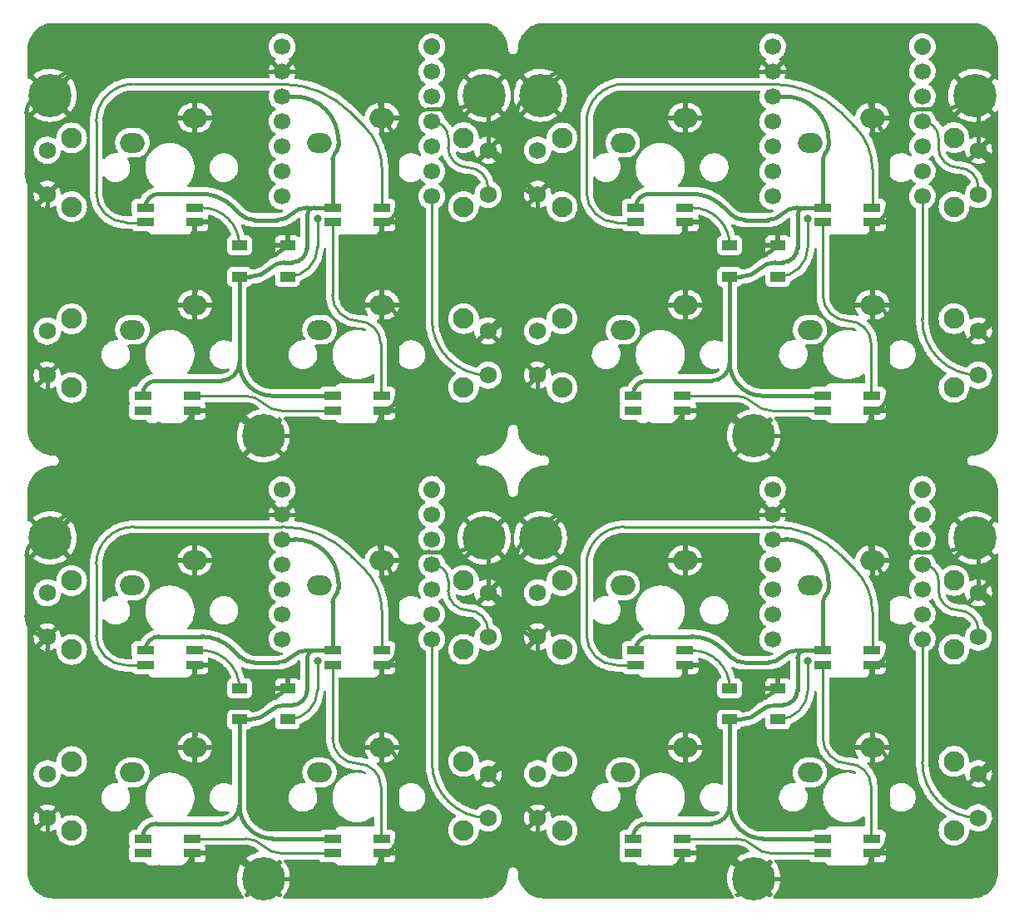
<source format=gbl>
%TF.GenerationSoftware,KiCad,Pcbnew,6.0.2+dfsg-1*%
%TF.CreationDate,2023-03-24T00:01:14+09:00*%
%TF.ProjectId,pcb-panel,7063622d-7061-46e6-956c-2e6b69636164,rev?*%
%TF.SameCoordinates,Original*%
%TF.FileFunction,Copper,L2,Bot*%
%TF.FilePolarity,Positive*%
%FSLAX46Y46*%
G04 Gerber Fmt 4.6, Leading zero omitted, Abs format (unit mm)*
G04 Created by KiCad (PCBNEW 6.0.2+dfsg-1) date 2023-03-24 00:01:14*
%MOMM*%
%LPD*%
G01*
G04 APERTURE LIST*
G04 Aperture macros list*
%AMFreePoly0*
4,1,31,0.262664,0.808398,0.425000,0.736122,0.568761,0.631673,0.687664,0.499617,0.776514,0.345726,0.831425,0.176725,0.850000,0.000000,0.831425,-0.176725,0.776514,-0.345726,0.687664,-0.499617,0.568761,-0.631673,0.425000,-0.736122,0.262664,-0.808398,0.088849,-0.845344,-0.088849,-0.845344,-0.262664,-0.808398,-0.425000,-0.736122,-0.568761,-0.631673,-0.687664,-0.499617,-0.776514,-0.345726,
-0.831425,-0.176725,-0.850000,0.000000,-0.831425,0.176725,-0.776514,0.345726,-0.687664,0.499617,-0.568761,0.631673,-0.425000,0.736122,-0.262664,0.808398,-0.088849,0.845344,0.088849,0.845344,0.262664,0.808398,0.262664,0.808398,$1*%
G04 Aperture macros list end*
%TA.AperFunction,ComponentPad*%
%ADD10C,0.700000*%
%TD*%
%TA.AperFunction,ComponentPad*%
%ADD11C,4.400000*%
%TD*%
%TA.AperFunction,ComponentPad*%
%ADD12O,2.500000X2.000000*%
%TD*%
%TA.AperFunction,SMDPad,CuDef*%
%ADD13R,1.500000X1.000000*%
%TD*%
%TA.AperFunction,SMDPad,CuDef*%
%ADD14R,1.800000X0.820000*%
%TD*%
%TA.AperFunction,ComponentPad*%
%ADD15C,2.100000*%
%TD*%
%TA.AperFunction,ComponentPad*%
%ADD16C,1.750000*%
%TD*%
%TA.AperFunction,ComponentPad*%
%ADD17FreePoly0,180.000000*%
%TD*%
%TA.AperFunction,ComponentPad*%
%ADD18C,1.700000*%
%TD*%
%TA.AperFunction,ViaPad*%
%ADD19C,0.800000*%
%TD*%
%TA.AperFunction,Conductor*%
%ADD20C,0.400000*%
%TD*%
%TA.AperFunction,Conductor*%
%ADD21C,0.250000*%
%TD*%
G04 APERTURE END LIST*
D10*
X64111274Y-59205726D03*
X66928000Y-58039000D03*
X64111274Y-56872274D03*
X63628000Y-58039000D03*
X66444726Y-56872274D03*
D11*
X65278000Y-58039000D03*
D10*
X65278000Y-59689000D03*
X65278000Y-56389000D03*
X66444726Y-59205726D03*
D11*
X86995000Y-92710000D03*
D10*
X88645000Y-92710000D03*
X88161726Y-93876726D03*
X88161726Y-91543274D03*
X85828274Y-93876726D03*
X85345000Y-92710000D03*
X86995000Y-91060000D03*
X85828274Y-91543274D03*
X86995000Y-94360000D03*
X108307274Y-59205726D03*
X111124000Y-58039000D03*
X109474000Y-56389000D03*
X107824000Y-58039000D03*
X110640726Y-59205726D03*
X110640726Y-56872274D03*
X108307274Y-56872274D03*
D11*
X109474000Y-58039000D03*
D10*
X109474000Y-59689000D03*
D12*
X73660000Y-62865000D03*
X80010000Y-60325000D03*
X92710000Y-62865000D03*
X99060000Y-60325000D03*
X73660000Y-81915000D03*
X80010000Y-79375000D03*
X92710000Y-81915000D03*
X99060000Y-79375000D03*
X142621000Y-127000000D03*
X148971000Y-124460000D03*
X92710000Y-107950000D03*
X99060000Y-105410000D03*
D10*
X116839000Y-58039000D03*
D11*
X115189000Y-58039000D03*
D10*
X113539000Y-58039000D03*
X116355726Y-59205726D03*
X115189000Y-56389000D03*
X114022274Y-59205726D03*
X114022274Y-56872274D03*
X116355726Y-56872274D03*
X115189000Y-59689000D03*
D12*
X123571000Y-107950000D03*
X129921000Y-105410000D03*
X123571000Y-62865000D03*
X129921000Y-60325000D03*
D10*
X64111274Y-104290726D03*
X65278000Y-101474000D03*
X63628000Y-103124000D03*
X65278000Y-104774000D03*
X66928000Y-103124000D03*
X64111274Y-101957274D03*
X66444726Y-101957274D03*
D11*
X65278000Y-103124000D03*
D10*
X66444726Y-104290726D03*
D12*
X142621000Y-81915000D03*
X148971000Y-79375000D03*
X142621000Y-62865000D03*
X148971000Y-60325000D03*
X123571000Y-127000000D03*
X129921000Y-124460000D03*
X123571000Y-81915000D03*
X129921000Y-79375000D03*
X92710000Y-127000000D03*
X99060000Y-124460000D03*
X142621000Y-107950000D03*
X148971000Y-105410000D03*
X73660000Y-127000000D03*
X80010000Y-124460000D03*
D10*
X157735000Y-58039000D03*
X159385000Y-56389000D03*
X160551726Y-56872274D03*
X159385000Y-59689000D03*
X158218274Y-59205726D03*
D11*
X159385000Y-58039000D03*
D10*
X158218274Y-56872274D03*
X160551726Y-59205726D03*
X161035000Y-58039000D03*
X86995000Y-136145000D03*
D11*
X86995000Y-137795000D03*
D10*
X88161726Y-136628274D03*
X85828274Y-138961726D03*
X88161726Y-138961726D03*
X86995000Y-139445000D03*
X85828274Y-136628274D03*
X85345000Y-137795000D03*
X88645000Y-137795000D03*
X108307274Y-101957274D03*
X110640726Y-101957274D03*
X109474000Y-104774000D03*
X109474000Y-101474000D03*
D11*
X109474000Y-103124000D03*
D10*
X111124000Y-103124000D03*
X110640726Y-104290726D03*
X107824000Y-103124000D03*
X108307274Y-104290726D03*
X159385000Y-101474000D03*
X160551726Y-104290726D03*
X161035000Y-103124000D03*
X158218274Y-101957274D03*
X159385000Y-104774000D03*
X157735000Y-103124000D03*
D11*
X159385000Y-103124000D03*
D10*
X160551726Y-101957274D03*
X158218274Y-104290726D03*
X114022274Y-104290726D03*
X116839000Y-103124000D03*
X114022274Y-101957274D03*
X116355726Y-104290726D03*
D11*
X115189000Y-103124000D03*
D10*
X115189000Y-101474000D03*
X115189000Y-104774000D03*
X113539000Y-103124000D03*
X116355726Y-101957274D03*
D12*
X73660000Y-107950000D03*
X80010000Y-105410000D03*
D10*
X136906000Y-136145000D03*
X138556000Y-137795000D03*
D11*
X136906000Y-137795000D03*
D10*
X138072726Y-138961726D03*
X138072726Y-136628274D03*
X135256000Y-137795000D03*
X135739274Y-138961726D03*
X135739274Y-136628274D03*
X136906000Y-139445000D03*
X135739274Y-91543274D03*
X136906000Y-94360000D03*
X138072726Y-93876726D03*
X138556000Y-92710000D03*
X135739274Y-93876726D03*
D11*
X136906000Y-92710000D03*
D10*
X138072726Y-91543274D03*
X136906000Y-91060000D03*
X135256000Y-92710000D03*
D13*
X84545000Y-76530000D03*
X84545000Y-73330000D03*
X89445000Y-73330000D03*
X89445000Y-76530000D03*
D14*
X74970000Y-69481000D03*
X74970000Y-70981000D03*
X79970000Y-70981000D03*
X79970000Y-69481000D03*
X94020000Y-69481000D03*
X94020000Y-70981000D03*
X99020000Y-70981000D03*
X99020000Y-69481000D03*
X94020000Y-88658000D03*
X94020000Y-90158000D03*
X99020000Y-90158000D03*
X99020000Y-88658000D03*
D15*
X67480500Y-69387000D03*
X67480500Y-62377000D03*
D16*
X64990500Y-63627000D03*
X64990500Y-68127000D03*
D15*
X107365000Y-69377000D03*
X107365000Y-62367000D03*
D16*
X109855000Y-68127000D03*
X109855000Y-63627000D03*
D15*
X67480500Y-87813000D03*
X67480500Y-80803000D03*
D16*
X64990500Y-82053000D03*
X64990500Y-86553000D03*
D15*
X107365000Y-87792000D03*
X107365000Y-80782000D03*
D16*
X109855000Y-86542000D03*
X109855000Y-82042000D03*
D15*
X107365000Y-132877000D03*
X107365000Y-125867000D03*
D16*
X109855000Y-131627000D03*
X109855000Y-127127000D03*
D15*
X157276000Y-80782000D03*
X157276000Y-87792000D03*
D16*
X159766000Y-86542000D03*
X159766000Y-82042000D03*
D15*
X157276000Y-107452000D03*
X157276000Y-114462000D03*
D16*
X159766000Y-113212000D03*
X159766000Y-108712000D03*
D15*
X157276000Y-69377000D03*
X157276000Y-62367000D03*
D16*
X159766000Y-68127000D03*
X159766000Y-63627000D03*
D15*
X117391500Y-125888000D03*
X117391500Y-132898000D03*
D16*
X114901500Y-127138000D03*
X114901500Y-131638000D03*
D15*
X117391500Y-114472000D03*
X117391500Y-107462000D03*
D16*
X114901500Y-108712000D03*
X114901500Y-113212000D03*
D17*
X154051000Y-53086000D03*
D18*
X154051000Y-55626000D03*
X154051000Y-58166000D03*
X154051000Y-60706000D03*
X154051000Y-63246000D03*
X154051000Y-65786000D03*
X154051000Y-68326000D03*
X138811000Y-68326000D03*
X138811000Y-65786000D03*
X138811000Y-63246000D03*
X138811000Y-60706000D03*
X138811000Y-58166000D03*
X138811000Y-55626000D03*
X138811000Y-53086000D03*
D15*
X107365000Y-107452000D03*
X107365000Y-114462000D03*
D16*
X109855000Y-113212000D03*
X109855000Y-108712000D03*
D13*
X134456000Y-121615000D03*
X134456000Y-118415000D03*
X139356000Y-118415000D03*
X139356000Y-121615000D03*
D14*
X143931000Y-88658000D03*
X143931000Y-90158000D03*
X148931000Y-90158000D03*
X148931000Y-88658000D03*
D17*
X104140000Y-98171000D03*
D18*
X104140000Y-100711000D03*
X104140000Y-103251000D03*
X104140000Y-105791000D03*
X104140000Y-108331000D03*
X104140000Y-110871000D03*
X104140000Y-113411000D03*
X88900000Y-113411000D03*
X88900000Y-110871000D03*
X88900000Y-108331000D03*
X88900000Y-105791000D03*
X88900000Y-103251000D03*
X88900000Y-100711000D03*
X88900000Y-98171000D03*
D15*
X157276000Y-132877000D03*
X157276000Y-125867000D03*
D16*
X159766000Y-131627000D03*
X159766000Y-127127000D03*
D14*
X94020000Y-133743000D03*
X94020000Y-135243000D03*
X99020000Y-135243000D03*
X99020000Y-133743000D03*
X124881000Y-114566000D03*
X124881000Y-116066000D03*
X129881000Y-116066000D03*
X129881000Y-114566000D03*
D13*
X84545000Y-121615000D03*
X84545000Y-118415000D03*
X89445000Y-118415000D03*
X89445000Y-121615000D03*
D14*
X143931000Y-69481000D03*
X143931000Y-70981000D03*
X148931000Y-70981000D03*
X148931000Y-69481000D03*
X124627000Y-133743000D03*
X124627000Y-135243000D03*
X129627000Y-135243000D03*
X129627000Y-133743000D03*
D15*
X67480500Y-114472000D03*
X67480500Y-107462000D03*
D16*
X64990500Y-108712000D03*
X64990500Y-113212000D03*
D14*
X124881000Y-69481000D03*
X124881000Y-70981000D03*
X129881000Y-70981000D03*
X129881000Y-69481000D03*
X143931000Y-114566000D03*
X143931000Y-116066000D03*
X148931000Y-116066000D03*
X148931000Y-114566000D03*
D17*
X104140000Y-53086000D03*
D18*
X104140000Y-55626000D03*
X104140000Y-58166000D03*
X104140000Y-60706000D03*
X104140000Y-63246000D03*
X104140000Y-65786000D03*
X104140000Y-68326000D03*
X88900000Y-68326000D03*
X88900000Y-65786000D03*
X88900000Y-63246000D03*
X88900000Y-60706000D03*
X88900000Y-58166000D03*
X88900000Y-55626000D03*
X88900000Y-53086000D03*
D15*
X117391500Y-80803000D03*
X117391500Y-87813000D03*
D16*
X114901500Y-82053000D03*
X114901500Y-86553000D03*
D15*
X67480500Y-125888000D03*
X67480500Y-132898000D03*
D16*
X64990500Y-127138000D03*
X64990500Y-131638000D03*
D13*
X134456000Y-76530000D03*
X134456000Y-73330000D03*
X139356000Y-73330000D03*
X139356000Y-76530000D03*
D14*
X74716000Y-133743000D03*
X74716000Y-135243000D03*
X79716000Y-135243000D03*
X79716000Y-133743000D03*
X94020000Y-114566000D03*
X94020000Y-116066000D03*
X99020000Y-116066000D03*
X99020000Y-114566000D03*
X74716000Y-88658000D03*
X74716000Y-90158000D03*
X79716000Y-90158000D03*
X79716000Y-88658000D03*
X143931000Y-133743000D03*
X143931000Y-135243000D03*
X148931000Y-135243000D03*
X148931000Y-133743000D03*
D15*
X117391500Y-62377000D03*
X117391500Y-69387000D03*
D16*
X114901500Y-63627000D03*
X114901500Y-68127000D03*
D14*
X74970000Y-114566000D03*
X74970000Y-116066000D03*
X79970000Y-116066000D03*
X79970000Y-114566000D03*
X124627000Y-88658000D03*
X124627000Y-90158000D03*
X129627000Y-90158000D03*
X129627000Y-88658000D03*
D17*
X154051000Y-98171000D03*
D18*
X154051000Y-100711000D03*
X154051000Y-103251000D03*
X154051000Y-105791000D03*
X154051000Y-108331000D03*
X154051000Y-110871000D03*
X154051000Y-113411000D03*
X138811000Y-113411000D03*
X138811000Y-110871000D03*
X138811000Y-108331000D03*
X138811000Y-105791000D03*
X138811000Y-103251000D03*
X138811000Y-100711000D03*
X138811000Y-98171000D03*
D19*
X110363000Y-51943000D03*
X76327000Y-91694000D03*
X67056000Y-136271000D03*
X135128000Y-63754000D03*
X121539000Y-122682000D03*
X160401000Y-89027000D03*
X139827000Y-131826000D03*
X116967000Y-136271000D03*
X160274000Y-51943000D03*
X116967000Y-91186000D03*
X153543000Y-136398000D03*
X110236000Y-115443000D03*
X160401000Y-134112000D03*
X67056000Y-91186000D03*
X89916000Y-131826000D03*
X147320000Y-96647000D03*
X89916000Y-86741000D03*
X103632000Y-136398000D03*
X126238000Y-136779000D03*
X85217000Y-108839000D03*
X156083000Y-66421000D03*
X135128000Y-108839000D03*
X71628000Y-122682000D03*
X110490000Y-134112000D03*
X96393000Y-74930000D03*
X147320000Y-51562000D03*
X85217000Y-63754000D03*
X71628000Y-77597000D03*
X121539000Y-77597000D03*
X96393000Y-120015000D03*
X160274000Y-97028000D03*
X110490000Y-89027000D03*
X156083000Y-111506000D03*
X139827000Y-86741000D03*
X146304000Y-120015000D03*
X103632000Y-91313000D03*
X153543000Y-91313000D03*
X160147000Y-70358000D03*
X106172000Y-66421000D03*
X160147000Y-115443000D03*
X110236000Y-70358000D03*
X126238000Y-91694000D03*
X97409000Y-51562000D03*
X146304000Y-74930000D03*
X76327000Y-136779000D03*
X97409000Y-96647000D03*
X106172000Y-111506000D03*
X110363000Y-97028000D03*
X142418800Y-70570000D03*
X142418800Y-115655000D03*
X92507800Y-115655000D03*
X92507800Y-70570000D03*
D20*
X99060000Y-60325000D02*
X101696185Y-60325000D01*
X138072700Y-138961700D02*
X138556000Y-138478400D01*
X111379000Y-65151000D02*
X111379000Y-80518000D01*
X88161700Y-93876700D02*
X88645000Y-93393400D01*
X62865000Y-59839795D02*
X62865000Y-66001500D01*
X64990500Y-131638000D02*
X64990500Y-133824500D01*
X85345000Y-137111600D02*
X85345000Y-137795000D01*
X138811000Y-55626000D02*
X117602000Y-55626000D01*
X150495000Y-80899000D02*
X150495000Y-87376000D01*
X99060000Y-124460000D02*
X99060000Y-116106000D01*
X150495000Y-64004261D02*
X150495000Y-69417000D01*
X64990500Y-86553000D02*
X64990500Y-88739500D01*
X76327000Y-136779000D02*
X78180000Y-136779000D01*
X84074000Y-74803000D02*
X85888864Y-74803000D01*
X148971000Y-60325000D02*
X151607185Y-60325000D01*
X138811000Y-100711000D02*
X144272000Y-100711000D01*
X88161700Y-91543300D02*
X88645000Y-92026600D01*
X133985000Y-119888000D02*
X135799864Y-119888000D01*
X100584000Y-64004261D02*
X100584000Y-69417000D01*
X88645000Y-93393400D02*
X88645000Y-92710000D01*
X65278000Y-58039000D02*
X64665795Y-58039000D01*
X136222600Y-92710000D02*
X135739300Y-93193300D01*
X117856000Y-91694000D02*
X126238000Y-91694000D01*
X136906000Y-92710000D02*
X136222600Y-92710000D01*
X80010000Y-124460000D02*
X80010000Y-116106000D01*
X114901500Y-86553000D02*
X114901500Y-88739500D01*
X161290000Y-65151000D02*
X161290000Y-80518000D01*
X64990500Y-113212000D02*
X64990500Y-114393500D01*
X86311600Y-137795000D02*
X85828300Y-138278300D01*
X138556000Y-92026600D02*
X138556000Y-92710000D01*
X85828300Y-93193300D02*
X85828300Y-93876700D01*
X135739300Y-138278300D02*
X135739300Y-138961700D01*
X138556000Y-137111600D02*
X138556000Y-137795000D01*
X148971000Y-79375000D02*
X148971000Y-71021000D01*
X150495000Y-87376000D02*
X150495000Y-88594000D01*
X117856000Y-136779000D02*
X126238000Y-136779000D01*
X136906000Y-137795000D02*
X136222600Y-137795000D01*
X138072700Y-91543300D02*
X138556000Y-92026600D01*
X84074000Y-119888000D02*
X85888864Y-119888000D01*
X100584000Y-125984000D02*
X100584000Y-132461000D01*
X80010000Y-79375000D02*
X75057000Y-79375000D01*
X129921000Y-79375000D02*
X124968000Y-79375000D01*
X88161700Y-138961700D02*
X88645000Y-138478400D01*
X85828300Y-136628300D02*
X85345000Y-137111600D01*
X85345000Y-92710000D02*
X85828300Y-93193300D01*
X88645000Y-137111600D02*
X88645000Y-137795000D01*
X100584000Y-109089261D02*
X100584000Y-114502000D01*
X88900000Y-55626000D02*
X94361000Y-55626000D01*
X159766000Y-63627000D02*
X159766000Y-58958815D01*
X80010000Y-79375000D02*
X80010000Y-71021000D01*
X135739300Y-93193300D02*
X135739300Y-93876700D01*
X135739300Y-136628300D02*
X135256000Y-137111600D01*
X80010000Y-124460000D02*
X75057000Y-124460000D01*
X153753420Y-59436000D02*
X156012344Y-59436000D01*
X86995000Y-137795000D02*
X96468000Y-137795000D01*
X129627000Y-135243000D02*
X130744927Y-135243000D01*
X88900000Y-55626000D02*
X67691000Y-55626000D01*
X135256000Y-137111600D02*
X135256000Y-137795000D01*
X136906000Y-92710000D02*
X146379000Y-92710000D01*
X150495000Y-125984000D02*
X150495000Y-132461000D01*
X129627000Y-90158000D02*
X130744927Y-90158000D01*
X67945000Y-91694000D02*
X76327000Y-91694000D01*
X138811000Y-100711000D02*
X117602000Y-100711000D01*
X79716000Y-90158000D02*
X80833927Y-90158000D01*
X136906000Y-137795000D02*
X146379000Y-137795000D01*
X159766000Y-108712000D02*
X159766000Y-104043815D01*
X148971000Y-124460000D02*
X148971000Y-116106000D01*
X86311600Y-92710000D02*
X85828300Y-93193300D01*
X100584000Y-132461000D02*
X100584000Y-133679000D01*
X88645000Y-92026600D02*
X88645000Y-92710000D01*
X103842420Y-59436000D02*
X106101344Y-59436000D01*
X112776000Y-59839795D02*
X112776000Y-66001500D01*
X135256000Y-92026600D02*
X135256000Y-92710000D01*
X85345000Y-92026600D02*
X85345000Y-92710000D01*
X114901500Y-131638000D02*
X114901500Y-133824500D01*
X150495000Y-109089261D02*
X150495000Y-114502000D01*
X115189000Y-58039000D02*
X114576795Y-58039000D01*
X88900000Y-100711000D02*
X94361000Y-100711000D01*
X126238000Y-91694000D02*
X128091000Y-91694000D01*
X86995000Y-92710000D02*
X96468000Y-92710000D01*
X114901500Y-113212000D02*
X114901500Y-114393500D01*
X109855000Y-63627000D02*
X109855000Y-58958815D01*
X135739300Y-91543300D02*
X135256000Y-92026600D01*
X64990500Y-68127000D02*
X64990500Y-69308500D01*
X103842420Y-104521000D02*
X106101344Y-104521000D01*
X138556000Y-138478400D02*
X138556000Y-137795000D01*
X161290000Y-110236000D02*
X161290000Y-125603000D01*
X85828300Y-91543300D02*
X85345000Y-92026600D01*
X109855000Y-108712000D02*
X109855000Y-104043815D01*
X86995000Y-137795000D02*
X86311600Y-137795000D01*
X100584000Y-87376000D02*
X100584000Y-88594000D01*
X138556000Y-93393400D02*
X138556000Y-92710000D01*
X99060000Y-79375000D02*
X99060000Y-71021000D01*
X88645000Y-138478400D02*
X88645000Y-137795000D01*
X114901500Y-68127000D02*
X114901500Y-69308500D01*
X138072700Y-136628300D02*
X138556000Y-137111600D01*
X65278000Y-103124000D02*
X64665795Y-103124000D01*
X99060000Y-105410000D02*
X101696185Y-105410000D01*
X135256000Y-137795000D02*
X135739300Y-138278300D01*
X88161700Y-136628300D02*
X88645000Y-137111600D01*
X85828300Y-138278300D02*
X85828300Y-138961700D01*
X133985000Y-74803000D02*
X135799864Y-74803000D01*
X67945000Y-136779000D02*
X76327000Y-136779000D01*
X111379000Y-110236000D02*
X111379000Y-125603000D01*
X129921000Y-79375000D02*
X129921000Y-71021000D01*
X153753420Y-104521000D02*
X156012344Y-104521000D01*
X112776000Y-104924795D02*
X112776000Y-111086500D01*
X138072700Y-93876700D02*
X138556000Y-93393400D01*
X129921000Y-124460000D02*
X124968000Y-124460000D01*
X62865000Y-104924795D02*
X62865000Y-111086500D01*
X76327000Y-91694000D02*
X78180000Y-91694000D01*
X135256000Y-92710000D02*
X135739300Y-93193300D01*
X129921000Y-124460000D02*
X129921000Y-116106000D01*
X126238000Y-136779000D02*
X128091000Y-136779000D01*
X115189000Y-103124000D02*
X114576795Y-103124000D01*
X138811000Y-55626000D02*
X144272000Y-55626000D01*
X148971000Y-105410000D02*
X151607185Y-105410000D01*
X100584000Y-80899000D02*
X100584000Y-87376000D01*
X85345000Y-137795000D02*
X85828300Y-138278300D01*
X150495000Y-132461000D02*
X150495000Y-133679000D01*
X88900000Y-100711000D02*
X67691000Y-100711000D01*
X86995000Y-92710000D02*
X86311600Y-92710000D01*
X79716000Y-135243000D02*
X80833927Y-135243000D01*
X136222600Y-137795000D02*
X135739300Y-138278300D01*
X115189000Y-103124000D02*
G75*
G02*
X117602000Y-100711000I2412999J1D01*
G01*
X64990500Y-113212000D02*
G75*
G02*
X62865000Y-111086500I2J2125502D01*
G01*
X148931000Y-90158000D02*
G75*
G02*
X146379000Y-92710000I-2551998J-2D01*
G01*
X99020000Y-116066000D02*
G75*
G02*
X99060000Y-116106000I-1J-40001D01*
G01*
X99020000Y-70981000D02*
G75*
G02*
X99060000Y-71021000I-1J-40001D01*
G01*
X115189000Y-58039000D02*
G75*
G02*
X117602000Y-55626000I2412999J1D01*
G01*
X64990500Y-68127000D02*
G75*
G02*
X62865000Y-66001500I2J2125502D01*
G01*
X89445000Y-73330000D02*
G75*
G02*
X85888864Y-74803000I-3556140J3556144D01*
G01*
X89445000Y-118415000D02*
G75*
G02*
X85888864Y-119888000I-3556140J3556144D01*
G01*
X148931000Y-70981000D02*
G75*
G03*
X150495000Y-69417000I0J1564000D01*
G01*
X148931000Y-135243000D02*
G75*
G03*
X150495000Y-133679000I0J1564000D01*
G01*
X67945000Y-136779000D02*
G75*
G02*
X64990500Y-133824500I0J2954500D01*
G01*
X99060000Y-105410000D02*
G75*
G03*
X94361000Y-100711000I-4698999J1D01*
G01*
X79716000Y-90158000D02*
G75*
G02*
X78180000Y-91694000I-1536000J0D01*
G01*
X150495000Y-80899000D02*
G75*
G03*
X148971000Y-79375000I-1523999J1D01*
G01*
X109474000Y-103124000D02*
G75*
G02*
X109855000Y-104043815I-919820J-919817D01*
G01*
X109855000Y-82042000D02*
G75*
G03*
X111379000Y-80518000I1J1523999D01*
G01*
X109474000Y-103124000D02*
G75*
G02*
X106101344Y-104521000I-3372659J3372663D01*
G01*
X152527000Y-59944000D02*
G75*
G02*
X151607185Y-60325000I-919817J919820D01*
G01*
X133985000Y-74803000D02*
G75*
G03*
X129921000Y-78867000I0J-4064000D01*
G01*
X100583999Y-64004261D02*
G75*
G03*
X99059999Y-60325001I-5203262J-1D01*
G01*
X148931000Y-116066000D02*
G75*
G03*
X150495000Y-114502000I0J1564000D01*
G01*
X124968000Y-124460000D02*
G75*
G02*
X114901500Y-114393500I1J10066501D01*
G01*
X159385000Y-58039000D02*
G75*
G02*
X156012344Y-59436000I-3372659J3372663D01*
G01*
X62865000Y-59839795D02*
G75*
G02*
X64665795Y-58039000I1800796J-1D01*
G01*
X150495000Y-125984000D02*
G75*
G03*
X148971000Y-124460000I-1523999J1D01*
G01*
X103842420Y-104521000D02*
G75*
G03*
X102616000Y-105029000I0J-1734419D01*
G01*
X102616000Y-105029000D02*
G75*
G02*
X101696185Y-105410000I-919817J919820D01*
G01*
X114901500Y-68127000D02*
G75*
G02*
X112776000Y-66001500I2J2125502D01*
G01*
X150494999Y-109089261D02*
G75*
G03*
X148970999Y-105410001I-5203262J-1D01*
G01*
X112776000Y-104924795D02*
G75*
G02*
X114576795Y-103124000I1800796J-1D01*
G01*
X114901500Y-113212000D02*
G75*
G02*
X112776000Y-111086500I2J2125502D01*
G01*
X117856000Y-136779000D02*
G75*
G02*
X114901500Y-133824500I0J2954500D01*
G01*
X148931000Y-90158000D02*
G75*
G03*
X150495000Y-88594000I0J1564000D01*
G01*
X99020000Y-116066000D02*
G75*
G03*
X100584000Y-114502000I0J1564000D01*
G01*
X129627000Y-90158000D02*
G75*
G02*
X128091000Y-91694000I-1536000J0D01*
G01*
X109474000Y-58039000D02*
G75*
G02*
X106101344Y-59436000I-3372659J3372663D01*
G01*
X136906000Y-137795000D02*
G75*
G03*
X130744927Y-135243000I-6161073J-6161074D01*
G01*
X159385000Y-103124000D02*
G75*
G02*
X159766000Y-104043815I-919820J-919817D01*
G01*
X112776000Y-59839795D02*
G75*
G02*
X114576795Y-58039000I1800796J-1D01*
G01*
X129881000Y-116066000D02*
G75*
G02*
X129921000Y-116106000I-1J-40001D01*
G01*
X99020000Y-135243000D02*
G75*
G03*
X100584000Y-133679000I0J1564000D01*
G01*
X136906000Y-92710000D02*
G75*
G03*
X130744927Y-90158000I-6161073J-6161074D01*
G01*
X161290000Y-110236000D02*
G75*
G03*
X159766000Y-108712000I-1523999J1D01*
G01*
X103842420Y-59436000D02*
G75*
G03*
X102616000Y-59944000I0J-1734419D01*
G01*
X117856000Y-91694000D02*
G75*
G02*
X114901500Y-88739500I0J2954500D01*
G01*
X148931000Y-135243000D02*
G75*
G02*
X146379000Y-137795000I-2551998J-2D01*
G01*
X100584000Y-125984000D02*
G75*
G03*
X99060000Y-124460000I-1523999J1D01*
G01*
X152527000Y-105029000D02*
G75*
G02*
X151607185Y-105410000I-919817J919820D01*
G01*
X159385000Y-103124000D02*
G75*
G02*
X156012344Y-104521000I-3372659J3372663D01*
G01*
X79970000Y-116066000D02*
G75*
G02*
X80010000Y-116106000I-1J-40001D01*
G01*
X109855000Y-127127000D02*
G75*
G03*
X111379000Y-125603000I1J1523999D01*
G01*
X102616000Y-59944000D02*
G75*
G02*
X101696185Y-60325000I-919817J919820D01*
G01*
X139356000Y-118415000D02*
G75*
G02*
X135799864Y-119888000I-3556140J3556144D01*
G01*
X109474000Y-58039000D02*
G75*
G02*
X109855000Y-58958815I-919820J-919817D01*
G01*
X159766000Y-82042000D02*
G75*
G03*
X161290000Y-80518000I1J1523999D01*
G01*
X99020000Y-90158000D02*
G75*
G02*
X96468000Y-92710000I-2551998J-2D01*
G01*
X148971000Y-60325000D02*
G75*
G03*
X144272000Y-55626000I-4698999J1D01*
G01*
X100584000Y-80899000D02*
G75*
G03*
X99060000Y-79375000I-1523999J1D01*
G01*
X62865000Y-104924795D02*
G75*
G02*
X64665795Y-103124000I1800796J-1D01*
G01*
X159385000Y-58039000D02*
G75*
G02*
X159766000Y-58958815I-919820J-919817D01*
G01*
X139356000Y-73330000D02*
G75*
G02*
X135799864Y-74803000I-3556140J3556144D01*
G01*
X99020000Y-70981000D02*
G75*
G03*
X100584000Y-69417000I0J1564000D01*
G01*
X86995000Y-137795000D02*
G75*
G03*
X80833927Y-135243000I-6161073J-6161074D01*
G01*
X161290000Y-65151000D02*
G75*
G03*
X159766000Y-63627000I-1523999J1D01*
G01*
X65278000Y-103124000D02*
G75*
G02*
X67691000Y-100711000I2412999J1D01*
G01*
X67945000Y-91694000D02*
G75*
G02*
X64990500Y-88739500I0J2954500D01*
G01*
X124968000Y-79375000D02*
G75*
G02*
X114901500Y-69308500I1J10066501D01*
G01*
X148931000Y-116066000D02*
G75*
G02*
X148971000Y-116106000I-1J-40001D01*
G01*
X99020000Y-90158000D02*
G75*
G03*
X100584000Y-88594000I0J1564000D01*
G01*
X84074000Y-119888000D02*
G75*
G03*
X80010000Y-123952000I0J-4064000D01*
G01*
X150494999Y-64004261D02*
G75*
G03*
X148970999Y-60325001I-5203262J-1D01*
G01*
X75057000Y-79375000D02*
G75*
G02*
X64990500Y-69308500I1J10066501D01*
G01*
X129627000Y-135243000D02*
G75*
G02*
X128091000Y-136779000I-1536000J0D01*
G01*
X159766000Y-127127000D02*
G75*
G03*
X161290000Y-125603000I1J1523999D01*
G01*
X79970000Y-70981000D02*
G75*
G02*
X80010000Y-71021000I-1J-40001D01*
G01*
X79716000Y-135243000D02*
G75*
G02*
X78180000Y-136779000I-1536000J0D01*
G01*
X99060000Y-60325000D02*
G75*
G03*
X94361000Y-55626000I-4698999J1D01*
G01*
X133985000Y-119888000D02*
G75*
G03*
X129921000Y-123952000I0J-4064000D01*
G01*
X148971000Y-105410000D02*
G75*
G03*
X144272000Y-100711000I-4698999J1D01*
G01*
X111379000Y-65151000D02*
G75*
G03*
X109855000Y-63627000I-1523999J1D01*
G01*
X153753420Y-104521000D02*
G75*
G03*
X152527000Y-105029000I0J-1734419D01*
G01*
X84074000Y-74803000D02*
G75*
G03*
X80010000Y-78867000I0J-4064000D01*
G01*
X153753420Y-59436000D02*
G75*
G03*
X152527000Y-59944000I0J-1734419D01*
G01*
X100583999Y-109089261D02*
G75*
G03*
X99059999Y-105410001I-5203262J-1D01*
G01*
X75057000Y-124460000D02*
G75*
G02*
X64990500Y-114393500I1J10066501D01*
G01*
X86995000Y-92710000D02*
G75*
G03*
X80833927Y-90158000I-6161073J-6161074D01*
G01*
X99020000Y-135243000D02*
G75*
G02*
X96468000Y-137795000I-2551998J-2D01*
G01*
X129881000Y-70981000D02*
G75*
G02*
X129921000Y-71021000I-1J-40001D01*
G01*
X65278000Y-58039000D02*
G75*
G02*
X67691000Y-55626000I2412999J1D01*
G01*
X148931000Y-70981000D02*
G75*
G02*
X148971000Y-71021000I-1J-40001D01*
G01*
X111379000Y-110236000D02*
G75*
G03*
X109855000Y-108712000I-1523999J1D01*
G01*
D21*
X142418800Y-73467200D02*
X142418800Y-70570000D01*
X92507800Y-118552200D02*
X92507800Y-115655000D01*
X142418800Y-118552200D02*
X142418800Y-115655000D01*
X92507800Y-73467200D02*
X92507800Y-70570000D01*
X142418800Y-118552200D02*
G75*
G02*
X139356000Y-121615000I-3062799J-1D01*
G01*
X92507800Y-118552200D02*
G75*
G02*
X89445000Y-121615000I-3062799J-1D01*
G01*
X92507800Y-73467200D02*
G75*
G02*
X89445000Y-76530000I-3062799J-1D01*
G01*
X142418800Y-73467200D02*
G75*
G02*
X139356000Y-76530000I-3062799J-1D01*
G01*
X129881000Y-69481000D02*
X130607000Y-69481000D01*
X129881000Y-114566000D02*
X130607000Y-114566000D01*
X79970000Y-114566000D02*
X80696000Y-114566000D01*
X79970000Y-69481000D02*
X80696000Y-69481000D01*
X84545000Y-118415000D02*
G75*
G03*
X80696000Y-114566000I-3849000J0D01*
G01*
X84545000Y-73330000D02*
G75*
G03*
X80696000Y-69481000I-3849000J0D01*
G01*
X134456000Y-73330000D02*
G75*
G03*
X130607000Y-69481000I-3849000J0D01*
G01*
X134456000Y-118415000D02*
G75*
G03*
X130607000Y-114566000I-3849000J0D01*
G01*
D20*
X134456000Y-76530000D02*
X135517890Y-76530000D01*
X132588000Y-132207000D02*
X125984000Y-132207000D01*
X130556000Y-113157000D02*
X126290000Y-113157000D01*
X94020000Y-69481000D02*
X94020000Y-64524641D01*
X124627000Y-133564000D02*
X124627000Y-133743000D01*
X84545000Y-121615000D02*
X84545000Y-130339000D01*
X134499382Y-70110382D02*
X133808039Y-69419039D01*
X132588000Y-87122000D02*
X125984000Y-87122000D01*
X143931000Y-133743000D02*
X137860000Y-133743000D01*
X84545000Y-121615000D02*
X85606890Y-121615000D01*
X143931000Y-88658000D02*
X137860000Y-88658000D01*
X143931000Y-114566000D02*
X143931000Y-109609641D01*
X141351000Y-115316000D02*
X141351000Y-118618000D01*
X91440000Y-70231000D02*
X91440000Y-73533000D01*
X124627000Y-88479000D02*
X124627000Y-88658000D01*
X140081000Y-58166000D02*
X138811000Y-58166000D01*
X88382975Y-70739000D02*
X86106000Y-70739000D01*
X94615000Y-108173185D02*
X94615000Y-107696000D01*
X143931000Y-69481000D02*
X143931000Y-64524641D01*
X91440000Y-115316000D02*
X91440000Y-118618000D01*
X90170000Y-58166000D02*
X88900000Y-58166000D01*
X82677000Y-132207000D02*
X76073000Y-132207000D01*
X141331055Y-114566000D02*
X143931000Y-114566000D01*
X84588382Y-70110382D02*
X83897039Y-69419039D01*
X138293975Y-70739000D02*
X136017000Y-70739000D01*
X80645000Y-68072000D02*
X76379000Y-68072000D01*
X134456000Y-76530000D02*
X134456000Y-85254000D01*
X134499382Y-115195382D02*
X133808039Y-114504039D01*
X94615000Y-63088185D02*
X94615000Y-62611000D01*
X80645000Y-113157000D02*
X76379000Y-113157000D01*
X140081000Y-103251000D02*
X138811000Y-103251000D01*
X84588382Y-115195382D02*
X83897039Y-114504039D01*
X144526000Y-63088185D02*
X144526000Y-62611000D01*
X139074025Y-75057000D02*
X139827000Y-75057000D01*
X84545000Y-76530000D02*
X85606890Y-76530000D01*
X89163025Y-120142000D02*
X89916000Y-120142000D01*
X138293975Y-115824000D02*
X136017000Y-115824000D01*
X88382975Y-115824000D02*
X86106000Y-115824000D01*
X139074025Y-120142000D02*
X139827000Y-120142000D01*
X134456000Y-121615000D02*
X134456000Y-130339000D01*
X94020000Y-88658000D02*
X87949000Y-88658000D01*
X94020000Y-133743000D02*
X87949000Y-133743000D01*
X91420055Y-114566000D02*
X94020000Y-114566000D01*
X82677000Y-87122000D02*
X76073000Y-87122000D01*
X89163025Y-75057000D02*
X89916000Y-75057000D01*
X144526000Y-108173185D02*
X144526000Y-107696000D01*
X74716000Y-88479000D02*
X74716000Y-88658000D01*
X141331055Y-69481000D02*
X143931000Y-69481000D01*
X74716000Y-133564000D02*
X74716000Y-133743000D01*
X90170000Y-103251000D02*
X88900000Y-103251000D01*
X84545000Y-76530000D02*
X84545000Y-85254000D01*
X130556000Y-68072000D02*
X126290000Y-68072000D01*
X141351000Y-70231000D02*
X141351000Y-73533000D01*
X134456000Y-121615000D02*
X135517890Y-121615000D01*
X94020000Y-114566000D02*
X94020000Y-109609641D01*
X91420055Y-69481000D02*
X94020000Y-69481000D01*
X84545000Y-85254000D02*
G75*
G03*
X87949000Y-88658000I3404002J2D01*
G01*
X124627000Y-88479000D02*
G75*
G02*
X125984000Y-87122000I1357000J0D01*
G01*
X89916000Y-70104000D02*
G75*
G02*
X91420055Y-69481000I1504054J-1504053D01*
G01*
X74716000Y-88479000D02*
G75*
G02*
X76073000Y-87122000I1357000J0D01*
G01*
X139074025Y-120142000D02*
G75*
G03*
X137541000Y-120777000I-2J-2168019D01*
G01*
X88382975Y-115824000D02*
G75*
G03*
X89916000Y-115189000I0J2168024D01*
G01*
X84588382Y-115195382D02*
G75*
G03*
X86106000Y-115824000I1517616J1517612D01*
G01*
X88382975Y-70739000D02*
G75*
G03*
X89916000Y-70104000I0J2168024D01*
G01*
X74970000Y-69481000D02*
G75*
G02*
X76379000Y-68072000I1409002J-2D01*
G01*
X130556000Y-68072000D02*
G75*
G02*
X133808039Y-69419039I0J-4599076D01*
G01*
X124881000Y-69481000D02*
G75*
G02*
X126290000Y-68072000I1409002J-2D01*
G01*
X74716000Y-133564000D02*
G75*
G02*
X76073000Y-132207000I1357000J0D01*
G01*
X134499382Y-70110382D02*
G75*
G03*
X136017000Y-70739000I1517616J1517612D01*
G01*
X91440000Y-70231000D02*
G75*
G02*
X92190000Y-69481000I750000J0D01*
G01*
X144145000Y-109093000D02*
G75*
G03*
X143931000Y-109609641I516643J-516642D01*
G01*
X91440000Y-73533000D02*
G75*
G02*
X89916000Y-75057000I-1523999J-1D01*
G01*
X138293975Y-70739000D02*
G75*
G03*
X139827000Y-70104000I0J2168024D01*
G01*
X80645000Y-68072000D02*
G75*
G02*
X83897039Y-69419039I0J-4599076D01*
G01*
X137541000Y-120777000D02*
G75*
G02*
X135517890Y-121615000I-2023110J2023109D01*
G01*
X134456000Y-130339000D02*
G75*
G03*
X137860000Y-133743000I3404002J2D01*
G01*
X74970000Y-114566000D02*
G75*
G02*
X76379000Y-113157000I1409002J-2D01*
G01*
X90170000Y-58166000D02*
G75*
G02*
X94615000Y-62611000I1J-4444999D01*
G01*
X89163025Y-75057000D02*
G75*
G03*
X87630000Y-75692000I-2J-2168019D01*
G01*
X94234000Y-64008000D02*
G75*
G03*
X94020000Y-64524641I516643J-516642D01*
G01*
X89916000Y-115189000D02*
G75*
G02*
X91420055Y-114566000I1504054J-1504053D01*
G01*
X141331055Y-69481000D02*
G75*
G02*
X141351000Y-69500945I-1J-19946D01*
G01*
X91440000Y-118618000D02*
G75*
G02*
X89916000Y-120142000I-1523999J-1D01*
G01*
X84545000Y-130339000D02*
G75*
G03*
X87949000Y-133743000I3404002J2D01*
G01*
X139827000Y-115189000D02*
G75*
G02*
X141331055Y-114566000I1504054J-1504053D01*
G01*
X139827000Y-70104000D02*
G75*
G02*
X141331055Y-69481000I1504054J-1504053D01*
G01*
X134499382Y-115195382D02*
G75*
G03*
X136017000Y-115824000I1517616J1517612D01*
G01*
X91440000Y-115316000D02*
G75*
G02*
X92190000Y-114566000I750000J0D01*
G01*
X80645000Y-113157000D02*
G75*
G02*
X83897039Y-114504039I0J-4599076D01*
G01*
X132588000Y-132207000D02*
G75*
G03*
X134456000Y-130339000I-2J1868002D01*
G01*
X87630000Y-75692000D02*
G75*
G02*
X85606890Y-76530000I-2023110J2023109D01*
G01*
X144525999Y-108173185D02*
G75*
G02*
X144144999Y-109092999I-1300807J-3D01*
G01*
X141331055Y-114566000D02*
G75*
G02*
X141351000Y-114585945I-1J-19946D01*
G01*
X82677000Y-87122000D02*
G75*
G03*
X84545000Y-85254000I-2J1868002D01*
G01*
X87630000Y-120777000D02*
G75*
G02*
X85606890Y-121615000I-2023110J2023109D01*
G01*
X144145000Y-64008000D02*
G75*
G03*
X143931000Y-64524641I516643J-516642D01*
G01*
X141351000Y-70231000D02*
G75*
G02*
X142101000Y-69481000I750000J0D01*
G01*
X134456000Y-85254000D02*
G75*
G03*
X137860000Y-88658000I3404002J2D01*
G01*
X138293975Y-115824000D02*
G75*
G03*
X139827000Y-115189000I0J2168024D01*
G01*
X90170000Y-103251000D02*
G75*
G02*
X94615000Y-107696000I1J-4444999D01*
G01*
X124881000Y-114566000D02*
G75*
G02*
X126290000Y-113157000I1409002J-2D01*
G01*
X94234000Y-109093000D02*
G75*
G03*
X94020000Y-109609641I516643J-516642D01*
G01*
X124627000Y-133564000D02*
G75*
G02*
X125984000Y-132207000I1357000J0D01*
G01*
X130556000Y-113157000D02*
G75*
G02*
X133808039Y-114504039I0J-4599076D01*
G01*
X140081000Y-103251000D02*
G75*
G02*
X144526000Y-107696000I1J-4444999D01*
G01*
X140081000Y-58166000D02*
G75*
G02*
X144526000Y-62611000I1J-4444999D01*
G01*
X89163025Y-120142000D02*
G75*
G03*
X87630000Y-120777000I-2J-2168019D01*
G01*
X141351000Y-115316000D02*
G75*
G02*
X142101000Y-114566000I750000J0D01*
G01*
X139074025Y-75057000D02*
G75*
G03*
X137541000Y-75692000I-2J-2168019D01*
G01*
X141351000Y-73533000D02*
G75*
G02*
X139827000Y-75057000I-1523999J-1D01*
G01*
X137541000Y-75692000D02*
G75*
G02*
X135517890Y-76530000I-2023110J2023109D01*
G01*
X132588000Y-87122000D02*
G75*
G03*
X134456000Y-85254000I-2J1868002D01*
G01*
X144525999Y-63088185D02*
G75*
G02*
X144144999Y-64007999I-1300807J-3D01*
G01*
X91420055Y-69481000D02*
G75*
G02*
X91440000Y-69500945I-1J-19946D01*
G01*
X91420055Y-114566000D02*
G75*
G02*
X91440000Y-114585945I-1J-19946D01*
G01*
X94614999Y-108173185D02*
G75*
G02*
X94233999Y-109092999I-1300807J-3D01*
G01*
X141351000Y-118618000D02*
G75*
G02*
X139827000Y-120142000I-1523999J-1D01*
G01*
X82677000Y-132207000D02*
G75*
G03*
X84545000Y-130339000I-2J1868002D01*
G01*
X94614999Y-63088185D02*
G75*
G02*
X94233999Y-64007999I-1300807J-3D01*
G01*
X84588382Y-70110382D02*
G75*
G03*
X86106000Y-70739000I1517616J1517612D01*
G01*
D21*
X97263949Y-61195949D02*
X95837683Y-59769683D01*
X147174949Y-106280949D02*
X145748683Y-104854683D01*
X97263949Y-106280949D02*
X95837683Y-104854683D01*
X99060000Y-114526000D02*
X99060000Y-110617000D01*
X88900000Y-56896000D02*
X73790288Y-56896000D01*
X147174949Y-61195949D02*
X145748683Y-59769683D01*
X73025000Y-116078000D02*
X74958000Y-116078000D01*
X148971000Y-114526000D02*
X148971000Y-110617000D01*
X119888000Y-60709288D02*
X119888000Y-67945000D01*
X122936000Y-70993000D02*
X124869000Y-70993000D01*
X138811000Y-56896000D02*
X123701288Y-56896000D01*
X99060000Y-69441000D02*
X99060000Y-65532000D01*
X88900000Y-101981000D02*
X73790288Y-101981000D01*
X122936000Y-116078000D02*
X124869000Y-116078000D01*
X73025000Y-70993000D02*
X74958000Y-70993000D01*
X69977000Y-105794288D02*
X69977000Y-113030000D01*
X119888000Y-105794288D02*
X119888000Y-113030000D01*
X69977000Y-60709288D02*
X69977000Y-67945000D01*
X148971000Y-69441000D02*
X148971000Y-65532000D01*
X138811000Y-101981000D02*
X123701288Y-101981000D01*
X122936000Y-116078000D02*
G75*
G02*
X119888000Y-113030000I2J3048002D01*
G01*
X74970000Y-116066000D02*
G75*
G02*
X74958000Y-116078000I-12001J1D01*
G01*
X138811000Y-101981000D02*
G75*
G02*
X145748683Y-104854683I-1J-9811366D01*
G01*
X122936000Y-70993000D02*
G75*
G02*
X119888000Y-67945000I2J3048002D01*
G01*
X69977000Y-60709288D02*
G75*
G02*
X73790288Y-56896000I3813287J1D01*
G01*
X73025000Y-70993000D02*
G75*
G02*
X69977000Y-67945000I2J3048002D01*
G01*
X147174949Y-61195949D02*
G75*
G02*
X148971000Y-65532000I-4336046J-4336049D01*
G01*
X99060000Y-69441000D02*
G75*
G02*
X99020000Y-69481000I-40001J1D01*
G01*
X74970000Y-70981000D02*
G75*
G02*
X74958000Y-70993000I-12001J1D01*
G01*
X88900000Y-56896000D02*
G75*
G02*
X95837683Y-59769683I-1J-9811366D01*
G01*
X148971000Y-69441000D02*
G75*
G02*
X148931000Y-69481000I-40001J1D01*
G01*
X124881000Y-70981000D02*
G75*
G02*
X124869000Y-70993000I-12001J1D01*
G01*
X97263949Y-106280949D02*
G75*
G02*
X99060000Y-110617000I-4336046J-4336049D01*
G01*
X119888000Y-105794288D02*
G75*
G02*
X123701288Y-101981000I3813287J1D01*
G01*
X119888000Y-60709288D02*
G75*
G02*
X123701288Y-56896000I3813287J1D01*
G01*
X99060000Y-114526000D02*
G75*
G02*
X99020000Y-114566000I-40001J1D01*
G01*
X148971000Y-114526000D02*
G75*
G02*
X148931000Y-114566000I-40001J1D01*
G01*
X147174949Y-106280949D02*
G75*
G02*
X148971000Y-110617000I-4336046J-4336049D01*
G01*
X73025000Y-116078000D02*
G75*
G02*
X69977000Y-113030000I2J3048002D01*
G01*
X97263949Y-61195949D02*
G75*
G02*
X99060000Y-65532000I-4336046J-4336049D01*
G01*
X124881000Y-116066000D02*
G75*
G02*
X124869000Y-116078000I-12001J1D01*
G01*
X69977000Y-105794288D02*
G75*
G02*
X73790288Y-101981000I3813287J1D01*
G01*
X138811000Y-56896000D02*
G75*
G02*
X145748683Y-59769683I-1J-9811366D01*
G01*
X88900000Y-101981000D02*
G75*
G02*
X95837683Y-104854683I-1J-9811366D01*
G01*
X148844000Y-133532964D02*
X148844000Y-128397000D01*
X143931000Y-123484000D02*
X143931000Y-116066000D01*
X98933000Y-133532964D02*
X98933000Y-128397000D01*
X94020000Y-123484000D02*
X94020000Y-116066000D01*
X98933000Y-88447964D02*
X98933000Y-83312000D01*
X143931000Y-78399000D02*
X143931000Y-70981000D01*
X94020000Y-78399000D02*
X94020000Y-70981000D01*
X148844000Y-88447964D02*
X148844000Y-83312000D01*
X146558000Y-126111000D02*
G75*
G02*
X148844000Y-128397000I0J-2286000D01*
G01*
X96647000Y-81026000D02*
G75*
G02*
X98933000Y-83312000I0J-2286000D01*
G01*
X143931000Y-123484000D02*
G75*
G03*
X146558000Y-126111000I2626998J-2D01*
G01*
X146558000Y-81026000D02*
G75*
G02*
X148844000Y-83312000I0J-2286000D01*
G01*
X94020000Y-123484000D02*
G75*
G03*
X96647000Y-126111000I2626998J-2D01*
G01*
X98933000Y-133532964D02*
G75*
G03*
X99020000Y-133743000I297027J-3D01*
G01*
X143931000Y-78399000D02*
G75*
G03*
X146558000Y-81026000I2626998J-2D01*
G01*
X96647000Y-126111000D02*
G75*
G02*
X98933000Y-128397000I0J-2286000D01*
G01*
X94020000Y-78399000D02*
G75*
G03*
X96647000Y-81026000I2626998J-2D01*
G01*
X148844000Y-88447964D02*
G75*
G03*
X148931000Y-88658000I297027J-3D01*
G01*
X98933000Y-88447964D02*
G75*
G03*
X99020000Y-88658000I297027J-3D01*
G01*
X148844000Y-133532964D02*
G75*
G03*
X148931000Y-133743000I297027J-3D01*
G01*
X105791000Y-108458000D02*
X105791000Y-107442000D01*
X159766000Y-68127000D02*
X159766000Y-67437000D01*
X155702000Y-63373000D02*
X155702000Y-62357000D01*
X109855000Y-113212000D02*
X109855000Y-112522000D01*
X109855000Y-68127000D02*
X109855000Y-67437000D01*
X105791000Y-63373000D02*
X105791000Y-62357000D01*
X159766000Y-113212000D02*
X159766000Y-112522000D01*
X155702000Y-108458000D02*
X155702000Y-107442000D01*
X105791000Y-63373000D02*
G75*
G03*
X107823000Y-65405000I2032000J0D01*
G01*
X157734000Y-110490000D02*
G75*
G02*
X159766000Y-112522000I0J-2032000D01*
G01*
X104140000Y-60706000D02*
G75*
G02*
X105791000Y-62357000I-1J-1651001D01*
G01*
X107823000Y-110490000D02*
G75*
G02*
X109855000Y-112522000I0J-2032000D01*
G01*
X104140000Y-105791000D02*
G75*
G02*
X105791000Y-107442000I-1J-1651001D01*
G01*
X155702000Y-63373000D02*
G75*
G03*
X157734000Y-65405000I2032000J0D01*
G01*
X105791000Y-108458000D02*
G75*
G03*
X107823000Y-110490000I2032000J0D01*
G01*
X107823000Y-65405000D02*
G75*
G02*
X109855000Y-67437000I0J-2032000D01*
G01*
X154051000Y-105791000D02*
G75*
G02*
X155702000Y-107442000I-1J-1651001D01*
G01*
X154051000Y-60706000D02*
G75*
G02*
X155702000Y-62357000I-1J-1651001D01*
G01*
X157734000Y-65405000D02*
G75*
G02*
X159766000Y-67437000I0J-2032000D01*
G01*
X155702000Y-108458000D02*
G75*
G03*
X157734000Y-110490000I2032000J0D01*
G01*
X154051000Y-113411000D02*
X154051000Y-125912000D01*
X104140000Y-68326000D02*
X104140000Y-80827000D01*
X154051000Y-68326000D02*
X154051000Y-80827000D01*
X104140000Y-113411000D02*
X104140000Y-125912000D01*
X109855000Y-131627000D02*
G75*
G02*
X104140000Y-125912000I1J5715001D01*
G01*
X109855000Y-86542000D02*
G75*
G02*
X104140000Y-80827000I1J5715001D01*
G01*
X159766000Y-86542000D02*
G75*
G02*
X154051000Y-80827000I1J5715001D01*
G01*
X159766000Y-131627000D02*
G75*
G02*
X154051000Y-125912000I1J5715001D01*
G01*
X79716000Y-88658000D02*
X85184340Y-88658000D01*
X138716660Y-135243000D02*
X143931000Y-135243000D01*
X88805660Y-135243000D02*
X94020000Y-135243000D01*
X138716660Y-90158000D02*
X143931000Y-90158000D01*
X88805660Y-90158000D02*
X94020000Y-90158000D01*
X129627000Y-88658000D02*
X135095340Y-88658000D01*
X79716000Y-133743000D02*
X85184340Y-133743000D01*
X129627000Y-133743000D02*
X135095340Y-133743000D01*
X138716660Y-135243000D02*
G75*
G02*
X136906000Y-134493000I2J2560664D01*
G01*
X86995000Y-134493000D02*
G75*
G03*
X85184340Y-133743000I-1810662J-1810664D01*
G01*
X86995000Y-89408000D02*
G75*
G03*
X85184340Y-88658000I-1810662J-1810664D01*
G01*
X136906000Y-134493000D02*
G75*
G03*
X135095340Y-133743000I-1810662J-1810664D01*
G01*
X136906000Y-89408000D02*
G75*
G03*
X135095340Y-88658000I-1810662J-1810664D01*
G01*
X138716660Y-90158000D02*
G75*
G02*
X136906000Y-89408000I2J2560664D01*
G01*
X88805660Y-90158000D02*
G75*
G02*
X86995000Y-89408000I2J2560664D01*
G01*
X88805660Y-135243000D02*
G75*
G02*
X86995000Y-134493000I2J2560664D01*
G01*
%TA.AperFunction,Conductor*%
G36*
X86302970Y-95332970D02*
G01*
X86310282Y-95334888D01*
X86623092Y-95397109D01*
X86630590Y-95398137D01*
X86948610Y-95422328D01*
X86956173Y-95422446D01*
X87274785Y-95408257D01*
X87282326Y-95407465D01*
X87596924Y-95355101D01*
X87604302Y-95353411D01*
X87910355Y-95263625D01*
X87917450Y-95261071D01*
X87943219Y-95250000D01*
X108711873Y-95250000D01*
X108710711Y-95313435D01*
X108711543Y-95316488D01*
X108711524Y-95319652D01*
X108730486Y-95385994D01*
X108730827Y-95387218D01*
X108748986Y-95453826D01*
X108750643Y-95456525D01*
X108751512Y-95459565D01*
X108755789Y-95466343D01*
X108755789Y-95466344D01*
X108788265Y-95517816D01*
X108789078Y-95519122D01*
X108825126Y-95577831D01*
X108827470Y-95579953D01*
X108829160Y-95582631D01*
X108880848Y-95628280D01*
X108881939Y-95629256D01*
X108933009Y-95675482D01*
X108935857Y-95676862D01*
X108938228Y-95678956D01*
X108952620Y-95685713D01*
X109000579Y-95708230D01*
X109001968Y-95708893D01*
X109056745Y-95735433D01*
X109056751Y-95735435D01*
X109063963Y-95738929D01*
X109067083Y-95739454D01*
X109069948Y-95740799D01*
X109077876Y-95742033D01*
X109077878Y-95742034D01*
X109099215Y-95745356D01*
X109138054Y-95751403D01*
X109139461Y-95751631D01*
X109207461Y-95763071D01*
X109213462Y-95763144D01*
X109213730Y-95763186D01*
X109213999Y-95763151D01*
X109220000Y-95763224D01*
X109224822Y-95762534D01*
X109228379Y-95762302D01*
X109234179Y-95761746D01*
X109255563Y-95760696D01*
X109268806Y-95760742D01*
X109427383Y-95769647D01*
X109511548Y-95774373D01*
X109525579Y-95775954D01*
X109806492Y-95823683D01*
X109820257Y-95826824D01*
X110094065Y-95905707D01*
X110107385Y-95910368D01*
X110370635Y-96019410D01*
X110383358Y-96025537D01*
X110492236Y-96085712D01*
X110632738Y-96163365D01*
X110644701Y-96170882D01*
X110877073Y-96335758D01*
X110888121Y-96344568D01*
X111100578Y-96534431D01*
X111110569Y-96544422D01*
X111300432Y-96756879D01*
X111309242Y-96767927D01*
X111474118Y-97000299D01*
X111481635Y-97012262D01*
X111496302Y-97038800D01*
X111579813Y-97189900D01*
X111619461Y-97261638D01*
X111625590Y-97274365D01*
X111734632Y-97537615D01*
X111739293Y-97550935D01*
X111780973Y-97695610D01*
X111818175Y-97824740D01*
X111821317Y-97838508D01*
X111868686Y-98117300D01*
X111869045Y-98119414D01*
X111870626Y-98133450D01*
X111875567Y-98221410D01*
X111884259Y-98376188D01*
X111884305Y-98389436D01*
X111883677Y-98402218D01*
X111883236Y-98406536D01*
X111883217Y-98408096D01*
X111883370Y-98408463D01*
X111883351Y-98408859D01*
X111881814Y-98418730D01*
X111882252Y-98422075D01*
X111882579Y-98424578D01*
X111882558Y-98425000D01*
X111882634Y-98425000D01*
X111883522Y-98431791D01*
X111893826Y-98510584D01*
X111900682Y-98563016D01*
X111959287Y-98696207D01*
X112052920Y-98807596D01*
X112174051Y-98888228D01*
X112312945Y-98931622D01*
X112321917Y-98931786D01*
X112321920Y-98931787D01*
X112376407Y-98932785D01*
X112395000Y-98933126D01*
X112395000Y-136651950D01*
X112325348Y-136651524D01*
X112185435Y-136691512D01*
X112062369Y-136769160D01*
X111966044Y-136878228D01*
X111904201Y-137009948D01*
X111902821Y-137018810D01*
X111902820Y-137018814D01*
X111883195Y-137144857D01*
X111883195Y-137144861D01*
X111881814Y-137153730D01*
X111882634Y-137160000D01*
X111882558Y-137160000D01*
X111883410Y-137177332D01*
X111884305Y-137195560D01*
X111884259Y-137208807D01*
X111870627Y-137451545D01*
X111869046Y-137465579D01*
X111821319Y-137746485D01*
X111818176Y-137760257D01*
X111739293Y-138034065D01*
X111734632Y-138047385D01*
X111656408Y-138236234D01*
X111625592Y-138310631D01*
X111619461Y-138323362D01*
X111481635Y-138572738D01*
X111474118Y-138584701D01*
X111309242Y-138817073D01*
X111300433Y-138828120D01*
X111110569Y-139040578D01*
X111100578Y-139050569D01*
X110888121Y-139240432D01*
X110877073Y-139249242D01*
X110644701Y-139414118D01*
X110632738Y-139421635D01*
X110383358Y-139559463D01*
X110370635Y-139565590D01*
X110107385Y-139674632D01*
X110094065Y-139679293D01*
X109820257Y-139758176D01*
X109806492Y-139761317D01*
X109525579Y-139809046D01*
X109511550Y-139810626D01*
X109423216Y-139815587D01*
X109262378Y-139824620D01*
X109235932Y-139823318D01*
X109235150Y-139823196D01*
X109235144Y-139823196D01*
X109226270Y-139821814D01*
X109194749Y-139825936D01*
X109178411Y-139827000D01*
X89097752Y-139827000D01*
X89029631Y-139806998D01*
X88983138Y-139753342D01*
X88973034Y-139683068D01*
X89000039Y-139621450D01*
X89195751Y-139381055D01*
X89200164Y-139374914D01*
X89370349Y-139105187D01*
X89374005Y-139098536D01*
X89510544Y-138810335D01*
X89513375Y-138803295D01*
X89614306Y-138500767D01*
X89616270Y-138493433D01*
X89680122Y-138180989D01*
X89681194Y-138173465D01*
X89707173Y-137854051D01*
X89707378Y-137849576D01*
X89707927Y-137797221D01*
X89707817Y-137792789D01*
X89688529Y-137472853D01*
X89687621Y-137465351D01*
X89630319Y-137151593D01*
X89628518Y-137144260D01*
X89533935Y-136839655D01*
X89531263Y-136832583D01*
X89400781Y-136541570D01*
X89397264Y-136534843D01*
X89232771Y-136261621D01*
X89228481Y-136255377D01*
X89091697Y-136079987D01*
X89065577Y-136013969D01*
X89079295Y-135944311D01*
X89128496Y-135893127D01*
X89191054Y-135876500D01*
X92588967Y-135876500D01*
X92657088Y-135896502D01*
X92689792Y-135926934D01*
X92756739Y-136016261D01*
X92873295Y-136103615D01*
X93009684Y-136154745D01*
X93071866Y-136161500D01*
X94256118Y-136161500D01*
X94324239Y-136181502D01*
X94362678Y-136220263D01*
X94367271Y-136227543D01*
X94375404Y-136242614D01*
X94387633Y-136269510D01*
X94404374Y-136288939D01*
X94415479Y-136303947D01*
X94429160Y-136325631D01*
X94435888Y-136331573D01*
X94451296Y-136345181D01*
X94463340Y-136357373D01*
X94482619Y-136379747D01*
X94490147Y-136384626D01*
X94490150Y-136384629D01*
X94504139Y-136393696D01*
X94519013Y-136404986D01*
X94538228Y-136421956D01*
X94546354Y-136425771D01*
X94546355Y-136425772D01*
X94552021Y-136428432D01*
X94564966Y-136434510D01*
X94579935Y-136442824D01*
X94604727Y-136458893D01*
X94621650Y-136463954D01*
X94629290Y-136466239D01*
X94646736Y-136472901D01*
X94669948Y-136483799D01*
X94699130Y-136488343D01*
X94715849Y-136492126D01*
X94735536Y-136498014D01*
X94735539Y-136498015D01*
X94744141Y-136500587D01*
X94753116Y-136500642D01*
X94753117Y-136500642D01*
X94759810Y-136500683D01*
X94778556Y-136500797D01*
X94779328Y-136500830D01*
X94780423Y-136501000D01*
X94811298Y-136501000D01*
X94812068Y-136501002D01*
X94885716Y-136501452D01*
X94885717Y-136501452D01*
X94889652Y-136501476D01*
X94890996Y-136501092D01*
X94892341Y-136501000D01*
X98211298Y-136501000D01*
X98212069Y-136501002D01*
X98289652Y-136501476D01*
X98298281Y-136499010D01*
X98298286Y-136499009D01*
X98318048Y-136493361D01*
X98334809Y-136489783D01*
X98355152Y-136486870D01*
X98355162Y-136486867D01*
X98364045Y-136485595D01*
X98387395Y-136474979D01*
X98404907Y-136468536D01*
X98420937Y-136463954D01*
X98429565Y-136461488D01*
X98454548Y-136445726D01*
X98469614Y-136437596D01*
X98496510Y-136425367D01*
X98515939Y-136408626D01*
X98530947Y-136397521D01*
X98545039Y-136388630D01*
X98552631Y-136383840D01*
X98572182Y-136361703D01*
X98584374Y-136349659D01*
X98599949Y-136336239D01*
X98599950Y-136336237D01*
X98606747Y-136330381D01*
X98611626Y-136322853D01*
X98611629Y-136322850D01*
X98620696Y-136308861D01*
X98631986Y-136293987D01*
X98643012Y-136281502D01*
X98648956Y-136274772D01*
X98661510Y-136248034D01*
X98669824Y-136233065D01*
X98683756Y-136211570D01*
X98737591Y-136165288D01*
X98753988Y-136159208D01*
X98763124Y-136156525D01*
X98764329Y-136155135D01*
X98766000Y-136147452D01*
X98766000Y-136142884D01*
X99274000Y-136142884D01*
X99278475Y-136158123D01*
X99279865Y-136159328D01*
X99287548Y-136160999D01*
X99964669Y-136160999D01*
X99971490Y-136160629D01*
X100022352Y-136155105D01*
X100037604Y-136151479D01*
X100158054Y-136106324D01*
X100173649Y-136097786D01*
X100275724Y-136021285D01*
X100288285Y-136008724D01*
X100364786Y-135906649D01*
X100373324Y-135891054D01*
X100418478Y-135770606D01*
X100422105Y-135755351D01*
X100427631Y-135704486D01*
X100428000Y-135697672D01*
X100428000Y-135515115D01*
X100423525Y-135499876D01*
X100422135Y-135498671D01*
X100414452Y-135497000D01*
X99292115Y-135497000D01*
X99276876Y-135501475D01*
X99275671Y-135502865D01*
X99274000Y-135510548D01*
X99274000Y-136142884D01*
X98766000Y-136142884D01*
X98766000Y-135115000D01*
X98786002Y-135046879D01*
X98839658Y-135000386D01*
X98892000Y-134989000D01*
X100409884Y-134989000D01*
X100425123Y-134984525D01*
X100426328Y-134983135D01*
X100427999Y-134975452D01*
X100427999Y-134788331D01*
X100427629Y-134781510D01*
X100422105Y-134730648D01*
X100418479Y-134715396D01*
X100373324Y-134594946D01*
X100364787Y-134579353D01*
X100357013Y-134568980D01*
X100332167Y-134502473D01*
X100347221Y-134433091D01*
X100357014Y-134417853D01*
X100365229Y-134406891D01*
X100370615Y-134399705D01*
X100421745Y-134263316D01*
X100428500Y-134201134D01*
X100428500Y-133284866D01*
X100421745Y-133222684D01*
X100370615Y-133086295D01*
X100283261Y-132969739D01*
X100166705Y-132882385D01*
X100030316Y-132831255D01*
X99968134Y-132824500D01*
X99692500Y-132824500D01*
X99624379Y-132804498D01*
X99577886Y-132750842D01*
X99566500Y-132698500D01*
X99566500Y-129642089D01*
X100560066Y-129642089D01*
X100596343Y-129879163D01*
X100670854Y-130107129D01*
X100673244Y-130111720D01*
X100747531Y-130254423D01*
X100781597Y-130319864D01*
X100784700Y-130323997D01*
X100784702Y-130324000D01*
X100914271Y-130496569D01*
X100925598Y-130511655D01*
X100929336Y-130515227D01*
X101060741Y-130640800D01*
X101098990Y-130677352D01*
X101103262Y-130680266D01*
X101103263Y-130680267D01*
X101158827Y-130718170D01*
X101297117Y-130812505D01*
X101418971Y-130869068D01*
X101464024Y-130889981D01*
X101514656Y-130913484D01*
X101616488Y-130941724D01*
X101739083Y-130975722D01*
X101745768Y-130977576D01*
X101849479Y-130988660D01*
X101938222Y-130998144D01*
X101938230Y-130998144D01*
X101941557Y-130998500D01*
X102080803Y-130998500D01*
X102083376Y-130998288D01*
X102083387Y-130998288D01*
X102253876Y-130984271D01*
X102253882Y-130984270D01*
X102259027Y-130983847D01*
X102411280Y-130945604D01*
X102486625Y-130926679D01*
X102486629Y-130926678D01*
X102491636Y-130925420D01*
X102496366Y-130923364D01*
X102496373Y-130923361D01*
X102706841Y-130831847D01*
X102706844Y-130831845D01*
X102711578Y-130829787D01*
X102715912Y-130826983D01*
X102715916Y-130826981D01*
X102908604Y-130702325D01*
X102908607Y-130702323D01*
X102912947Y-130699515D01*
X102934101Y-130680267D01*
X103086513Y-130541582D01*
X103086514Y-130541580D01*
X103090335Y-130538104D01*
X103093534Y-130534053D01*
X103093538Y-130534049D01*
X103222711Y-130370487D01*
X103238979Y-130349888D01*
X103354887Y-130139922D01*
X103399191Y-130014810D01*
X103433219Y-129918720D01*
X103433220Y-129918716D01*
X103434945Y-129913845D01*
X103435853Y-129908749D01*
X103476098Y-129682816D01*
X103476099Y-129682810D01*
X103477004Y-129677727D01*
X103479934Y-129437911D01*
X103443657Y-129200837D01*
X103369146Y-128972871D01*
X103258403Y-128760136D01*
X103235861Y-128730112D01*
X103117507Y-128572480D01*
X103117505Y-128572477D01*
X103114402Y-128568345D01*
X102941010Y-128402648D01*
X102932731Y-128397000D01*
X102757969Y-128277786D01*
X102742883Y-128267495D01*
X102600350Y-128201333D01*
X102530030Y-128168691D01*
X102530028Y-128168690D01*
X102525344Y-128166516D01*
X102294232Y-128102424D01*
X102190521Y-128091340D01*
X102101778Y-128081856D01*
X102101770Y-128081856D01*
X102098443Y-128081500D01*
X101959197Y-128081500D01*
X101956624Y-128081712D01*
X101956613Y-128081712D01*
X101786124Y-128095729D01*
X101786118Y-128095730D01*
X101780973Y-128096153D01*
X101667398Y-128124681D01*
X101553375Y-128153321D01*
X101553371Y-128153322D01*
X101548364Y-128154580D01*
X101543634Y-128156636D01*
X101543627Y-128156639D01*
X101333159Y-128248153D01*
X101333156Y-128248155D01*
X101328422Y-128250213D01*
X101324088Y-128253017D01*
X101324084Y-128253019D01*
X101131396Y-128377675D01*
X101131393Y-128377677D01*
X101127053Y-128380485D01*
X101123230Y-128383964D01*
X101123227Y-128383966D01*
X100968439Y-128524813D01*
X100949665Y-128541896D01*
X100946466Y-128545947D01*
X100946462Y-128545951D01*
X100925511Y-128572480D01*
X100801021Y-128730112D01*
X100685113Y-128940078D01*
X100650757Y-129037096D01*
X100639451Y-129069025D01*
X100605055Y-129166155D01*
X100604148Y-129171248D01*
X100604147Y-129171251D01*
X100567276Y-129378247D01*
X100562996Y-129402273D01*
X100560066Y-129642089D01*
X99566500Y-129642089D01*
X99566500Y-128450995D01*
X99567757Y-128433241D01*
X99571013Y-128410364D01*
X99571153Y-128397000D01*
X99571054Y-128396183D01*
X99552714Y-128069605D01*
X99497787Y-127746327D01*
X99412796Y-127451319D01*
X99407988Y-127434629D01*
X99407988Y-127434628D01*
X99407009Y-127431231D01*
X99398659Y-127411072D01*
X99282877Y-127131549D01*
X99282874Y-127131544D01*
X99281523Y-127128281D01*
X99122906Y-126841285D01*
X98933153Y-126573853D01*
X98763849Y-126384402D01*
X98716996Y-126331973D01*
X98714651Y-126329349D01*
X98641918Y-126264351D01*
X98549396Y-126181668D01*
X98511931Y-126121361D01*
X98513017Y-126050373D01*
X98552310Y-125991241D01*
X98617335Y-125962740D01*
X98654804Y-125963556D01*
X98668978Y-125966004D01*
X98676843Y-125966859D01*
X98700551Y-125967936D01*
X98703384Y-125968000D01*
X98787885Y-125968000D01*
X98803124Y-125963525D01*
X98804329Y-125962135D01*
X98806000Y-125954452D01*
X98806000Y-125949885D01*
X99314000Y-125949885D01*
X99318475Y-125965124D01*
X99319865Y-125966329D01*
X99327548Y-125968000D01*
X99368456Y-125968000D01*
X99373488Y-125967798D01*
X99546843Y-125953850D01*
X99556796Y-125952238D01*
X99782633Y-125896767D01*
X99792203Y-125893584D01*
X100006265Y-125802720D01*
X100015207Y-125798045D01*
X100211987Y-125674126D01*
X100220060Y-125668086D01*
X100394500Y-125514297D01*
X100401504Y-125507044D01*
X100549110Y-125327346D01*
X100554866Y-125319064D01*
X100671841Y-125118081D01*
X100676203Y-125108976D01*
X100759537Y-124891885D01*
X100762388Y-124882196D01*
X100793821Y-124731736D01*
X100792698Y-124717675D01*
X100782590Y-124714000D01*
X99332115Y-124714000D01*
X99316876Y-124718475D01*
X99315671Y-124719865D01*
X99314000Y-124727548D01*
X99314000Y-125949885D01*
X98806000Y-125949885D01*
X98806000Y-124732115D01*
X98801525Y-124716876D01*
X98800135Y-124715671D01*
X98792452Y-124714000D01*
X97339410Y-124714000D01*
X97325324Y-124718136D01*
X97323275Y-124731114D01*
X97325325Y-124748830D01*
X97327285Y-124758727D01*
X97390604Y-124982494D01*
X97394116Y-124991938D01*
X97492399Y-125202705D01*
X97497378Y-125211471D01*
X97630935Y-125407993D01*
X97629759Y-125408792D01*
X97654382Y-125468439D01*
X97641693Y-125538293D01*
X97593252Y-125590197D01*
X97524440Y-125607672D01*
X97494206Y-125602833D01*
X97301075Y-125547192D01*
X97301057Y-125547188D01*
X97297673Y-125546213D01*
X96974395Y-125491286D01*
X96673422Y-125474384D01*
X96667654Y-125473812D01*
X96664444Y-125473568D01*
X96660364Y-125472987D01*
X96653972Y-125472920D01*
X96653683Y-125472882D01*
X96653393Y-125472914D01*
X96647000Y-125472847D01*
X96633713Y-125474455D01*
X96610338Y-125475098D01*
X96536639Y-125470267D01*
X96395040Y-125460986D01*
X96378699Y-125458835D01*
X96139140Y-125411183D01*
X96123221Y-125406917D01*
X95891942Y-125328409D01*
X95876715Y-125322102D01*
X95657657Y-125214075D01*
X95643383Y-125205834D01*
X95440299Y-125070137D01*
X95427224Y-125060104D01*
X95338726Y-124982494D01*
X95243584Y-124899057D01*
X95231943Y-124887416D01*
X95070896Y-124703776D01*
X95060863Y-124690701D01*
X94925166Y-124487617D01*
X94916925Y-124473343D01*
X94808898Y-124254285D01*
X94802591Y-124239058D01*
X94785349Y-124188264D01*
X97326179Y-124188264D01*
X97327302Y-124202325D01*
X97337410Y-124206000D01*
X98787885Y-124206000D01*
X98803124Y-124201525D01*
X98804329Y-124200135D01*
X98806000Y-124192452D01*
X98806000Y-124187885D01*
X99314000Y-124187885D01*
X99318475Y-124203124D01*
X99319865Y-124204329D01*
X99327548Y-124206000D01*
X100780590Y-124206000D01*
X100794676Y-124201864D01*
X100796725Y-124188886D01*
X100794675Y-124171170D01*
X100792715Y-124161273D01*
X100729396Y-123937506D01*
X100725884Y-123928062D01*
X100627601Y-123717295D01*
X100622622Y-123708529D01*
X100491913Y-123516198D01*
X100485581Y-123508323D01*
X100325814Y-123339374D01*
X100318305Y-123332613D01*
X100133574Y-123191375D01*
X100125095Y-123185911D01*
X99920153Y-123076022D01*
X99910901Y-123071980D01*
X99691029Y-122996273D01*
X99681257Y-122993764D01*
X99451029Y-122953996D01*
X99443157Y-122953141D01*
X99419449Y-122952064D01*
X99416616Y-122952000D01*
X99332115Y-122952000D01*
X99316876Y-122956475D01*
X99315671Y-122957865D01*
X99314000Y-122965548D01*
X99314000Y-124187885D01*
X98806000Y-124187885D01*
X98806000Y-122970115D01*
X98801525Y-122954876D01*
X98800135Y-122953671D01*
X98792452Y-122952000D01*
X98751544Y-122952000D01*
X98746512Y-122952202D01*
X98573157Y-122966150D01*
X98563204Y-122967762D01*
X98337367Y-123023233D01*
X98327797Y-123026416D01*
X98113735Y-123117280D01*
X98104793Y-123121955D01*
X97908013Y-123245874D01*
X97899940Y-123251914D01*
X97725500Y-123405703D01*
X97718496Y-123412956D01*
X97570890Y-123592654D01*
X97565134Y-123600936D01*
X97448159Y-123801919D01*
X97443797Y-123811024D01*
X97360463Y-124028115D01*
X97357612Y-124037804D01*
X97326179Y-124188264D01*
X94785349Y-124188264D01*
X94724083Y-124007779D01*
X94719817Y-123991860D01*
X94672165Y-123752301D01*
X94670014Y-123735960D01*
X94656139Y-123524267D01*
X94656947Y-123499580D01*
X94657127Y-123498216D01*
X94657127Y-123498209D01*
X94658118Y-123490683D01*
X94654261Y-123455747D01*
X94653500Y-123441920D01*
X94653500Y-117449929D01*
X94673502Y-117381808D01*
X94727158Y-117335315D01*
X94780423Y-117325853D01*
X94780423Y-117324000D01*
X94811298Y-117324000D01*
X94812068Y-117324002D01*
X94885716Y-117324452D01*
X94885717Y-117324452D01*
X94889652Y-117324476D01*
X94890996Y-117324092D01*
X94892341Y-117324000D01*
X98211298Y-117324000D01*
X98212069Y-117324002D01*
X98289652Y-117324476D01*
X98298281Y-117322010D01*
X98298286Y-117322009D01*
X98318048Y-117316361D01*
X98334809Y-117312783D01*
X98355152Y-117309870D01*
X98355162Y-117309867D01*
X98364045Y-117308595D01*
X98387395Y-117297979D01*
X98404907Y-117291536D01*
X98420937Y-117286954D01*
X98429565Y-117284488D01*
X98454548Y-117268726D01*
X98469614Y-117260596D01*
X98496510Y-117248367D01*
X98515939Y-117231626D01*
X98530947Y-117220521D01*
X98545039Y-117211630D01*
X98552631Y-117206840D01*
X98572182Y-117184703D01*
X98584374Y-117172659D01*
X98599949Y-117159239D01*
X98599950Y-117159237D01*
X98606747Y-117153381D01*
X98611626Y-117145853D01*
X98611629Y-117145850D01*
X98620696Y-117131861D01*
X98631986Y-117116987D01*
X98643012Y-117104502D01*
X98648956Y-117097772D01*
X98661510Y-117071034D01*
X98669824Y-117056065D01*
X98683756Y-117034570D01*
X98737591Y-116988288D01*
X98753988Y-116982208D01*
X98763124Y-116979525D01*
X98764329Y-116978135D01*
X98766000Y-116970452D01*
X98766000Y-116965884D01*
X99274000Y-116965884D01*
X99278475Y-116981123D01*
X99279865Y-116982328D01*
X99287548Y-116983999D01*
X99964669Y-116983999D01*
X99971490Y-116983629D01*
X100022352Y-116978105D01*
X100037604Y-116974479D01*
X100158054Y-116929324D01*
X100173649Y-116920786D01*
X100275724Y-116844285D01*
X100288285Y-116831724D01*
X100364786Y-116729649D01*
X100373324Y-116714054D01*
X100418478Y-116593606D01*
X100422105Y-116578351D01*
X100427631Y-116527486D01*
X100428000Y-116520672D01*
X100428000Y-116338115D01*
X100423525Y-116322876D01*
X100422135Y-116321671D01*
X100414452Y-116320000D01*
X99292115Y-116320000D01*
X99276876Y-116324475D01*
X99275671Y-116325865D01*
X99274000Y-116333548D01*
X99274000Y-116965884D01*
X98766000Y-116965884D01*
X98766000Y-115938000D01*
X98786002Y-115869879D01*
X98839658Y-115823386D01*
X98892000Y-115812000D01*
X100409884Y-115812000D01*
X100425123Y-115807525D01*
X100426328Y-115806135D01*
X100427999Y-115798452D01*
X100427999Y-115611331D01*
X100427629Y-115604510D01*
X100422105Y-115553648D01*
X100418479Y-115538396D01*
X100373324Y-115417946D01*
X100364787Y-115402353D01*
X100357013Y-115391980D01*
X100332167Y-115325473D01*
X100347221Y-115256091D01*
X100357014Y-115240853D01*
X100365229Y-115229891D01*
X100370615Y-115222705D01*
X100421745Y-115086316D01*
X100428500Y-115024134D01*
X100428500Y-114107866D01*
X100421745Y-114045684D01*
X100370615Y-113909295D01*
X100283261Y-113792739D01*
X100166705Y-113705385D01*
X100030316Y-113654255D01*
X99968134Y-113647500D01*
X99819500Y-113647500D01*
X99751379Y-113627498D01*
X99704886Y-113573842D01*
X99693500Y-113521500D01*
X99693500Y-110670995D01*
X99694757Y-110653241D01*
X99697432Y-110634445D01*
X99698013Y-110630364D01*
X99698153Y-110617000D01*
X99697684Y-110613127D01*
X99697644Y-110612246D01*
X99696924Y-110592089D01*
X100560066Y-110592089D01*
X100596343Y-110829163D01*
X100670854Y-111057129D01*
X100781597Y-111269864D01*
X100784700Y-111273997D01*
X100784702Y-111274000D01*
X100872566Y-111391023D01*
X100925598Y-111461655D01*
X100949032Y-111484049D01*
X101046590Y-111577277D01*
X101098990Y-111627352D01*
X101103262Y-111630266D01*
X101103263Y-111630267D01*
X101135599Y-111652325D01*
X101297117Y-111762505D01*
X101429070Y-111823756D01*
X101509861Y-111861258D01*
X101514656Y-111863484D01*
X101745768Y-111927576D01*
X101841417Y-111937798D01*
X101938222Y-111948144D01*
X101938230Y-111948144D01*
X101941557Y-111948500D01*
X102080803Y-111948500D01*
X102083376Y-111948288D01*
X102083387Y-111948288D01*
X102253876Y-111934271D01*
X102253882Y-111934270D01*
X102259027Y-111933847D01*
X102375331Y-111904634D01*
X102486625Y-111876679D01*
X102486629Y-111876678D01*
X102491636Y-111875420D01*
X102496366Y-111873364D01*
X102496373Y-111873361D01*
X102706841Y-111781847D01*
X102706844Y-111781845D01*
X102711578Y-111779787D01*
X102715912Y-111776983D01*
X102715916Y-111776981D01*
X102834937Y-111699982D01*
X102887648Y-111665882D01*
X102955707Y-111645675D01*
X103023888Y-111665471D01*
X103051324Y-111689176D01*
X103182865Y-111841031D01*
X103182869Y-111841035D01*
X103186250Y-111844938D01*
X103358126Y-111987632D01*
X103393646Y-112008388D01*
X103431445Y-112030476D01*
X103480169Y-112082114D01*
X103493240Y-112151897D01*
X103466509Y-112217669D01*
X103426055Y-112251027D01*
X103413607Y-112257507D01*
X103409474Y-112260610D01*
X103409471Y-112260612D01*
X103263098Y-112370512D01*
X103234965Y-112391635D01*
X103169346Y-112460301D01*
X103101571Y-112531224D01*
X103080629Y-112553138D01*
X103077715Y-112557410D01*
X103077714Y-112557411D01*
X103043675Y-112607310D01*
X102954743Y-112737680D01*
X102939913Y-112769629D01*
X102868027Y-112924495D01*
X102860688Y-112940305D01*
X102800989Y-113155570D01*
X102777251Y-113377695D01*
X102777548Y-113382848D01*
X102777548Y-113382851D01*
X102788756Y-113577229D01*
X102790110Y-113600715D01*
X102791247Y-113605761D01*
X102791248Y-113605767D01*
X102802176Y-113654255D01*
X102839222Y-113818639D01*
X102883221Y-113926997D01*
X102908361Y-113988908D01*
X102923266Y-114025616D01*
X102966992Y-114096971D01*
X103023573Y-114189302D01*
X103039987Y-114216088D01*
X103186250Y-114384938D01*
X103358126Y-114527632D01*
X103444070Y-114577853D01*
X103492794Y-114629491D01*
X103506500Y-114686641D01*
X103506500Y-125858005D01*
X103505243Y-125875759D01*
X103501987Y-125898636D01*
X103501847Y-125912000D01*
X103501968Y-125913002D01*
X103501609Y-125914532D01*
X103502151Y-125914512D01*
X103519821Y-126386756D01*
X103520083Y-126389083D01*
X103520084Y-126389094D01*
X103543077Y-126593161D01*
X103573014Y-126858857D01*
X103573451Y-126861165D01*
X103573451Y-126861167D01*
X103659292Y-127314843D01*
X103661339Y-127325663D01*
X103717953Y-127536948D01*
X103778772Y-127763927D01*
X103784301Y-127784563D01*
X103941212Y-128232991D01*
X104131196Y-128668439D01*
X104353190Y-129088471D01*
X104354437Y-129090455D01*
X104354443Y-129090466D01*
X104553609Y-129407437D01*
X104605952Y-129490740D01*
X104888069Y-129872995D01*
X105197964Y-130233098D01*
X105533902Y-130569036D01*
X105894005Y-130878931D01*
X106127065Y-131050937D01*
X106265387Y-131153023D01*
X106276260Y-131161048D01*
X106278253Y-131162300D01*
X106278257Y-131162303D01*
X106551730Y-131334137D01*
X106598768Y-131387315D01*
X106609588Y-131457483D01*
X106580755Y-131522361D01*
X106550530Y-131548256D01*
X106446104Y-131612248D01*
X106442340Y-131615463D01*
X106442337Y-131615465D01*
X106399750Y-131651838D01*
X106259567Y-131771567D01*
X106256359Y-131775323D01*
X106128254Y-131925314D01*
X106100248Y-131958104D01*
X106097660Y-131962327D01*
X106097658Y-131962330D01*
X106066089Y-132013846D01*
X105972073Y-132167268D01*
X105878195Y-132393908D01*
X105859140Y-132473277D01*
X105822771Y-132624768D01*
X105820928Y-132632443D01*
X105801681Y-132877000D01*
X105820928Y-133121557D01*
X105822082Y-133126364D01*
X105822083Y-133126370D01*
X105827125Y-133147370D01*
X105878195Y-133360092D01*
X105880088Y-133364663D01*
X105880089Y-133364665D01*
X105888788Y-133385665D01*
X105972073Y-133586732D01*
X106100248Y-133795896D01*
X106259567Y-133982433D01*
X106446104Y-134141752D01*
X106450327Y-134144340D01*
X106450330Y-134144342D01*
X106519515Y-134186738D01*
X106655268Y-134269927D01*
X106799967Y-134329864D01*
X106877335Y-134361911D01*
X106877337Y-134361912D01*
X106881908Y-134363805D01*
X106964563Y-134383649D01*
X107115630Y-134419917D01*
X107115636Y-134419918D01*
X107120443Y-134421072D01*
X107365000Y-134440319D01*
X107609557Y-134421072D01*
X107614364Y-134419918D01*
X107614370Y-134419917D01*
X107765437Y-134383649D01*
X107848092Y-134363805D01*
X107852663Y-134361912D01*
X107852665Y-134361911D01*
X107930033Y-134329864D01*
X108074732Y-134269927D01*
X108210485Y-134186738D01*
X108279670Y-134144342D01*
X108279673Y-134144340D01*
X108283896Y-134141752D01*
X108470433Y-133982433D01*
X108629752Y-133795896D01*
X108757927Y-133586732D01*
X108841212Y-133385665D01*
X108849911Y-133364665D01*
X108849912Y-133364663D01*
X108851805Y-133360092D01*
X108902875Y-133147370D01*
X108907917Y-133126370D01*
X108907918Y-133126364D01*
X108909072Y-133121557D01*
X108926782Y-132896524D01*
X108952067Y-132830184D01*
X109009205Y-132788044D01*
X109080055Y-132783485D01*
X109115964Y-132797623D01*
X109250696Y-132876354D01*
X109250701Y-132876357D01*
X109255160Y-132878962D01*
X109467693Y-132960120D01*
X109472759Y-132961151D01*
X109472760Y-132961151D01*
X109550273Y-132976921D01*
X109690627Y-133005476D01*
X109818437Y-133010163D01*
X109912811Y-133013624D01*
X109912815Y-133013624D01*
X109917975Y-133013813D01*
X109923095Y-133013157D01*
X109923097Y-133013157D01*
X110138504Y-132985563D01*
X110138505Y-132985563D01*
X110143632Y-132984906D01*
X110148582Y-132983421D01*
X110356591Y-132921015D01*
X110356592Y-132921014D01*
X110361537Y-132919531D01*
X110565839Y-132819444D01*
X110570043Y-132816446D01*
X110570047Y-132816443D01*
X110746847Y-132690333D01*
X110746849Y-132690331D01*
X110751051Y-132687334D01*
X110912199Y-132526747D01*
X110941901Y-132485413D01*
X111041938Y-132346198D01*
X111041942Y-132346192D01*
X111044956Y-132341997D01*
X111123019Y-132184049D01*
X111143461Y-132142688D01*
X111143462Y-132142686D01*
X111145755Y-132138046D01*
X111211890Y-131920370D01*
X111222973Y-131836188D01*
X111241148Y-131698136D01*
X111241148Y-131698132D01*
X111241585Y-131694815D01*
X111243046Y-131635035D01*
X111243160Y-131630365D01*
X111243160Y-131630361D01*
X111243242Y-131627000D01*
X111224601Y-131400264D01*
X111169178Y-131179617D01*
X111081328Y-130977576D01*
X111080522Y-130975722D01*
X111080520Y-130975719D01*
X111078462Y-130970985D01*
X110985302Y-130826981D01*
X110957698Y-130784311D01*
X110957696Y-130784308D01*
X110954890Y-130779971D01*
X110801779Y-130611704D01*
X110623241Y-130470704D01*
X110616186Y-130466809D01*
X110570869Y-130441793D01*
X110424072Y-130360757D01*
X110419203Y-130359033D01*
X110419199Y-130359031D01*
X110214496Y-130286541D01*
X110214492Y-130286540D01*
X110209621Y-130284815D01*
X110204528Y-130283908D01*
X110204525Y-130283907D01*
X109990734Y-130245825D01*
X109990728Y-130245824D01*
X109985645Y-130244919D01*
X109912196Y-130244022D01*
X109763331Y-130242203D01*
X109763329Y-130242203D01*
X109758161Y-130242140D01*
X109533278Y-130276552D01*
X109317035Y-130347231D01*
X109312447Y-130349619D01*
X109312443Y-130349621D01*
X109239473Y-130387607D01*
X109115239Y-130452279D01*
X109111106Y-130455382D01*
X109111103Y-130455384D01*
X108937445Y-130585770D01*
X108933310Y-130588875D01*
X108776133Y-130753351D01*
X108773218Y-130757624D01*
X108773215Y-130757628D01*
X108751998Y-130788730D01*
X108697087Y-130833733D01*
X108622061Y-130841046D01*
X108617317Y-130840051D01*
X108612670Y-130839077D01*
X108602584Y-130836524D01*
X108310659Y-130749614D01*
X108210029Y-130719655D01*
X108200188Y-130716277D01*
X107818614Y-130567386D01*
X107809114Y-130563219D01*
X107441159Y-130383336D01*
X107432003Y-130378382D01*
X107406619Y-130363256D01*
X107334650Y-130320372D01*
X107080158Y-130168727D01*
X107071440Y-130163031D01*
X106738122Y-129925047D01*
X106729904Y-129918651D01*
X106417360Y-129653940D01*
X106409699Y-129646886D01*
X106120114Y-129357301D01*
X106113060Y-129349640D01*
X105848349Y-129037096D01*
X105841953Y-129028878D01*
X105603969Y-128695560D01*
X105598273Y-128686842D01*
X105412993Y-128375904D01*
X105388617Y-128334994D01*
X105383662Y-128325838D01*
X105360171Y-128277786D01*
X105356428Y-128270130D01*
X109076700Y-128270130D01*
X109081981Y-128277184D01*
X109250919Y-128375904D01*
X109260202Y-128380351D01*
X109463002Y-128457793D01*
X109472900Y-128460669D01*
X109685625Y-128503948D01*
X109695853Y-128505167D01*
X109912788Y-128513122D01*
X109923074Y-128512655D01*
X110138400Y-128485072D01*
X110148477Y-128482930D01*
X110356401Y-128420549D01*
X110365999Y-128416788D01*
X110560947Y-128321284D01*
X110569785Y-128316015D01*
X110622172Y-128278648D01*
X110630572Y-128267948D01*
X110623585Y-128254795D01*
X109867812Y-127499022D01*
X109853868Y-127491408D01*
X109852035Y-127491539D01*
X109845420Y-127495790D01*
X109083460Y-128257750D01*
X109076700Y-128270130D01*
X105356428Y-128270130D01*
X105203781Y-127957886D01*
X105199614Y-127948386D01*
X105050723Y-127566812D01*
X105047345Y-127556970D01*
X104930479Y-127164424D01*
X104927923Y-127154329D01*
X104855791Y-126810320D01*
X104843873Y-126753482D01*
X104842160Y-126743214D01*
X104840585Y-126730574D01*
X104820906Y-126572702D01*
X104791501Y-126336799D01*
X104790641Y-126326421D01*
X104775264Y-125954649D01*
X104776234Y-125932996D01*
X104777127Y-125926216D01*
X104777127Y-125926209D01*
X104778118Y-125918683D01*
X104774261Y-125883747D01*
X104773500Y-125869920D01*
X104773500Y-125867000D01*
X105801681Y-125867000D01*
X105820928Y-126111557D01*
X105822082Y-126116364D01*
X105822083Y-126116370D01*
X105837760Y-126181668D01*
X105878195Y-126350092D01*
X105880088Y-126354663D01*
X105880089Y-126354665D01*
X105888788Y-126375665D01*
X105972073Y-126576732D01*
X106051315Y-126706044D01*
X106077711Y-126749118D01*
X106100248Y-126785896D01*
X106103463Y-126789660D01*
X106103465Y-126789663D01*
X106147555Y-126841285D01*
X106259567Y-126972433D01*
X106263323Y-126975641D01*
X106441866Y-127128132D01*
X106446104Y-127131752D01*
X106450327Y-127134340D01*
X106450330Y-127134342D01*
X106491277Y-127159434D01*
X106655268Y-127259927D01*
X106725285Y-127288929D01*
X106877335Y-127351911D01*
X106877337Y-127351912D01*
X106881908Y-127353805D01*
X106964563Y-127373649D01*
X107115630Y-127409917D01*
X107115636Y-127409918D01*
X107120443Y-127411072D01*
X107365000Y-127430319D01*
X107609557Y-127411072D01*
X107614364Y-127409918D01*
X107614370Y-127409917D01*
X107765437Y-127373649D01*
X107848092Y-127353805D01*
X107852663Y-127351912D01*
X107852665Y-127351911D01*
X108004715Y-127288929D01*
X108074732Y-127259927D01*
X108283896Y-127131752D01*
X108285130Y-127133766D01*
X108342924Y-127113267D01*
X108412046Y-127129477D01*
X108461431Y-127180484D01*
X108475673Y-127231822D01*
X108480467Y-127314968D01*
X108481903Y-127325188D01*
X108529627Y-127536948D01*
X108532706Y-127546777D01*
X108614379Y-127747914D01*
X108619022Y-127757105D01*
X108703279Y-127894601D01*
X108713735Y-127904061D01*
X108722513Y-127900277D01*
X109494658Y-127128132D01*
X110219408Y-127128132D01*
X110219539Y-127129965D01*
X110223790Y-127136580D01*
X110983388Y-127896178D01*
X110995398Y-127902736D01*
X111007138Y-127893768D01*
X111041507Y-127845940D01*
X111046816Y-127837103D01*
X111142994Y-127642503D01*
X111146792Y-127632910D01*
X111209897Y-127425208D01*
X111212074Y-127415138D01*
X111240646Y-127198113D01*
X111241165Y-127191438D01*
X111242658Y-127130364D01*
X111242464Y-127123646D01*
X111224530Y-126905507D01*
X111222845Y-126895327D01*
X111169962Y-126684791D01*
X111166642Y-126675040D01*
X111080080Y-126475959D01*
X111075213Y-126466884D01*
X111006144Y-126360118D01*
X110995458Y-126350915D01*
X110985891Y-126355319D01*
X110227022Y-127114188D01*
X110219408Y-127128132D01*
X109494658Y-127128132D01*
X110626190Y-125996600D01*
X110633211Y-125983744D01*
X110625718Y-125973461D01*
X110618435Y-125968622D01*
X110428398Y-125863715D01*
X110418989Y-125859487D01*
X110214364Y-125787026D01*
X110204401Y-125784394D01*
X109990687Y-125746326D01*
X109980434Y-125745356D01*
X109763366Y-125742703D01*
X109753082Y-125743423D01*
X109538507Y-125776258D01*
X109528479Y-125778647D01*
X109322147Y-125846087D01*
X109312637Y-125850084D01*
X109120100Y-125950312D01*
X109120031Y-125950356D01*
X109119999Y-125950365D01*
X109115506Y-125952704D01*
X109115023Y-125951777D01*
X109051731Y-125969737D01*
X108983795Y-125949115D01*
X108937793Y-125895038D01*
X108927267Y-125853628D01*
X108917182Y-125725489D01*
X108909072Y-125622443D01*
X108906451Y-125611522D01*
X108858002Y-125409720D01*
X108851805Y-125383908D01*
X108757927Y-125157268D01*
X108650826Y-124982494D01*
X108632342Y-124952330D01*
X108632340Y-124952327D01*
X108629752Y-124948104D01*
X108516006Y-124814925D01*
X108473641Y-124765323D01*
X108470433Y-124761567D01*
X108455520Y-124748830D01*
X108287663Y-124605465D01*
X108287660Y-124605463D01*
X108283896Y-124602248D01*
X108279673Y-124599660D01*
X108279670Y-124599658D01*
X108210485Y-124557262D01*
X108074732Y-124474073D01*
X107896002Y-124400040D01*
X107852665Y-124382089D01*
X107852663Y-124382088D01*
X107848092Y-124380195D01*
X107701840Y-124345083D01*
X107614370Y-124324083D01*
X107614364Y-124324082D01*
X107609557Y-124322928D01*
X107365000Y-124303681D01*
X107120443Y-124322928D01*
X107115636Y-124324082D01*
X107115630Y-124324083D01*
X107028160Y-124345083D01*
X106881908Y-124380195D01*
X106877337Y-124382088D01*
X106877335Y-124382089D01*
X106833998Y-124400040D01*
X106655268Y-124474073D01*
X106519515Y-124557262D01*
X106450330Y-124599658D01*
X106450327Y-124599660D01*
X106446104Y-124602248D01*
X106442340Y-124605463D01*
X106442337Y-124605465D01*
X106274480Y-124748830D01*
X106259567Y-124761567D01*
X106256359Y-124765323D01*
X106213995Y-124814925D01*
X106100248Y-124948104D01*
X106097660Y-124952327D01*
X106097658Y-124952330D01*
X106079174Y-124982494D01*
X105972073Y-125157268D01*
X105878195Y-125383908D01*
X105871998Y-125409720D01*
X105823550Y-125611522D01*
X105820928Y-125622443D01*
X105801681Y-125867000D01*
X104773500Y-125867000D01*
X104773500Y-114691427D01*
X104793502Y-114623306D01*
X104834618Y-114583550D01*
X104837994Y-114581896D01*
X105019860Y-114452173D01*
X105036334Y-114435757D01*
X105117243Y-114355130D01*
X105178096Y-114294489D01*
X105196635Y-114268690D01*
X105305435Y-114117277D01*
X105308453Y-114113077D01*
X105311029Y-114107866D01*
X105405136Y-113917453D01*
X105405137Y-113917451D01*
X105407430Y-113912811D01*
X105453169Y-113762268D01*
X105470865Y-113704023D01*
X105470865Y-113704021D01*
X105472370Y-113699069D01*
X105501529Y-113477590D01*
X105501611Y-113474240D01*
X105503074Y-113414365D01*
X105503074Y-113414361D01*
X105503156Y-113411000D01*
X105484852Y-113188361D01*
X105430431Y-112971702D01*
X105341354Y-112766840D01*
X105291927Y-112690438D01*
X105222822Y-112583617D01*
X105222820Y-112583614D01*
X105220014Y-112579277D01*
X105069670Y-112414051D01*
X105065619Y-112410852D01*
X105065615Y-112410848D01*
X104898414Y-112278800D01*
X104898410Y-112278798D01*
X104894359Y-112275598D01*
X104853053Y-112252796D01*
X104803084Y-112202364D01*
X104788312Y-112132921D01*
X104813428Y-112066516D01*
X104840780Y-112039909D01*
X104884971Y-112008388D01*
X105019860Y-111912173D01*
X105032025Y-111900051D01*
X105174435Y-111758137D01*
X105178096Y-111754489D01*
X105211191Y-111708433D01*
X105305435Y-111577277D01*
X105308453Y-111573077D01*
X105316644Y-111556505D01*
X105405136Y-111377453D01*
X105405137Y-111377451D01*
X105407430Y-111372811D01*
X105472370Y-111159069D01*
X105501529Y-110937590D01*
X105503156Y-110871000D01*
X105484852Y-110648361D01*
X105430431Y-110431702D01*
X105341354Y-110226840D01*
X105279856Y-110131778D01*
X105222822Y-110043617D01*
X105222820Y-110043614D01*
X105220014Y-110039277D01*
X105069670Y-109874051D01*
X105065619Y-109870852D01*
X105065615Y-109870848D01*
X104898414Y-109738800D01*
X104898410Y-109738798D01*
X104894359Y-109735598D01*
X104853053Y-109712796D01*
X104803084Y-109662364D01*
X104788312Y-109592921D01*
X104813428Y-109526516D01*
X104840780Y-109499909D01*
X104899116Y-109458298D01*
X105019860Y-109372173D01*
X105039454Y-109352648D01*
X105096683Y-109295618D01*
X105159055Y-109261702D01*
X105229862Y-109266890D01*
X105286623Y-109309536D01*
X105302764Y-109339891D01*
X105303115Y-109339746D01*
X105413196Y-109605506D01*
X105417683Y-109616339D01*
X105419393Y-109619434D01*
X105419394Y-109619435D01*
X105443120Y-109662364D01*
X105562500Y-109878366D01*
X105735744Y-110122531D01*
X105935237Y-110345763D01*
X106158469Y-110545256D01*
X106402634Y-110718500D01*
X106405732Y-110720212D01*
X106627631Y-110842851D01*
X106664661Y-110863317D01*
X106667924Y-110864668D01*
X106667929Y-110864671D01*
X106851983Y-110940908D01*
X106941254Y-110977885D01*
X107228936Y-111060765D01*
X107524088Y-111110913D01*
X107791928Y-111125955D01*
X107802618Y-111127014D01*
X107805558Y-111127433D01*
X107805565Y-111127434D01*
X107809636Y-111128013D01*
X107816028Y-111128080D01*
X107816317Y-111128118D01*
X107816607Y-111128086D01*
X107823000Y-111128153D01*
X107827201Y-111127645D01*
X107833815Y-111126845D01*
X107858833Y-111126321D01*
X108031888Y-111139940D01*
X108051416Y-111143033D01*
X108245524Y-111189634D01*
X108264318Y-111195740D01*
X108448749Y-111272134D01*
X108466360Y-111281108D01*
X108636567Y-111385412D01*
X108652555Y-111397027D01*
X108761436Y-111490020D01*
X108804349Y-111526671D01*
X108818327Y-111540649D01*
X108947973Y-111692445D01*
X108959588Y-111708433D01*
X109063892Y-111878640D01*
X109072866Y-111896251D01*
X109077952Y-111908529D01*
X109090075Y-111937798D01*
X109097663Y-112008388D01*
X109065882Y-112071875D01*
X109049318Y-112086774D01*
X108941617Y-112167638D01*
X108933310Y-112173875D01*
X108873706Y-112236247D01*
X108794295Y-112319346D01*
X108776133Y-112338351D01*
X108647931Y-112526289D01*
X108645758Y-112530971D01*
X108645756Y-112530974D01*
X108565266Y-112704377D01*
X108552145Y-112732643D01*
X108541888Y-112769629D01*
X108493171Y-112945297D01*
X108491348Y-112951869D01*
X108490799Y-112957006D01*
X108475163Y-113103311D01*
X108448035Y-113168920D01*
X108389742Y-113209448D01*
X108318792Y-113212027D01*
X108284653Y-113196012D01*
X108283896Y-113197248D01*
X108074732Y-113069073D01*
X107885058Y-112990507D01*
X107852665Y-112977089D01*
X107852663Y-112977088D01*
X107848092Y-112975195D01*
X107730172Y-112946885D01*
X107614370Y-112919083D01*
X107614364Y-112919082D01*
X107609557Y-112917928D01*
X107365000Y-112898681D01*
X107120443Y-112917928D01*
X107115636Y-112919082D01*
X107115630Y-112919083D01*
X106999828Y-112946885D01*
X106881908Y-112975195D01*
X106877337Y-112977088D01*
X106877335Y-112977089D01*
X106844942Y-112990507D01*
X106655268Y-113069073D01*
X106587887Y-113110364D01*
X106450330Y-113194658D01*
X106450327Y-113194660D01*
X106446104Y-113197248D01*
X106442340Y-113200463D01*
X106442337Y-113200465D01*
X106292391Y-113328532D01*
X106259567Y-113356567D01*
X106256359Y-113360323D01*
X106118700Y-113521500D01*
X106100248Y-113543104D01*
X106097660Y-113547327D01*
X106097658Y-113547330D01*
X106064944Y-113600715D01*
X105972073Y-113752268D01*
X105878195Y-113978908D01*
X105865924Y-114030020D01*
X105830683Y-114176811D01*
X105820928Y-114217443D01*
X105801681Y-114462000D01*
X105820928Y-114706557D01*
X105822082Y-114711364D01*
X105822083Y-114711370D01*
X105846697Y-114813894D01*
X105878195Y-114945092D01*
X105880088Y-114949663D01*
X105880089Y-114949665D01*
X105904548Y-115008713D01*
X105972073Y-115171732D01*
X105998157Y-115214297D01*
X106097446Y-115376323D01*
X106100248Y-115380896D01*
X106103463Y-115384660D01*
X106103465Y-115384663D01*
X106185311Y-115480491D01*
X106259567Y-115567433D01*
X106263323Y-115570641D01*
X106416789Y-115701714D01*
X106446104Y-115726752D01*
X106450327Y-115729340D01*
X106450330Y-115729342D01*
X106466649Y-115739342D01*
X106655268Y-115854927D01*
X106714037Y-115879270D01*
X106877335Y-115946911D01*
X106877337Y-115946912D01*
X106881908Y-115948805D01*
X106964563Y-115968649D01*
X107115630Y-116004917D01*
X107115636Y-116004918D01*
X107120443Y-116006072D01*
X107365000Y-116025319D01*
X107609557Y-116006072D01*
X107614364Y-116004918D01*
X107614370Y-116004917D01*
X107765437Y-115968649D01*
X107848092Y-115948805D01*
X107852663Y-115946912D01*
X107852665Y-115946911D01*
X108015963Y-115879270D01*
X108074732Y-115854927D01*
X108263351Y-115739342D01*
X108279670Y-115729342D01*
X108279673Y-115729340D01*
X108283896Y-115726752D01*
X108313212Y-115701714D01*
X108466677Y-115570641D01*
X108470433Y-115567433D01*
X108544689Y-115480491D01*
X108626535Y-115384663D01*
X108626537Y-115384660D01*
X108629752Y-115380896D01*
X108632555Y-115376323D01*
X108731843Y-115214297D01*
X108757927Y-115171732D01*
X108825452Y-115008713D01*
X108849911Y-114949665D01*
X108849912Y-114949663D01*
X108851805Y-114945092D01*
X108883303Y-114813894D01*
X108907917Y-114711370D01*
X108907918Y-114711364D01*
X108909072Y-114706557D01*
X108926782Y-114481524D01*
X108952067Y-114415184D01*
X109009205Y-114373044D01*
X109080055Y-114368485D01*
X109115964Y-114382623D01*
X109250696Y-114461354D01*
X109250701Y-114461357D01*
X109255160Y-114463962D01*
X109467693Y-114545120D01*
X109472759Y-114546151D01*
X109472760Y-114546151D01*
X109571861Y-114566313D01*
X109690627Y-114590476D01*
X109818437Y-114595163D01*
X109912811Y-114598624D01*
X109912815Y-114598624D01*
X109917975Y-114598813D01*
X109923095Y-114598157D01*
X109923097Y-114598157D01*
X110138504Y-114570563D01*
X110138505Y-114570563D01*
X110143632Y-114569906D01*
X110148582Y-114568421D01*
X110356591Y-114506015D01*
X110356592Y-114506014D01*
X110361537Y-114504531D01*
X110565839Y-114404444D01*
X110570043Y-114401446D01*
X110570047Y-114401443D01*
X110746847Y-114275333D01*
X110746849Y-114275331D01*
X110751051Y-114272334D01*
X110912199Y-114111747D01*
X110954025Y-114053540D01*
X111041938Y-113931198D01*
X111041942Y-113931192D01*
X111044956Y-113926997D01*
X111126370Y-113762268D01*
X111143461Y-113727688D01*
X111143462Y-113727686D01*
X111145755Y-113723046D01*
X111211890Y-113505370D01*
X111212565Y-113500244D01*
X111241148Y-113283136D01*
X111241148Y-113283132D01*
X111241585Y-113279815D01*
X111243242Y-113212000D01*
X111224601Y-112985264D01*
X111169178Y-112764617D01*
X111078462Y-112555985D01*
X110954890Y-112364971D01*
X110801779Y-112196704D01*
X110673032Y-112095026D01*
X110627295Y-112058905D01*
X110627290Y-112058902D01*
X110623241Y-112055704D01*
X110618723Y-112053210D01*
X110618717Y-112053206D01*
X110477914Y-111975479D01*
X110427943Y-111925046D01*
X110417731Y-111900051D01*
X110413999Y-111887094D01*
X110342885Y-111640254D01*
X110295838Y-111526671D01*
X110229671Y-111366929D01*
X110229668Y-111366924D01*
X110228317Y-111363661D01*
X110083500Y-111101634D01*
X110054467Y-111060715D01*
X109996390Y-110978864D01*
X109910256Y-110857469D01*
X109710763Y-110634237D01*
X109487531Y-110434744D01*
X109243366Y-110261500D01*
X109012744Y-110134040D01*
X108984435Y-110118394D01*
X108984434Y-110118393D01*
X108981339Y-110116683D01*
X108978076Y-110115332D01*
X108978071Y-110115329D01*
X108708015Y-110003469D01*
X108708014Y-110003469D01*
X108704746Y-110002115D01*
X108417064Y-109919235D01*
X108121912Y-109869087D01*
X107873392Y-109855130D01*
X109076700Y-109855130D01*
X109081981Y-109862184D01*
X109250919Y-109960904D01*
X109260202Y-109965351D01*
X109463002Y-110042793D01*
X109472900Y-110045669D01*
X109685625Y-110088948D01*
X109695853Y-110090167D01*
X109912788Y-110098122D01*
X109923074Y-110097655D01*
X110138400Y-110070072D01*
X110148477Y-110067930D01*
X110356401Y-110005549D01*
X110365999Y-110001788D01*
X110560947Y-109906284D01*
X110569785Y-109901015D01*
X110622172Y-109863648D01*
X110630572Y-109852948D01*
X110623585Y-109839795D01*
X109867812Y-109084022D01*
X109853868Y-109076408D01*
X109852035Y-109076539D01*
X109845420Y-109080790D01*
X109083460Y-109842750D01*
X109076700Y-109855130D01*
X107873392Y-109855130D01*
X107854072Y-109854045D01*
X107843382Y-109852986D01*
X107840442Y-109852567D01*
X107840435Y-109852566D01*
X107836364Y-109851987D01*
X107829972Y-109851920D01*
X107829683Y-109851882D01*
X107829393Y-109851914D01*
X107823000Y-109851847D01*
X107818901Y-109852343D01*
X107812185Y-109853155D01*
X107787167Y-109853679D01*
X107614112Y-109840060D01*
X107594583Y-109836967D01*
X107400476Y-109790366D01*
X107381682Y-109784260D01*
X107197251Y-109707866D01*
X107179640Y-109698892D01*
X107009433Y-109594588D01*
X106993445Y-109582973D01*
X106841649Y-109453327D01*
X106827671Y-109439349D01*
X106825639Y-109436970D01*
X106698027Y-109287555D01*
X106686412Y-109271567D01*
X106582108Y-109101360D01*
X106573134Y-109083749D01*
X106558083Y-109047412D01*
X106553121Y-109035432D01*
X106545533Y-108964842D01*
X106577314Y-108901355D01*
X106638373Y-108865129D01*
X106709324Y-108867665D01*
X106717724Y-108870797D01*
X106881908Y-108938805D01*
X106928622Y-108950020D01*
X107115630Y-108994917D01*
X107115636Y-108994918D01*
X107120443Y-108996072D01*
X107365000Y-109015319D01*
X107609557Y-108996072D01*
X107614364Y-108994918D01*
X107614370Y-108994917D01*
X107801378Y-108950020D01*
X107848092Y-108938805D01*
X107852663Y-108936912D01*
X107852665Y-108936911D01*
X107963348Y-108891064D01*
X108074732Y-108844927D01*
X108283896Y-108716752D01*
X108285130Y-108718766D01*
X108342924Y-108698267D01*
X108412046Y-108714477D01*
X108461431Y-108765484D01*
X108475673Y-108816822D01*
X108480467Y-108899968D01*
X108481903Y-108910188D01*
X108529627Y-109121948D01*
X108532706Y-109131777D01*
X108614379Y-109332914D01*
X108619022Y-109342105D01*
X108703279Y-109479601D01*
X108713735Y-109489061D01*
X108722513Y-109485277D01*
X109494658Y-108713132D01*
X110219408Y-108713132D01*
X110219539Y-108714965D01*
X110223790Y-108721580D01*
X110983388Y-109481178D01*
X110995398Y-109487736D01*
X111007138Y-109478768D01*
X111041507Y-109430940D01*
X111046816Y-109422103D01*
X111142994Y-109227503D01*
X111146792Y-109217910D01*
X111209897Y-109010208D01*
X111212074Y-109000138D01*
X111240646Y-108783113D01*
X111241165Y-108776438D01*
X111242658Y-108715364D01*
X111242464Y-108708646D01*
X111224530Y-108490507D01*
X111222845Y-108480327D01*
X111169962Y-108269791D01*
X111166642Y-108260040D01*
X111080080Y-108060959D01*
X111075213Y-108051884D01*
X111006144Y-107945118D01*
X110995458Y-107935915D01*
X110985891Y-107940319D01*
X110227022Y-108699188D01*
X110219408Y-108713132D01*
X109494658Y-108713132D01*
X110626190Y-107581600D01*
X110633211Y-107568744D01*
X110625718Y-107558461D01*
X110618435Y-107553622D01*
X110428398Y-107448715D01*
X110418989Y-107444487D01*
X110214364Y-107372026D01*
X110204401Y-107369394D01*
X109990687Y-107331326D01*
X109980434Y-107330356D01*
X109763366Y-107327703D01*
X109753082Y-107328423D01*
X109538507Y-107361258D01*
X109528479Y-107363647D01*
X109322147Y-107431087D01*
X109312637Y-107435084D01*
X109120100Y-107535312D01*
X109120031Y-107535356D01*
X109119999Y-107535365D01*
X109115506Y-107537704D01*
X109115023Y-107536777D01*
X109051731Y-107554737D01*
X108983795Y-107534115D01*
X108937793Y-107480038D01*
X108927267Y-107438628D01*
X108909460Y-107212377D01*
X108909072Y-107207443D01*
X108906229Y-107195598D01*
X108858793Y-106998016D01*
X108851805Y-106968908D01*
X108848078Y-106959909D01*
X108801212Y-106846767D01*
X108757927Y-106742268D01*
X108648176Y-106563169D01*
X108632342Y-106537330D01*
X108632340Y-106537327D01*
X108629752Y-106533104D01*
X108595566Y-106493077D01*
X108473641Y-106350323D01*
X108470433Y-106346567D01*
X108431617Y-106313415D01*
X108287663Y-106190465D01*
X108287660Y-106190463D01*
X108283896Y-106187248D01*
X108279673Y-106184660D01*
X108279670Y-106184658D01*
X108204987Y-106138893D01*
X108074732Y-106059073D01*
X107897757Y-105985767D01*
X107852665Y-105967089D01*
X107852663Y-105967088D01*
X107848092Y-105965195D01*
X107765437Y-105945351D01*
X107614370Y-105909083D01*
X107614364Y-105909082D01*
X107609557Y-105907928D01*
X107365000Y-105888681D01*
X107120443Y-105907928D01*
X107115636Y-105909082D01*
X107115630Y-105909083D01*
X106964563Y-105945351D01*
X106881908Y-105965195D01*
X106877337Y-105967088D01*
X106877335Y-105967089D01*
X106832243Y-105985767D01*
X106655268Y-106059073D01*
X106525013Y-106138893D01*
X106450330Y-106184658D01*
X106450327Y-106184660D01*
X106446104Y-106187248D01*
X106442340Y-106190463D01*
X106442337Y-106190465D01*
X106298383Y-106313415D01*
X106233593Y-106342446D01*
X106163393Y-106331841D01*
X106108724Y-106282789D01*
X106035384Y-106161471D01*
X106023543Y-106141884D01*
X105853098Y-105924327D01*
X105657673Y-105728902D01*
X105631922Y-105708727D01*
X105526696Y-105626287D01*
X105485408Y-105568530D01*
X105482199Y-105557798D01*
X105443471Y-105403617D01*
X105430431Y-105351702D01*
X105369001Y-105210423D01*
X107752703Y-105210423D01*
X107760227Y-105220854D01*
X107899483Y-105333020D01*
X107905657Y-105337408D01*
X108176271Y-105506178D01*
X108182931Y-105509794D01*
X108471852Y-105644827D01*
X108478905Y-105647620D01*
X108781970Y-105746970D01*
X108789282Y-105748888D01*
X109102092Y-105811109D01*
X109109590Y-105812137D01*
X109427610Y-105836328D01*
X109435173Y-105836446D01*
X109753785Y-105822257D01*
X109761326Y-105821465D01*
X110075924Y-105769101D01*
X110083302Y-105767411D01*
X110389355Y-105677625D01*
X110396450Y-105675071D01*
X110689496Y-105549169D01*
X110696263Y-105545765D01*
X110972042Y-105385580D01*
X110978349Y-105381390D01*
X111188305Y-105222889D01*
X111196761Y-105211496D01*
X111190045Y-105199256D01*
X109486810Y-103496020D01*
X109472869Y-103488408D01*
X109471034Y-103488539D01*
X109464420Y-103492790D01*
X107759818Y-105197393D01*
X107752703Y-105210423D01*
X105369001Y-105210423D01*
X105341354Y-105146840D01*
X105260188Y-105021376D01*
X105222822Y-104963617D01*
X105222820Y-104963614D01*
X105220014Y-104959277D01*
X105069670Y-104794051D01*
X105065619Y-104790852D01*
X105065615Y-104790848D01*
X104898414Y-104658800D01*
X104898410Y-104658798D01*
X104894359Y-104655598D01*
X104853053Y-104632796D01*
X104803084Y-104582364D01*
X104788312Y-104512921D01*
X104813428Y-104446516D01*
X104840780Y-104419909D01*
X104884603Y-104388650D01*
X105019860Y-104292173D01*
X105029454Y-104282613D01*
X105174435Y-104138137D01*
X105178096Y-104134489D01*
X105231760Y-104059808D01*
X105305435Y-103957277D01*
X105308453Y-103953077D01*
X105322204Y-103925255D01*
X105405136Y-103757453D01*
X105405137Y-103757451D01*
X105407430Y-103752811D01*
X105472370Y-103539069D01*
X105501529Y-103317590D01*
X105502651Y-103271659D01*
X105503074Y-103254365D01*
X105503074Y-103254361D01*
X105503156Y-103251000D01*
X105490691Y-103099383D01*
X106761388Y-103099383D01*
X106777245Y-103417914D01*
X106778076Y-103425443D01*
X106832085Y-103739759D01*
X106833818Y-103747146D01*
X106925196Y-104052695D01*
X106927799Y-104059808D01*
X107055227Y-104352173D01*
X107058669Y-104358929D01*
X107220296Y-104633865D01*
X107224519Y-104640150D01*
X107375463Y-104837934D01*
X107386989Y-104846396D01*
X107399054Y-104839735D01*
X109101980Y-103136810D01*
X109108357Y-103125131D01*
X109838408Y-103125131D01*
X109838539Y-103126966D01*
X109842790Y-103133580D01*
X111547285Y-104838074D01*
X111560408Y-104845240D01*
X111570709Y-104837851D01*
X111674751Y-104710055D01*
X111679164Y-104703914D01*
X111849349Y-104434187D01*
X111853005Y-104427536D01*
X111989544Y-104139335D01*
X111992375Y-104132295D01*
X112093306Y-103829767D01*
X112095270Y-103822433D01*
X112159122Y-103509989D01*
X112160194Y-103502465D01*
X112186173Y-103183051D01*
X112186378Y-103178576D01*
X112186927Y-103126221D01*
X112186817Y-103121789D01*
X112167529Y-102801853D01*
X112166621Y-102794351D01*
X112109319Y-102480593D01*
X112107518Y-102473260D01*
X112012935Y-102168655D01*
X112010263Y-102161583D01*
X111879781Y-101870570D01*
X111876264Y-101863843D01*
X111711771Y-101590621D01*
X111707481Y-101584377D01*
X111571991Y-101410647D01*
X111560199Y-101402178D01*
X111548486Y-101408725D01*
X109846020Y-103111190D01*
X109838408Y-103125131D01*
X109108357Y-103125131D01*
X109109592Y-103122869D01*
X109109461Y-103121034D01*
X109105210Y-103114420D01*
X107400445Y-101409656D01*
X107387510Y-101402592D01*
X107376949Y-101410252D01*
X107256766Y-101561072D01*
X107252410Y-101567270D01*
X107085059Y-101838764D01*
X107081479Y-101845440D01*
X106947956Y-102135074D01*
X106945206Y-102142125D01*
X106847444Y-102445708D01*
X106845561Y-102453041D01*
X106784979Y-102766170D01*
X106783992Y-102773670D01*
X106761467Y-103091802D01*
X106761388Y-103099383D01*
X105490691Y-103099383D01*
X105484852Y-103028361D01*
X105430431Y-102811702D01*
X105341354Y-102606840D01*
X105220014Y-102419277D01*
X105069670Y-102254051D01*
X105065619Y-102250852D01*
X105065615Y-102250848D01*
X104898414Y-102118800D01*
X104898410Y-102118798D01*
X104894359Y-102115598D01*
X104853053Y-102092796D01*
X104803084Y-102042364D01*
X104788312Y-101972921D01*
X104813428Y-101906516D01*
X104840780Y-101879909D01*
X104898463Y-101838764D01*
X105019860Y-101752173D01*
X105178096Y-101594489D01*
X105202109Y-101561072D01*
X105305435Y-101417277D01*
X105308453Y-101413077D01*
X105313687Y-101402488D01*
X105405136Y-101217453D01*
X105405137Y-101217451D01*
X105407430Y-101212811D01*
X105460717Y-101037423D01*
X107751917Y-101037423D01*
X107758520Y-101049309D01*
X109461190Y-102751980D01*
X109475131Y-102759592D01*
X109476966Y-102759461D01*
X109483580Y-102755210D01*
X111188559Y-101050230D01*
X111195571Y-101037389D01*
X111187777Y-101026701D01*
X111025298Y-100898613D01*
X111019075Y-100894288D01*
X110746702Y-100728357D01*
X110740025Y-100724822D01*
X110449686Y-100592813D01*
X110442616Y-100590099D01*
X110138537Y-100493932D01*
X110131186Y-100492085D01*
X109817746Y-100433142D01*
X109810237Y-100432194D01*
X109491989Y-100411335D01*
X109484424Y-100411295D01*
X109165964Y-100428821D01*
X109158450Y-100429690D01*
X108844405Y-100485348D01*
X108837044Y-100487115D01*
X108531980Y-100580092D01*
X108524860Y-100582740D01*
X108233182Y-100711690D01*
X108226445Y-100715167D01*
X107952355Y-100878233D01*
X107946091Y-100882490D01*
X107760385Y-101025762D01*
X107751917Y-101037423D01*
X105460717Y-101037423D01*
X105470865Y-101004023D01*
X105470865Y-101004021D01*
X105472370Y-100999069D01*
X105501529Y-100777590D01*
X105503156Y-100711000D01*
X105484852Y-100488361D01*
X105430431Y-100271702D01*
X105341354Y-100066840D01*
X105220014Y-99879277D01*
X105069670Y-99714051D01*
X105065619Y-99710852D01*
X105065615Y-99710848D01*
X104898414Y-99578800D01*
X104898410Y-99578798D01*
X104894359Y-99575598D01*
X104889835Y-99573100D01*
X104889831Y-99573098D01*
X104856614Y-99554761D01*
X104806644Y-99504328D01*
X104791872Y-99434886D01*
X104816989Y-99368480D01*
X104854509Y-99335333D01*
X104869302Y-99326793D01*
X104927752Y-99284327D01*
X105011180Y-99223714D01*
X105011186Y-99223709D01*
X105013855Y-99221770D01*
X105024514Y-99212173D01*
X105091231Y-99152100D01*
X105093671Y-99149903D01*
X105213229Y-99017119D01*
X105276354Y-98930234D01*
X105365693Y-98775495D01*
X105409377Y-98677380D01*
X105464591Y-98507448D01*
X105485709Y-98408096D01*
X105486235Y-98405621D01*
X105486235Y-98405620D01*
X105486920Y-98402398D01*
X105487299Y-98398798D01*
X105505253Y-98227969D01*
X105505597Y-98224700D01*
X105505597Y-98117300D01*
X105487841Y-97948361D01*
X105487265Y-97942880D01*
X105487264Y-97942871D01*
X105486920Y-97939602D01*
X105464591Y-97834552D01*
X105409377Y-97664620D01*
X105365693Y-97566505D01*
X105276354Y-97411766D01*
X105213229Y-97324881D01*
X105093671Y-97192097D01*
X105013855Y-97120230D01*
X105011186Y-97118291D01*
X105011180Y-97118286D01*
X104876741Y-97020612D01*
X104869302Y-97015207D01*
X104776294Y-96961510D01*
X104773289Y-96960172D01*
X104773281Y-96960168D01*
X104616079Y-96890177D01*
X104616073Y-96890175D01*
X104613064Y-96888835D01*
X104510921Y-96855646D01*
X104336149Y-96818497D01*
X104229339Y-96807271D01*
X104050661Y-96807271D01*
X103943851Y-96818497D01*
X103769079Y-96855646D01*
X103666936Y-96888835D01*
X103663927Y-96890175D01*
X103663921Y-96890177D01*
X103506719Y-96960168D01*
X103506711Y-96960172D01*
X103503706Y-96961510D01*
X103410698Y-97015207D01*
X103403259Y-97020612D01*
X103268820Y-97118286D01*
X103268814Y-97118291D01*
X103266145Y-97120230D01*
X103186329Y-97192097D01*
X103066771Y-97324881D01*
X103003646Y-97411766D01*
X102914307Y-97566505D01*
X102870623Y-97664620D01*
X102815409Y-97834552D01*
X102793080Y-97939602D01*
X102792736Y-97942871D01*
X102792735Y-97942880D01*
X102792159Y-97948361D01*
X102774403Y-98117300D01*
X102774403Y-98224700D01*
X102774747Y-98227969D01*
X102792702Y-98398798D01*
X102793080Y-98402398D01*
X102793765Y-98405620D01*
X102793765Y-98405621D01*
X102794291Y-98408096D01*
X102815409Y-98507448D01*
X102870623Y-98677380D01*
X102914307Y-98775495D01*
X103003646Y-98930234D01*
X103066771Y-99017119D01*
X103186329Y-99149903D01*
X103188769Y-99152100D01*
X103255487Y-99212173D01*
X103266145Y-99221770D01*
X103268814Y-99223709D01*
X103268820Y-99223714D01*
X103352248Y-99284327D01*
X103410698Y-99326793D01*
X103413547Y-99328438D01*
X103413555Y-99328443D01*
X103423314Y-99334077D01*
X103472309Y-99385458D01*
X103485748Y-99455171D01*
X103459363Y-99521083D01*
X103422246Y-99551854D01*
X103422568Y-99552365D01*
X103418665Y-99554823D01*
X103418499Y-99554960D01*
X103413607Y-99557507D01*
X103409474Y-99560610D01*
X103409471Y-99560612D01*
X103239100Y-99688530D01*
X103234965Y-99691635D01*
X103080629Y-99853138D01*
X102954743Y-100037680D01*
X102860688Y-100240305D01*
X102800989Y-100455570D01*
X102777251Y-100677695D01*
X102777548Y-100682848D01*
X102777548Y-100682851D01*
X102783011Y-100777590D01*
X102790110Y-100900715D01*
X102791247Y-100905761D01*
X102791248Y-100905767D01*
X102811119Y-100993939D01*
X102839222Y-101118639D01*
X102923266Y-101325616D01*
X102943701Y-101358963D01*
X103024839Y-101491368D01*
X103039987Y-101516088D01*
X103186250Y-101684938D01*
X103358126Y-101827632D01*
X103388601Y-101845440D01*
X103431445Y-101870476D01*
X103480169Y-101922114D01*
X103493240Y-101991897D01*
X103466509Y-102057669D01*
X103426055Y-102091027D01*
X103413607Y-102097507D01*
X103409474Y-102100610D01*
X103409471Y-102100612D01*
X103239100Y-102228530D01*
X103234965Y-102231635D01*
X103231393Y-102235373D01*
X103094163Y-102378976D01*
X103080629Y-102393138D01*
X102954743Y-102577680D01*
X102935508Y-102619118D01*
X102870303Y-102759592D01*
X102860688Y-102780305D01*
X102800989Y-102995570D01*
X102777251Y-103217695D01*
X102777548Y-103222848D01*
X102777548Y-103222851D01*
X102783011Y-103317590D01*
X102790110Y-103440715D01*
X102791247Y-103445761D01*
X102791248Y-103445767D01*
X102804026Y-103502465D01*
X102839222Y-103658639D01*
X102923266Y-103865616D01*
X102948304Y-103906475D01*
X103026227Y-104033633D01*
X103039987Y-104056088D01*
X103186250Y-104224938D01*
X103255720Y-104282613D01*
X103339506Y-104352173D01*
X103358126Y-104367632D01*
X103406342Y-104395807D01*
X103431445Y-104410476D01*
X103480169Y-104462114D01*
X103493240Y-104531897D01*
X103466509Y-104597669D01*
X103426055Y-104631027D01*
X103413607Y-104637507D01*
X103409474Y-104640610D01*
X103409471Y-104640612D01*
X103244164Y-104764728D01*
X103234965Y-104771635D01*
X103080629Y-104933138D01*
X102954743Y-105117680D01*
X102860688Y-105320305D01*
X102800989Y-105535570D01*
X102777251Y-105757695D01*
X102777548Y-105762848D01*
X102777548Y-105762851D01*
X102783011Y-105857590D01*
X102790110Y-105980715D01*
X102791247Y-105985761D01*
X102791248Y-105985767D01*
X102799802Y-106023723D01*
X102839222Y-106198639D01*
X102923266Y-106405616D01*
X102945955Y-106442641D01*
X103017836Y-106559940D01*
X103039987Y-106596088D01*
X103186250Y-106764938D01*
X103284814Y-106846767D01*
X103353571Y-106903850D01*
X103358126Y-106907632D01*
X103428595Y-106948811D01*
X103431445Y-106950476D01*
X103480169Y-107002114D01*
X103493240Y-107071897D01*
X103466509Y-107137669D01*
X103426055Y-107171027D01*
X103413607Y-107177507D01*
X103409474Y-107180610D01*
X103409471Y-107180612D01*
X103239100Y-107308530D01*
X103234965Y-107311635D01*
X103185261Y-107363647D01*
X103086562Y-107466930D01*
X103080629Y-107473138D01*
X103077715Y-107477410D01*
X103077714Y-107477411D01*
X103025637Y-107553753D01*
X102954743Y-107657680D01*
X102929821Y-107711370D01*
X102870879Y-107838351D01*
X102860688Y-107860305D01*
X102800989Y-108075570D01*
X102777251Y-108297695D01*
X102777548Y-108302848D01*
X102777548Y-108302851D01*
X102783011Y-108397590D01*
X102790110Y-108520715D01*
X102791247Y-108525761D01*
X102791248Y-108525767D01*
X102801361Y-108570641D01*
X102839222Y-108738639D01*
X102923266Y-108945616D01*
X102925965Y-108950020D01*
X102925968Y-108950026D01*
X103032019Y-109123087D01*
X103050557Y-109191620D01*
X103029100Y-109259297D01*
X102974461Y-109304630D01*
X102903987Y-109313226D01*
X102853582Y-109293009D01*
X102846958Y-109288490D01*
X102742883Y-109217495D01*
X102582875Y-109143221D01*
X102530030Y-109118691D01*
X102530028Y-109118690D01*
X102525344Y-109116516D01*
X102294232Y-109052424D01*
X102190521Y-109041340D01*
X102101778Y-109031856D01*
X102101770Y-109031856D01*
X102098443Y-109031500D01*
X101959197Y-109031500D01*
X101956624Y-109031712D01*
X101956613Y-109031712D01*
X101786124Y-109045729D01*
X101786118Y-109045730D01*
X101780973Y-109046153D01*
X101667398Y-109074681D01*
X101553375Y-109103321D01*
X101553371Y-109103322D01*
X101548364Y-109104580D01*
X101543634Y-109106636D01*
X101543627Y-109106639D01*
X101333159Y-109198153D01*
X101333156Y-109198155D01*
X101328422Y-109200213D01*
X101324088Y-109203017D01*
X101324084Y-109203019D01*
X101131396Y-109327675D01*
X101131393Y-109327677D01*
X101127053Y-109330485D01*
X101123230Y-109333964D01*
X101123227Y-109333966D01*
X100983840Y-109460799D01*
X100949665Y-109491896D01*
X100946466Y-109495947D01*
X100946462Y-109495951D01*
X100870309Y-109592378D01*
X100801021Y-109680112D01*
X100685113Y-109890078D01*
X100658297Y-109965804D01*
X100621433Y-110069906D01*
X100605055Y-110116155D01*
X100604148Y-110121248D01*
X100604147Y-110121251D01*
X100564156Y-110345763D01*
X100562996Y-110352273D01*
X100560066Y-110592089D01*
X99696924Y-110592089D01*
X99680565Y-110134040D01*
X99678642Y-110116155D01*
X99629146Y-109655770D01*
X99629145Y-109655760D01*
X99628906Y-109653541D01*
X99625586Y-109635136D01*
X99543501Y-109180168D01*
X99543101Y-109177951D01*
X99441482Y-108779815D01*
X99424140Y-108711868D01*
X99424139Y-108711865D01*
X99423585Y-108709694D01*
X99283751Y-108289562D01*
X99271677Y-108253284D01*
X99271676Y-108253282D01*
X99270969Y-108251157D01*
X99086031Y-107804675D01*
X99063829Y-107760320D01*
X98898794Y-107430624D01*
X98869711Y-107372524D01*
X98864155Y-107363159D01*
X98754002Y-107177507D01*
X98710666Y-107104467D01*
X98693108Y-107035678D01*
X98715529Y-106968315D01*
X98770810Y-106923766D01*
X98783529Y-106919279D01*
X98803124Y-106913525D01*
X98804329Y-106912135D01*
X98806000Y-106904452D01*
X98806000Y-106899885D01*
X99314000Y-106899885D01*
X99318475Y-106915124D01*
X99319865Y-106916329D01*
X99327548Y-106918000D01*
X99368456Y-106918000D01*
X99373488Y-106917798D01*
X99546843Y-106903850D01*
X99556796Y-106902238D01*
X99782633Y-106846767D01*
X99792203Y-106843584D01*
X100006265Y-106752720D01*
X100015207Y-106748045D01*
X100211987Y-106624126D01*
X100220060Y-106618086D01*
X100394500Y-106464297D01*
X100401504Y-106457044D01*
X100549110Y-106277346D01*
X100554866Y-106269064D01*
X100671841Y-106068081D01*
X100676203Y-106058976D01*
X100759537Y-105841885D01*
X100762388Y-105832196D01*
X100793821Y-105681736D01*
X100792698Y-105667675D01*
X100782590Y-105664000D01*
X99332115Y-105664000D01*
X99316876Y-105668475D01*
X99315671Y-105669865D01*
X99314000Y-105677548D01*
X99314000Y-106899885D01*
X98806000Y-106899885D01*
X98806000Y-105137885D01*
X99314000Y-105137885D01*
X99318475Y-105153124D01*
X99319865Y-105154329D01*
X99327548Y-105156000D01*
X100780590Y-105156000D01*
X100794676Y-105151864D01*
X100796725Y-105138886D01*
X100794675Y-105121170D01*
X100792715Y-105111273D01*
X100729396Y-104887506D01*
X100725884Y-104878062D01*
X100627601Y-104667295D01*
X100622622Y-104658529D01*
X100491913Y-104466198D01*
X100485581Y-104458323D01*
X100325814Y-104289374D01*
X100318305Y-104282613D01*
X100133574Y-104141375D01*
X100125095Y-104135911D01*
X99920153Y-104026022D01*
X99910901Y-104021980D01*
X99691029Y-103946273D01*
X99681257Y-103943764D01*
X99451029Y-103903996D01*
X99443157Y-103903141D01*
X99419449Y-103902064D01*
X99416616Y-103902000D01*
X99332115Y-103902000D01*
X99316876Y-103906475D01*
X99315671Y-103907865D01*
X99314000Y-103915548D01*
X99314000Y-105137885D01*
X98806000Y-105137885D01*
X98806000Y-103920115D01*
X98801525Y-103904876D01*
X98800135Y-103903671D01*
X98792452Y-103902000D01*
X98751544Y-103902000D01*
X98746512Y-103902202D01*
X98573157Y-103916150D01*
X98563204Y-103917762D01*
X98337367Y-103973233D01*
X98327797Y-103976416D01*
X98113735Y-104067280D01*
X98104793Y-104071955D01*
X97908013Y-104195874D01*
X97899940Y-104201914D01*
X97725500Y-104355703D01*
X97718496Y-104362956D01*
X97570890Y-104542654D01*
X97565134Y-104550936D01*
X97448159Y-104751919D01*
X97443797Y-104761024D01*
X97360463Y-104978115D01*
X97357612Y-104987804D01*
X97320434Y-105165768D01*
X97286925Y-105228359D01*
X97224896Y-105262897D01*
X97154041Y-105258417D01*
X97108002Y-105229097D01*
X96323817Y-104444912D01*
X96312151Y-104431469D01*
X96300754Y-104416289D01*
X96300751Y-104416286D01*
X96298276Y-104412989D01*
X96293456Y-104408068D01*
X96291808Y-104406384D01*
X96291802Y-104406379D01*
X96288925Y-104403441D01*
X96285687Y-104400902D01*
X96282606Y-104398143D01*
X96282676Y-104398065D01*
X96280060Y-104395807D01*
X96167482Y-104289374D01*
X95862639Y-104001169D01*
X95414830Y-103623028D01*
X95345995Y-103571224D01*
X95008973Y-103317590D01*
X94946522Y-103270591D01*
X94945068Y-103269619D01*
X94945049Y-103269606D01*
X94460654Y-102945944D01*
X94460649Y-102945941D01*
X94459190Y-102944966D01*
X94172091Y-102775610D01*
X93955881Y-102648071D01*
X93955879Y-102648070D01*
X93954367Y-102647178D01*
X93742399Y-102537673D01*
X93435214Y-102378976D01*
X93435196Y-102378967D01*
X93433641Y-102378164D01*
X93432030Y-102377443D01*
X92900265Y-102139493D01*
X92900245Y-102139485D01*
X92898650Y-102138771D01*
X92896999Y-102138141D01*
X92896985Y-102138135D01*
X92352734Y-101930384D01*
X92352730Y-101930383D01*
X92351078Y-101929752D01*
X91792648Y-101751764D01*
X91225116Y-101605368D01*
X90776274Y-101516088D01*
X90651998Y-101491368D01*
X90651994Y-101491367D01*
X90650268Y-101491024D01*
X90242423Y-101433445D01*
X90177769Y-101404118D01*
X90139233Y-101344489D01*
X90139052Y-101273493D01*
X90147081Y-101252856D01*
X90164670Y-101217267D01*
X90168469Y-101207672D01*
X90230376Y-101003915D01*
X90232555Y-100993834D01*
X90260590Y-100780887D01*
X90261109Y-100774212D01*
X90262572Y-100714364D01*
X90262378Y-100707646D01*
X90244781Y-100493604D01*
X90243096Y-100483424D01*
X90191214Y-100276875D01*
X90187894Y-100267124D01*
X90102972Y-100071814D01*
X90098105Y-100062739D01*
X90033063Y-99962197D01*
X90022377Y-99952995D01*
X90012812Y-99957398D01*
X88989095Y-100981115D01*
X88926783Y-101015141D01*
X88855968Y-101010076D01*
X88810905Y-100981115D01*
X87789849Y-99960059D01*
X87778313Y-99953759D01*
X87766031Y-99963382D01*
X87718089Y-100033662D01*
X87713004Y-100042613D01*
X87623338Y-100235783D01*
X87619775Y-100245470D01*
X87562864Y-100450681D01*
X87560933Y-100460800D01*
X87538302Y-100672574D01*
X87538050Y-100682863D01*
X87550309Y-100895477D01*
X87551745Y-100905697D01*
X87598565Y-101113446D01*
X87601646Y-101123280D01*
X87622280Y-101174097D01*
X87629376Y-101244738D01*
X87597153Y-101308001D01*
X87535843Y-101343801D01*
X87505537Y-101347500D01*
X73844283Y-101347500D01*
X73826529Y-101346243D01*
X73803652Y-101342987D01*
X73797316Y-101342921D01*
X73794418Y-101342890D01*
X73794414Y-101342890D01*
X73790288Y-101342847D01*
X73786186Y-101343343D01*
X73782082Y-101343569D01*
X73782081Y-101343544D01*
X73780081Y-101343709D01*
X73402356Y-101360201D01*
X73163698Y-101391621D01*
X73020101Y-101410526D01*
X73020096Y-101410527D01*
X73017376Y-101410885D01*
X72638278Y-101494929D01*
X72635653Y-101495757D01*
X72635648Y-101495758D01*
X72270576Y-101610864D01*
X72270568Y-101610867D01*
X72267948Y-101611693D01*
X72083148Y-101688240D01*
X71929788Y-101751764D01*
X71909204Y-101760290D01*
X71564776Y-101939588D01*
X71562454Y-101941067D01*
X71562451Y-101941069D01*
X71457958Y-102007638D01*
X71237285Y-102148222D01*
X71235117Y-102149886D01*
X71235105Y-102149894D01*
X71103540Y-102250848D01*
X70929225Y-102384605D01*
X70927197Y-102386463D01*
X70927189Y-102386470D01*
X70824472Y-102480593D01*
X70642938Y-102646938D01*
X70641087Y-102648958D01*
X70382470Y-102931189D01*
X70382463Y-102931197D01*
X70380605Y-102933225D01*
X70378923Y-102935417D01*
X70145894Y-103239105D01*
X70145886Y-103239117D01*
X70144222Y-103241285D01*
X70142748Y-103243599D01*
X69957782Y-103533939D01*
X69935588Y-103568776D01*
X69756290Y-103913204D01*
X69607693Y-104271948D01*
X69606867Y-104274568D01*
X69606864Y-104274576D01*
X69492433Y-104637507D01*
X69490929Y-104642278D01*
X69406885Y-105021376D01*
X69406527Y-105024096D01*
X69406526Y-105024101D01*
X69391546Y-105137885D01*
X69356201Y-105406356D01*
X69340497Y-105766050D01*
X69339877Y-105772731D01*
X69339881Y-105772731D01*
X69339569Y-105776835D01*
X69338987Y-105780924D01*
X69338847Y-105794288D01*
X69339342Y-105798378D01*
X69339342Y-105798379D01*
X69342587Y-105825192D01*
X69343500Y-105840330D01*
X69343500Y-112976005D01*
X69342243Y-112993759D01*
X69338987Y-113016636D01*
X69338847Y-113030000D01*
X69339157Y-113032557D01*
X69339060Y-113032970D01*
X69339206Y-113032963D01*
X69356395Y-113382851D01*
X69356809Y-113391286D01*
X69409885Y-113749091D01*
X69410635Y-113752085D01*
X69490315Y-114070184D01*
X69497776Y-114099972D01*
X69498813Y-114102871D01*
X69498816Y-114102880D01*
X69539323Y-114216088D01*
X69619636Y-114440548D01*
X69620952Y-114443331D01*
X69620956Y-114443340D01*
X69763332Y-114744368D01*
X69774292Y-114767540D01*
X69775875Y-114770181D01*
X69958665Y-115075148D01*
X69958671Y-115075157D01*
X69960254Y-115077798D01*
X69962097Y-115080283D01*
X70143942Y-115325473D01*
X70175730Y-115368335D01*
X70418647Y-115636353D01*
X70686665Y-115879270D01*
X70689151Y-115881114D01*
X70689155Y-115881117D01*
X70890020Y-116030088D01*
X70977202Y-116094746D01*
X70979843Y-116096329D01*
X70979852Y-116096335D01*
X71148167Y-116197219D01*
X71287460Y-116280708D01*
X71290239Y-116282022D01*
X71290242Y-116282024D01*
X71611660Y-116434044D01*
X71611669Y-116434048D01*
X71614452Y-116435364D01*
X71784740Y-116496294D01*
X71952120Y-116556184D01*
X71952129Y-116556187D01*
X71955028Y-116557224D01*
X71958024Y-116557974D01*
X71958029Y-116557976D01*
X72100273Y-116593606D01*
X72305909Y-116645115D01*
X72663714Y-116698191D01*
X72666800Y-116698343D01*
X72666804Y-116698343D01*
X72997998Y-116714614D01*
X73003440Y-116715133D01*
X73003441Y-116715119D01*
X73007550Y-116715431D01*
X73011636Y-116716013D01*
X73018679Y-116716087D01*
X73020880Y-116716110D01*
X73020882Y-116716110D01*
X73025000Y-116716153D01*
X73029090Y-116715658D01*
X73029091Y-116715658D01*
X73036747Y-116714731D01*
X73055907Y-116712413D01*
X73071042Y-116711500D01*
X73547960Y-116711500D01*
X73616081Y-116731502D01*
X73648786Y-116761935D01*
X73701090Y-116831724D01*
X73706739Y-116839261D01*
X73823295Y-116926615D01*
X73959684Y-116977745D01*
X74021866Y-116984500D01*
X75206118Y-116984500D01*
X75274239Y-117004502D01*
X75312678Y-117043263D01*
X75317271Y-117050543D01*
X75325404Y-117065614D01*
X75337633Y-117092510D01*
X75354374Y-117111939D01*
X75365479Y-117126947D01*
X75379160Y-117148631D01*
X75385888Y-117154573D01*
X75401296Y-117168181D01*
X75413340Y-117180373D01*
X75432619Y-117202747D01*
X75440147Y-117207626D01*
X75440150Y-117207629D01*
X75454139Y-117216696D01*
X75469013Y-117227986D01*
X75488228Y-117244956D01*
X75496354Y-117248771D01*
X75496355Y-117248772D01*
X75501331Y-117251108D01*
X75514966Y-117257510D01*
X75529935Y-117265824D01*
X75554727Y-117281893D01*
X75571650Y-117286954D01*
X75579290Y-117289239D01*
X75596736Y-117295901D01*
X75619948Y-117306799D01*
X75649130Y-117311343D01*
X75665849Y-117315126D01*
X75685536Y-117321014D01*
X75685539Y-117321015D01*
X75694141Y-117323587D01*
X75703116Y-117323642D01*
X75703117Y-117323642D01*
X75709810Y-117323683D01*
X75728556Y-117323797D01*
X75729328Y-117323830D01*
X75730423Y-117324000D01*
X75761298Y-117324000D01*
X75762068Y-117324002D01*
X75835716Y-117324452D01*
X75835717Y-117324452D01*
X75839652Y-117324476D01*
X75840996Y-117324092D01*
X75842341Y-117324000D01*
X79161298Y-117324000D01*
X79162069Y-117324002D01*
X79239652Y-117324476D01*
X79248281Y-117322010D01*
X79248286Y-117322009D01*
X79268048Y-117316361D01*
X79284809Y-117312783D01*
X79305152Y-117309870D01*
X79305162Y-117309867D01*
X79314045Y-117308595D01*
X79337395Y-117297979D01*
X79354907Y-117291536D01*
X79370937Y-117286954D01*
X79379565Y-117284488D01*
X79404548Y-117268726D01*
X79419614Y-117260596D01*
X79446510Y-117248367D01*
X79465939Y-117231626D01*
X79480947Y-117220521D01*
X79495039Y-117211630D01*
X79502631Y-117206840D01*
X79522182Y-117184703D01*
X79534374Y-117172659D01*
X79549949Y-117159239D01*
X79549950Y-117159237D01*
X79556747Y-117153381D01*
X79561626Y-117145853D01*
X79561629Y-117145850D01*
X79570696Y-117131861D01*
X79581986Y-117116987D01*
X79593012Y-117104502D01*
X79598956Y-117097772D01*
X79611510Y-117071034D01*
X79619824Y-117056065D01*
X79633756Y-117034570D01*
X79687591Y-116988288D01*
X79703988Y-116982208D01*
X79713124Y-116979525D01*
X79714329Y-116978135D01*
X79716000Y-116970452D01*
X79716000Y-116965884D01*
X80224000Y-116965884D01*
X80228475Y-116981123D01*
X80229865Y-116982328D01*
X80237548Y-116983999D01*
X80914669Y-116983999D01*
X80921490Y-116983629D01*
X80972352Y-116978105D01*
X80987604Y-116974479D01*
X81108054Y-116929324D01*
X81123649Y-116920786D01*
X81225724Y-116844285D01*
X81238285Y-116831724D01*
X81314786Y-116729649D01*
X81323324Y-116714054D01*
X81368478Y-116593606D01*
X81372105Y-116578351D01*
X81377631Y-116527486D01*
X81378000Y-116520672D01*
X81378000Y-116338115D01*
X81373525Y-116322876D01*
X81372135Y-116321671D01*
X81364452Y-116320000D01*
X80242115Y-116320000D01*
X80226876Y-116324475D01*
X80225671Y-116325865D01*
X80224000Y-116333548D01*
X80224000Y-116965884D01*
X79716000Y-116965884D01*
X79716000Y-115938000D01*
X79736002Y-115869879D01*
X79789658Y-115823386D01*
X79842000Y-115812000D01*
X81359884Y-115812000D01*
X81375123Y-115807525D01*
X81376328Y-115806135D01*
X81377999Y-115798452D01*
X81377999Y-115611331D01*
X81377629Y-115604510D01*
X81372105Y-115553648D01*
X81368479Y-115538396D01*
X81342938Y-115470266D01*
X81337755Y-115399459D01*
X81371676Y-115337090D01*
X81433931Y-115302960D01*
X81493530Y-115304329D01*
X81683277Y-115355172D01*
X81695812Y-115359246D01*
X81740300Y-115376323D01*
X81997693Y-115475127D01*
X82009742Y-115480491D01*
X82297870Y-115627299D01*
X82309292Y-115633894D01*
X82456269Y-115729342D01*
X82580489Y-115810012D01*
X82591155Y-115817762D01*
X82664540Y-115877188D01*
X82842458Y-116021263D01*
X82852259Y-116030088D01*
X83080912Y-116258741D01*
X83089737Y-116268542D01*
X83262169Y-116481477D01*
X83293236Y-116519842D01*
X83300986Y-116530509D01*
X83440073Y-116744683D01*
X83477106Y-116801708D01*
X83483701Y-116813130D01*
X83630509Y-117101258D01*
X83635873Y-117113307D01*
X83697158Y-117272960D01*
X83702897Y-117343724D01*
X83669467Y-117406357D01*
X83623756Y-117436096D01*
X83556705Y-117461232D01*
X83556704Y-117461233D01*
X83548295Y-117464385D01*
X83431739Y-117551739D01*
X83344385Y-117668295D01*
X83293255Y-117804684D01*
X83286500Y-117866866D01*
X83286500Y-118963134D01*
X83293255Y-119025316D01*
X83344385Y-119161705D01*
X83431739Y-119278261D01*
X83548295Y-119365615D01*
X83684684Y-119416745D01*
X83746866Y-119423500D01*
X85343134Y-119423500D01*
X85405316Y-119416745D01*
X85541705Y-119365615D01*
X85658261Y-119278261D01*
X85745615Y-119161705D01*
X85796745Y-119025316D01*
X85803500Y-118963134D01*
X85803500Y-118142885D01*
X88187000Y-118142885D01*
X88191475Y-118158124D01*
X88192865Y-118159329D01*
X88200548Y-118161000D01*
X89172885Y-118161000D01*
X89188124Y-118156525D01*
X89189329Y-118155135D01*
X89191000Y-118147452D01*
X89191000Y-117425116D01*
X89186525Y-117409877D01*
X89185135Y-117408672D01*
X89177452Y-117407001D01*
X88650331Y-117407001D01*
X88643510Y-117407371D01*
X88592648Y-117412895D01*
X88577396Y-117416521D01*
X88456946Y-117461676D01*
X88441351Y-117470214D01*
X88339276Y-117546715D01*
X88326715Y-117559276D01*
X88250214Y-117661351D01*
X88241676Y-117676946D01*
X88196522Y-117797394D01*
X88192895Y-117812649D01*
X88187369Y-117863514D01*
X88187000Y-117870328D01*
X88187000Y-118142885D01*
X85803500Y-118142885D01*
X85803500Y-117866866D01*
X85796745Y-117804684D01*
X85745615Y-117668295D01*
X85658261Y-117551739D01*
X85541705Y-117464385D01*
X85405316Y-117413255D01*
X85343134Y-117406500D01*
X85164879Y-117406500D01*
X85096758Y-117386498D01*
X85050265Y-117332842D01*
X85041866Y-117307772D01*
X85030483Y-117256426D01*
X85030482Y-117256424D01*
X85029887Y-117253738D01*
X85025244Y-117239012D01*
X84913014Y-116883062D01*
X84913011Y-116883054D01*
X84912185Y-116880434D01*
X84762395Y-116518809D01*
X84715317Y-116428373D01*
X84701605Y-116358714D01*
X84727730Y-116292699D01*
X84785399Y-116251288D01*
X84856301Y-116247629D01*
X84880948Y-116256289D01*
X85012222Y-116318377D01*
X85276314Y-116412871D01*
X85548397Y-116481024D01*
X85825850Y-116522180D01*
X85828936Y-116522332D01*
X85828940Y-116522332D01*
X85916089Y-116526613D01*
X86060155Y-116533691D01*
X86071709Y-116534794D01*
X86091054Y-116537547D01*
X86098102Y-116537621D01*
X86101867Y-116537661D01*
X86101873Y-116537661D01*
X86106001Y-116537704D01*
X86141461Y-116533413D01*
X86156596Y-116532500D01*
X88323644Y-116532500D01*
X88341398Y-116533757D01*
X88363945Y-116536966D01*
X88363946Y-116536966D01*
X88368028Y-116537547D01*
X88375118Y-116537621D01*
X88378842Y-116537661D01*
X88378848Y-116537661D01*
X88382975Y-116537704D01*
X88402653Y-116535322D01*
X88411599Y-116534562D01*
X88516448Y-116529412D01*
X88662175Y-116522253D01*
X88662180Y-116522252D01*
X88665264Y-116522101D01*
X88816735Y-116499633D01*
X88941768Y-116481086D01*
X88941772Y-116481085D01*
X88944834Y-116480631D01*
X88947833Y-116479880D01*
X88947837Y-116479879D01*
X89125548Y-116435364D01*
X89218993Y-116411957D01*
X89221890Y-116410920D01*
X89221898Y-116410918D01*
X89425367Y-116338115D01*
X89485101Y-116316742D01*
X89660521Y-116233775D01*
X89737813Y-116197219D01*
X89737817Y-116197217D01*
X89740595Y-116195903D01*
X89983014Y-116050602D01*
X90118714Y-115949960D01*
X90207534Y-115884087D01*
X90207538Y-115884084D01*
X90210024Y-115882240D01*
X90367688Y-115739342D01*
X90385627Y-115723083D01*
X90394589Y-115715684D01*
X90406680Y-115706606D01*
X90406694Y-115706594D01*
X90409985Y-115704123D01*
X90415091Y-115699123D01*
X90415353Y-115698922D01*
X90415559Y-115698665D01*
X90420665Y-115693665D01*
X90430758Y-115680793D01*
X90446826Y-115663815D01*
X90522424Y-115597517D01*
X90586826Y-115567641D01*
X90657159Y-115577327D01*
X90711091Y-115623500D01*
X90731500Y-115692250D01*
X90731500Y-117430309D01*
X90711498Y-117498430D01*
X90657842Y-117544923D01*
X90587568Y-117555027D01*
X90529935Y-117531135D01*
X90448648Y-117470214D01*
X90433054Y-117461676D01*
X90312606Y-117416522D01*
X90297351Y-117412895D01*
X90246486Y-117407369D01*
X90239672Y-117407000D01*
X89717115Y-117407000D01*
X89701876Y-117411475D01*
X89700671Y-117412865D01*
X89699000Y-117420548D01*
X89699000Y-118543000D01*
X89678998Y-118611121D01*
X89625342Y-118657614D01*
X89573000Y-118669000D01*
X88205116Y-118669000D01*
X88189877Y-118673475D01*
X88188672Y-118674865D01*
X88187001Y-118682548D01*
X88187001Y-118959669D01*
X88187371Y-118966490D01*
X88192895Y-119017352D01*
X88196521Y-119032604D01*
X88241676Y-119153054D01*
X88250214Y-119168649D01*
X88326715Y-119270724D01*
X88339277Y-119283286D01*
X88395172Y-119325177D01*
X88437687Y-119382036D01*
X88442713Y-119452855D01*
X88408653Y-119515148D01*
X88350222Y-119548227D01*
X88330007Y-119553290D01*
X88329997Y-119553293D01*
X88327007Y-119554042D01*
X88324108Y-119555079D01*
X88324099Y-119555082D01*
X88193953Y-119601649D01*
X88060899Y-119649257D01*
X88058116Y-119650573D01*
X88058107Y-119650577D01*
X87808187Y-119768781D01*
X87805405Y-119770097D01*
X87562986Y-119915398D01*
X87335976Y-120083760D01*
X87333679Y-120085842D01*
X87160369Y-120242921D01*
X87151407Y-120250320D01*
X87139314Y-120259400D01*
X87139305Y-120259408D01*
X87136015Y-120261878D01*
X87130911Y-120266875D01*
X87130647Y-120267078D01*
X87130439Y-120267337D01*
X87125334Y-120272336D01*
X87122787Y-120275585D01*
X87113961Y-120286841D01*
X87098765Y-120303047D01*
X86954297Y-120432151D01*
X86943251Y-120440960D01*
X86757915Y-120572464D01*
X86745959Y-120579977D01*
X86547062Y-120689904D01*
X86534339Y-120696031D01*
X86324383Y-120782998D01*
X86311062Y-120787659D01*
X86160528Y-120831027D01*
X86092690Y-120850571D01*
X86078915Y-120853715D01*
X85993104Y-120868295D01*
X85854877Y-120891781D01*
X85840842Y-120893362D01*
X85834890Y-120893696D01*
X85765755Y-120877544D01*
X85727001Y-120843459D01*
X85683716Y-120785703D01*
X85658261Y-120751739D01*
X85541705Y-120664385D01*
X85405316Y-120613255D01*
X85343134Y-120606500D01*
X83746866Y-120606500D01*
X83684684Y-120613255D01*
X83548295Y-120664385D01*
X83431739Y-120751739D01*
X83344385Y-120868295D01*
X83293255Y-121004684D01*
X83286500Y-121066866D01*
X83286500Y-122163134D01*
X83293255Y-122225316D01*
X83344385Y-122361705D01*
X83431739Y-122478261D01*
X83548295Y-122565615D01*
X83684684Y-122616745D01*
X83711914Y-122619703D01*
X83724108Y-122621028D01*
X83789670Y-122648270D01*
X83830096Y-122706634D01*
X83836500Y-122746291D01*
X83836500Y-128136760D01*
X83816498Y-128204881D01*
X83762842Y-128251374D01*
X83692568Y-128261478D01*
X83657449Y-128251047D01*
X83651215Y-128248153D01*
X83578776Y-128214528D01*
X83480030Y-128168691D01*
X83480028Y-128168690D01*
X83475344Y-128166516D01*
X83244232Y-128102424D01*
X83140521Y-128091340D01*
X83051778Y-128081856D01*
X83051770Y-128081856D01*
X83048443Y-128081500D01*
X82909197Y-128081500D01*
X82906624Y-128081712D01*
X82906613Y-128081712D01*
X82736124Y-128095729D01*
X82736118Y-128095730D01*
X82730973Y-128096153D01*
X82617398Y-128124681D01*
X82503375Y-128153321D01*
X82503371Y-128153322D01*
X82498364Y-128154580D01*
X82493634Y-128156636D01*
X82493627Y-128156639D01*
X82283159Y-128248153D01*
X82283156Y-128248155D01*
X82278422Y-128250213D01*
X82274088Y-128253017D01*
X82274084Y-128253019D01*
X82081396Y-128377675D01*
X82081393Y-128377677D01*
X82077053Y-128380485D01*
X82073230Y-128383964D01*
X82073227Y-128383966D01*
X81918439Y-128524813D01*
X81899665Y-128541896D01*
X81896466Y-128545947D01*
X81896462Y-128545951D01*
X81875511Y-128572480D01*
X81751021Y-128730112D01*
X81635113Y-128940078D01*
X81600757Y-129037096D01*
X81589451Y-129069025D01*
X81555055Y-129166155D01*
X81554148Y-129171248D01*
X81554147Y-129171251D01*
X81517276Y-129378247D01*
X81512996Y-129402273D01*
X81510066Y-129642089D01*
X81546343Y-129879163D01*
X81620854Y-130107129D01*
X81623244Y-130111720D01*
X81697531Y-130254423D01*
X81731597Y-130319864D01*
X81734700Y-130323997D01*
X81734702Y-130324000D01*
X81864271Y-130496569D01*
X81875598Y-130511655D01*
X81879336Y-130515227D01*
X82010741Y-130640800D01*
X82048990Y-130677352D01*
X82053262Y-130680266D01*
X82053263Y-130680267D01*
X82108827Y-130718170D01*
X82247117Y-130812505D01*
X82368971Y-130869068D01*
X82414024Y-130889981D01*
X82464656Y-130913484D01*
X82566488Y-130941724D01*
X82689083Y-130975722D01*
X82695768Y-130977576D01*
X82799479Y-130988660D01*
X82888222Y-130998144D01*
X82888230Y-130998144D01*
X82891557Y-130998500D01*
X83030803Y-130998500D01*
X83033376Y-130998288D01*
X83033387Y-130998288D01*
X83203876Y-130984271D01*
X83203882Y-130984270D01*
X83209027Y-130983847D01*
X83361280Y-130945604D01*
X83376727Y-130941724D01*
X83447668Y-130944528D01*
X83505831Y-130985241D01*
X83532750Y-131050937D01*
X83519879Y-131120757D01*
X83496517Y-131153023D01*
X83430108Y-131219432D01*
X83413283Y-131233550D01*
X83265782Y-131336831D01*
X83246762Y-131347813D01*
X83083563Y-131423914D01*
X83062923Y-131431426D01*
X82888989Y-131478032D01*
X82867364Y-131481844D01*
X82718802Y-131494842D01*
X82698122Y-131494391D01*
X82692008Y-131494327D01*
X82684473Y-131493335D01*
X82644583Y-131497739D01*
X82630756Y-131498500D01*
X79363178Y-131498500D01*
X79295057Y-131478498D01*
X79248564Y-131424842D01*
X79238460Y-131354568D01*
X79271328Y-131286247D01*
X79290362Y-131265978D01*
X79406654Y-131142140D01*
X79592184Y-130886779D01*
X79596499Y-130878931D01*
X79742340Y-130613648D01*
X79742341Y-130613647D01*
X79744247Y-130610179D01*
X79753912Y-130585770D01*
X79858990Y-130320372D01*
X79858990Y-130320371D01*
X79860443Y-130316702D01*
X79938940Y-130010975D01*
X79978500Y-129697821D01*
X79978500Y-129382179D01*
X79938940Y-129069025D01*
X79860443Y-128763298D01*
X79784893Y-128572480D01*
X79745702Y-128473495D01*
X79745700Y-128473490D01*
X79744247Y-128469821D01*
X79693589Y-128377675D01*
X79594093Y-128196693D01*
X79594091Y-128196690D01*
X79592184Y-128193221D01*
X79417810Y-127953215D01*
X79408982Y-127941064D01*
X79408981Y-127941062D01*
X79406654Y-127937860D01*
X79190582Y-127707767D01*
X78947375Y-127506568D01*
X78680869Y-127337438D01*
X78677290Y-127335754D01*
X78677283Y-127335750D01*
X78398856Y-127204733D01*
X78398852Y-127204731D01*
X78395266Y-127203044D01*
X78369374Y-127194631D01*
X78240483Y-127152752D01*
X78095072Y-127105505D01*
X77785020Y-127046359D01*
X77548838Y-127031500D01*
X77391162Y-127031500D01*
X77154980Y-127046359D01*
X76844928Y-127105505D01*
X76699517Y-127152752D01*
X76570627Y-127194631D01*
X76544734Y-127203044D01*
X76541148Y-127204731D01*
X76541144Y-127204733D01*
X76262717Y-127335750D01*
X76262710Y-127335754D01*
X76259131Y-127337438D01*
X75992625Y-127506568D01*
X75749418Y-127707767D01*
X75533346Y-127937860D01*
X75531019Y-127941062D01*
X75531018Y-127941064D01*
X75522190Y-127953215D01*
X75347816Y-128193221D01*
X75345909Y-128196690D01*
X75345907Y-128196693D01*
X75246411Y-128377675D01*
X75195753Y-128469821D01*
X75194300Y-128473490D01*
X75194298Y-128473495D01*
X75155107Y-128572480D01*
X75079557Y-128763298D01*
X75001060Y-129069025D01*
X74961500Y-129382179D01*
X74961500Y-129697821D01*
X75001060Y-130010975D01*
X75079557Y-130316702D01*
X75081010Y-130320371D01*
X75081010Y-130320372D01*
X75186089Y-130585770D01*
X75195753Y-130610179D01*
X75197659Y-130613647D01*
X75197660Y-130613648D01*
X75343502Y-130878931D01*
X75347816Y-130886779D01*
X75533346Y-131142140D01*
X75712794Y-131333232D01*
X75744845Y-131396582D01*
X75737558Y-131467204D01*
X75693248Y-131522675D01*
X75645526Y-131543064D01*
X75541304Y-131563795D01*
X75537262Y-131564599D01*
X75533358Y-131565924D01*
X75533355Y-131565925D01*
X75324364Y-131636868D01*
X75280871Y-131651632D01*
X75200102Y-131691463D01*
X75041738Y-131769559D01*
X75041733Y-131769562D01*
X75038034Y-131771386D01*
X74812905Y-131921813D01*
X74609337Y-132100337D01*
X74430813Y-132303905D01*
X74280386Y-132529034D01*
X74278562Y-132532733D01*
X74278559Y-132532738D01*
X74266635Y-132556918D01*
X74169967Y-132752943D01*
X74169333Y-132754228D01*
X74121265Y-132806477D01*
X74056327Y-132824500D01*
X73767866Y-132824500D01*
X73705684Y-132831255D01*
X73569295Y-132882385D01*
X73452739Y-132969739D01*
X73365385Y-133086295D01*
X73314255Y-133222684D01*
X73307500Y-133284866D01*
X73307500Y-134201134D01*
X73314255Y-134263316D01*
X73365385Y-134399705D01*
X73370771Y-134406891D01*
X73378673Y-134417435D01*
X73403521Y-134483941D01*
X73388468Y-134553323D01*
X73378673Y-134568565D01*
X73365385Y-134586295D01*
X73314255Y-134722684D01*
X73307500Y-134784866D01*
X73307500Y-135701134D01*
X73314255Y-135763316D01*
X73365385Y-135899705D01*
X73452739Y-136016261D01*
X73569295Y-136103615D01*
X73705684Y-136154745D01*
X73767866Y-136161500D01*
X74952118Y-136161500D01*
X75020239Y-136181502D01*
X75058678Y-136220263D01*
X75063271Y-136227543D01*
X75071404Y-136242614D01*
X75083633Y-136269510D01*
X75100374Y-136288939D01*
X75111479Y-136303947D01*
X75125160Y-136325631D01*
X75131888Y-136331573D01*
X75147296Y-136345181D01*
X75159340Y-136357373D01*
X75178619Y-136379747D01*
X75186147Y-136384626D01*
X75186150Y-136384629D01*
X75200139Y-136393696D01*
X75215013Y-136404986D01*
X75234228Y-136421956D01*
X75242354Y-136425771D01*
X75242355Y-136425772D01*
X75248021Y-136428432D01*
X75260966Y-136434510D01*
X75275935Y-136442824D01*
X75300727Y-136458893D01*
X75317650Y-136463954D01*
X75325290Y-136466239D01*
X75342736Y-136472901D01*
X75365948Y-136483799D01*
X75395130Y-136488343D01*
X75411849Y-136492126D01*
X75431536Y-136498014D01*
X75431539Y-136498015D01*
X75440141Y-136500587D01*
X75449116Y-136500642D01*
X75449117Y-136500642D01*
X75455810Y-136500683D01*
X75474556Y-136500797D01*
X75475328Y-136500830D01*
X75476423Y-136501000D01*
X75507298Y-136501000D01*
X75508068Y-136501002D01*
X75581716Y-136501452D01*
X75581717Y-136501452D01*
X75585652Y-136501476D01*
X75586996Y-136501092D01*
X75588341Y-136501000D01*
X78907298Y-136501000D01*
X78908069Y-136501002D01*
X78985652Y-136501476D01*
X78994281Y-136499010D01*
X78994286Y-136499009D01*
X79014048Y-136493361D01*
X79030809Y-136489783D01*
X79051152Y-136486870D01*
X79051162Y-136486867D01*
X79060045Y-136485595D01*
X79083395Y-136474979D01*
X79100907Y-136468536D01*
X79116937Y-136463954D01*
X79125565Y-136461488D01*
X79150548Y-136445726D01*
X79165614Y-136437596D01*
X79192510Y-136425367D01*
X79211939Y-136408626D01*
X79226947Y-136397521D01*
X79241039Y-136388630D01*
X79248631Y-136383840D01*
X79268182Y-136361703D01*
X79280374Y-136349659D01*
X79295949Y-136336239D01*
X79295950Y-136336237D01*
X79302747Y-136330381D01*
X79307626Y-136322853D01*
X79307629Y-136322850D01*
X79316696Y-136308861D01*
X79327986Y-136293987D01*
X79339012Y-136281502D01*
X79344956Y-136274772D01*
X79357510Y-136248034D01*
X79365824Y-136233065D01*
X79379756Y-136211570D01*
X79433591Y-136165288D01*
X79449988Y-136159208D01*
X79459124Y-136156525D01*
X79460329Y-136155135D01*
X79462000Y-136147452D01*
X79462000Y-136142884D01*
X79970000Y-136142884D01*
X79974475Y-136158123D01*
X79975865Y-136159328D01*
X79983548Y-136160999D01*
X80660669Y-136160999D01*
X80667490Y-136160629D01*
X80718352Y-136155105D01*
X80733604Y-136151479D01*
X80854054Y-136106324D01*
X80869649Y-136097786D01*
X80971724Y-136021285D01*
X80984285Y-136008724D01*
X81060786Y-135906649D01*
X81069324Y-135891054D01*
X81114478Y-135770606D01*
X81118105Y-135755351D01*
X81123631Y-135704486D01*
X81124000Y-135697672D01*
X81124000Y-135515115D01*
X81119525Y-135499876D01*
X81118135Y-135498671D01*
X81110452Y-135497000D01*
X79988115Y-135497000D01*
X79972876Y-135501475D01*
X79971671Y-135502865D01*
X79970000Y-135510548D01*
X79970000Y-136142884D01*
X79462000Y-136142884D01*
X79462000Y-135115000D01*
X79482002Y-135046879D01*
X79535658Y-135000386D01*
X79588000Y-134989000D01*
X81105884Y-134989000D01*
X81121123Y-134984525D01*
X81122328Y-134983135D01*
X81123999Y-134975452D01*
X81123999Y-134788331D01*
X81123629Y-134781510D01*
X81118105Y-134730648D01*
X81114479Y-134715396D01*
X81069324Y-134594946D01*
X81060786Y-134579352D01*
X81059821Y-134578064D01*
X81059262Y-134576568D01*
X81056478Y-134571483D01*
X81057212Y-134571081D01*
X81034974Y-134511557D01*
X81050028Y-134442175D01*
X81100203Y-134391945D01*
X81160648Y-134376500D01*
X85134322Y-134376500D01*
X85150768Y-134377578D01*
X85170126Y-134380127D01*
X85170130Y-134380127D01*
X85177657Y-134381118D01*
X85189694Y-134379789D01*
X85195383Y-134379161D01*
X85217452Y-134378670D01*
X85427640Y-134392447D01*
X85443981Y-134394598D01*
X85675029Y-134440557D01*
X85690948Y-134444823D01*
X85914010Y-134520542D01*
X85929237Y-134526849D01*
X86140512Y-134631038D01*
X86154786Y-134639279D01*
X86350656Y-134770155D01*
X86363731Y-134780188D01*
X86513967Y-134911941D01*
X86529165Y-134928340D01*
X86529247Y-134928269D01*
X86531109Y-134930438D01*
X86531649Y-134931020D01*
X86534407Y-134934694D01*
X86534410Y-134934697D01*
X86534413Y-134934701D01*
X86534292Y-134934792D01*
X86562874Y-134998144D01*
X86552449Y-135068371D01*
X86505711Y-135121813D01*
X86460064Y-135139572D01*
X86365404Y-135156348D01*
X86358044Y-135158115D01*
X86052980Y-135251092D01*
X86045860Y-135253740D01*
X85754182Y-135382690D01*
X85747445Y-135386167D01*
X85473355Y-135549233D01*
X85467091Y-135553490D01*
X85281385Y-135696762D01*
X85272917Y-135708423D01*
X85279520Y-135720309D01*
X87265115Y-137705905D01*
X87299141Y-137768217D01*
X87294076Y-137839033D01*
X87265115Y-137884095D01*
X87084095Y-138065115D01*
X87021783Y-138099141D01*
X86950968Y-138094076D01*
X86905905Y-138065115D01*
X84921445Y-136080656D01*
X84908510Y-136073592D01*
X84897949Y-136081252D01*
X84777766Y-136232072D01*
X84773410Y-136238270D01*
X84606059Y-136509764D01*
X84602479Y-136516440D01*
X84468956Y-136806074D01*
X84466206Y-136813125D01*
X84368444Y-137116708D01*
X84366561Y-137124041D01*
X84305979Y-137437170D01*
X84304992Y-137444670D01*
X84282467Y-137762802D01*
X84282388Y-137770383D01*
X84298245Y-138088914D01*
X84299076Y-138096443D01*
X84353085Y-138410759D01*
X84354818Y-138418146D01*
X84446196Y-138723695D01*
X84448799Y-138730808D01*
X84576227Y-139023173D01*
X84579669Y-139029929D01*
X84741296Y-139304865D01*
X84745519Y-139311150D01*
X84939010Y-139564684D01*
X84943961Y-139570420D01*
X84985518Y-139613079D01*
X85018725Y-139675831D01*
X85012733Y-139746574D01*
X84969446Y-139802848D01*
X84902607Y-139826786D01*
X84895264Y-139827000D01*
X65708328Y-139827000D01*
X65688943Y-139825500D01*
X65674142Y-139823195D01*
X65674139Y-139823195D01*
X65665270Y-139821814D01*
X65656368Y-139822978D01*
X65656366Y-139822978D01*
X65652038Y-139823544D01*
X65647305Y-139824163D01*
X65623907Y-139825029D01*
X65367450Y-139810626D01*
X65353421Y-139809046D01*
X65072508Y-139761317D01*
X65058743Y-139758176D01*
X64784935Y-139679293D01*
X64771615Y-139674632D01*
X64508365Y-139565590D01*
X64495642Y-139559463D01*
X64246262Y-139421635D01*
X64234299Y-139414118D01*
X64001927Y-139249242D01*
X63990879Y-139240432D01*
X63778422Y-139050569D01*
X63768431Y-139040578D01*
X63578567Y-138828120D01*
X63569758Y-138817073D01*
X63404882Y-138584701D01*
X63397365Y-138572738D01*
X63259539Y-138323362D01*
X63253408Y-138310631D01*
X63222592Y-138236234D01*
X63144368Y-138047385D01*
X63139707Y-138034065D01*
X63060824Y-137760257D01*
X63057681Y-137746485D01*
X63009954Y-137465579D01*
X63008373Y-137451545D01*
X62994587Y-137206071D01*
X62995909Y-137182196D01*
X62995829Y-137182189D01*
X62996039Y-137179847D01*
X62996136Y-137178096D01*
X62996265Y-137177332D01*
X62996265Y-137177327D01*
X62997071Y-137172539D01*
X62997224Y-137160000D01*
X62993273Y-137132412D01*
X62992000Y-137114549D01*
X62992000Y-132781130D01*
X64212200Y-132781130D01*
X64217481Y-132788184D01*
X64386419Y-132886904D01*
X64395702Y-132891351D01*
X64598502Y-132968793D01*
X64608400Y-132971669D01*
X64821125Y-133014948D01*
X64831353Y-133016167D01*
X65048288Y-133024122D01*
X65058574Y-133023655D01*
X65273900Y-132996072D01*
X65283977Y-132993930D01*
X65491901Y-132931549D01*
X65501499Y-132927788D01*
X65696444Y-132832285D01*
X65705287Y-132827013D01*
X65719321Y-132817003D01*
X65786394Y-132793730D01*
X65855403Y-132810413D01*
X65904437Y-132861757D01*
X65918101Y-132909696D01*
X65927517Y-133029335D01*
X65936428Y-133142557D01*
X65937582Y-133147364D01*
X65937583Y-133147370D01*
X65957551Y-133230540D01*
X65993695Y-133381092D01*
X66087573Y-133607732D01*
X66170762Y-133743485D01*
X66205188Y-133799663D01*
X66215748Y-133816896D01*
X66375067Y-134003433D01*
X66378823Y-134006641D01*
X66540049Y-134144342D01*
X66561604Y-134162752D01*
X66565827Y-134165340D01*
X66565830Y-134165342D01*
X66618662Y-134197717D01*
X66770768Y-134290927D01*
X66915467Y-134350864D01*
X66992835Y-134382911D01*
X66992837Y-134382912D01*
X66997408Y-134384805D01*
X67031489Y-134392987D01*
X67231130Y-134440917D01*
X67231136Y-134440918D01*
X67235943Y-134442072D01*
X67480500Y-134461319D01*
X67725057Y-134442072D01*
X67729864Y-134440918D01*
X67729870Y-134440917D01*
X67929511Y-134392987D01*
X67963592Y-134384805D01*
X67968163Y-134382912D01*
X67968165Y-134382911D01*
X68045533Y-134350864D01*
X68190232Y-134290927D01*
X68342338Y-134197717D01*
X68395170Y-134165342D01*
X68395173Y-134165340D01*
X68399396Y-134162752D01*
X68420952Y-134144342D01*
X68582177Y-134006641D01*
X68585933Y-134003433D01*
X68745252Y-133816896D01*
X68755813Y-133799663D01*
X68790238Y-133743485D01*
X68873427Y-133607732D01*
X68967305Y-133381092D01*
X69003449Y-133230540D01*
X69023417Y-133147370D01*
X69023418Y-133147364D01*
X69024572Y-133142557D01*
X69043819Y-132898000D01*
X69024572Y-132653443D01*
X69020467Y-132636341D01*
X68987149Y-132497563D01*
X68967305Y-132414908D01*
X68958607Y-132393908D01*
X68875320Y-132192839D01*
X68873427Y-132188268D01*
X68745252Y-131979104D01*
X68696321Y-131921813D01*
X68589141Y-131796323D01*
X68585933Y-131792567D01*
X68561345Y-131771567D01*
X68403163Y-131636465D01*
X68403160Y-131636463D01*
X68399396Y-131633248D01*
X68395173Y-131630660D01*
X68395170Y-131630658D01*
X68305254Y-131575558D01*
X68190232Y-131505073D01*
X67996539Y-131424842D01*
X67968165Y-131413089D01*
X67968163Y-131413088D01*
X67963592Y-131411195D01*
X67880937Y-131391351D01*
X67729870Y-131355083D01*
X67729864Y-131355082D01*
X67725057Y-131353928D01*
X67480500Y-131334681D01*
X67235943Y-131353928D01*
X67231136Y-131355082D01*
X67231130Y-131355083D01*
X67080063Y-131391351D01*
X66997408Y-131411195D01*
X66992837Y-131413088D01*
X66992835Y-131413089D01*
X66964461Y-131424842D01*
X66770768Y-131505073D01*
X66561604Y-131633248D01*
X66560380Y-131631251D01*
X66502593Y-131651838D01*
X66433449Y-131635724D01*
X66383993Y-131584786D01*
X66369884Y-131536364D01*
X66360030Y-131416507D01*
X66358345Y-131406327D01*
X66305462Y-131195791D01*
X66302142Y-131186040D01*
X66215580Y-130986959D01*
X66210713Y-130977884D01*
X66141644Y-130871118D01*
X66130958Y-130861915D01*
X66121391Y-130866319D01*
X64218960Y-132768750D01*
X64212200Y-132781130D01*
X62992000Y-132781130D01*
X62992000Y-131609250D01*
X63603471Y-131609250D01*
X63615967Y-131825967D01*
X63617403Y-131836188D01*
X63665127Y-132047948D01*
X63668206Y-132057777D01*
X63749879Y-132258914D01*
X63754522Y-132268105D01*
X63838779Y-132405601D01*
X63849235Y-132415061D01*
X63858013Y-132411277D01*
X64618478Y-131650812D01*
X64626092Y-131636868D01*
X64625961Y-131635035D01*
X64621710Y-131628420D01*
X63862358Y-130869068D01*
X63850822Y-130862768D01*
X63838539Y-130872391D01*
X63786779Y-130948268D01*
X63781691Y-130957224D01*
X63690295Y-131154121D01*
X63686732Y-131163808D01*
X63628723Y-131372979D01*
X63626792Y-131383100D01*
X63603722Y-131598962D01*
X63603471Y-131609250D01*
X62992000Y-131609250D01*
X62992000Y-130496569D01*
X64213865Y-130496569D01*
X64220611Y-130508901D01*
X64977688Y-131265978D01*
X64991632Y-131273592D01*
X64993465Y-131273461D01*
X65000080Y-131269210D01*
X65761690Y-130507600D01*
X65768711Y-130494744D01*
X65761218Y-130484461D01*
X65753935Y-130479622D01*
X65563898Y-130374715D01*
X65554489Y-130370487D01*
X65349864Y-130298026D01*
X65339901Y-130295394D01*
X65126187Y-130257326D01*
X65115934Y-130256356D01*
X64898866Y-130253703D01*
X64888582Y-130254423D01*
X64674007Y-130287258D01*
X64663979Y-130289647D01*
X64457647Y-130357087D01*
X64448137Y-130361084D01*
X64255595Y-130461315D01*
X64246870Y-130466809D01*
X64222319Y-130485243D01*
X64213865Y-130496569D01*
X62992000Y-130496569D01*
X62992000Y-129642089D01*
X70510066Y-129642089D01*
X70546343Y-129879163D01*
X70620854Y-130107129D01*
X70623244Y-130111720D01*
X70697531Y-130254423D01*
X70731597Y-130319864D01*
X70734700Y-130323997D01*
X70734702Y-130324000D01*
X70864271Y-130496569D01*
X70875598Y-130511655D01*
X70879336Y-130515227D01*
X71010741Y-130640800D01*
X71048990Y-130677352D01*
X71053262Y-130680266D01*
X71053263Y-130680267D01*
X71108827Y-130718170D01*
X71247117Y-130812505D01*
X71368971Y-130869068D01*
X71414024Y-130889981D01*
X71464656Y-130913484D01*
X71566488Y-130941724D01*
X71689083Y-130975722D01*
X71695768Y-130977576D01*
X71799479Y-130988660D01*
X71888222Y-130998144D01*
X71888230Y-130998144D01*
X71891557Y-130998500D01*
X72030803Y-130998500D01*
X72033376Y-130998288D01*
X72033387Y-130998288D01*
X72203876Y-130984271D01*
X72203882Y-130984270D01*
X72209027Y-130983847D01*
X72361280Y-130945604D01*
X72436625Y-130926679D01*
X72436629Y-130926678D01*
X72441636Y-130925420D01*
X72446366Y-130923364D01*
X72446373Y-130923361D01*
X72656841Y-130831847D01*
X72656844Y-130831845D01*
X72661578Y-130829787D01*
X72665912Y-130826983D01*
X72665916Y-130826981D01*
X72858604Y-130702325D01*
X72858607Y-130702323D01*
X72862947Y-130699515D01*
X72884101Y-130680267D01*
X73036513Y-130541582D01*
X73036514Y-130541580D01*
X73040335Y-130538104D01*
X73043534Y-130534053D01*
X73043538Y-130534049D01*
X73172711Y-130370487D01*
X73188979Y-130349888D01*
X73304887Y-130139922D01*
X73349191Y-130014810D01*
X73383219Y-129918720D01*
X73383220Y-129918716D01*
X73384945Y-129913845D01*
X73385853Y-129908749D01*
X73426098Y-129682816D01*
X73426099Y-129682810D01*
X73427004Y-129677727D01*
X73429934Y-129437911D01*
X73393657Y-129200837D01*
X73319146Y-128972871D01*
X73208403Y-128760136D01*
X73182814Y-128726054D01*
X73169906Y-128708863D01*
X73145000Y-128642378D01*
X73159992Y-128572983D01*
X73210123Y-128522709D01*
X73276382Y-128507340D01*
X73278027Y-128507415D01*
X73300506Y-128508436D01*
X73300525Y-128508436D01*
X73301925Y-128508500D01*
X73971001Y-128508500D01*
X73973509Y-128508298D01*
X73973514Y-128508298D01*
X74146924Y-128494346D01*
X74146929Y-128494345D01*
X74151965Y-128493940D01*
X74156873Y-128492734D01*
X74156876Y-128492734D01*
X74382792Y-128437244D01*
X74387706Y-128436037D01*
X74392358Y-128434062D01*
X74392362Y-128434061D01*
X74606498Y-128343165D01*
X74611156Y-128341188D01*
X74723994Y-128270130D01*
X74812288Y-128214528D01*
X74812291Y-128214526D01*
X74816567Y-128211833D01*
X74946353Y-128097412D01*
X74994858Y-128054650D01*
X74994861Y-128054647D01*
X74998655Y-128051302D01*
X75001866Y-128047393D01*
X75149526Y-127867628D01*
X75149528Y-127867625D01*
X75152734Y-127863722D01*
X75274841Y-127653922D01*
X75330435Y-127509093D01*
X75360020Y-127432022D01*
X75360021Y-127432018D01*
X75361833Y-127427298D01*
X75362868Y-127422345D01*
X75410440Y-127194631D01*
X75410440Y-127194627D01*
X75411474Y-127189680D01*
X75422486Y-126947183D01*
X75421905Y-126942159D01*
X75395167Y-126711071D01*
X75395166Y-126711067D01*
X75394585Y-126706044D01*
X75379844Y-126653948D01*
X75329866Y-126477331D01*
X75328490Y-126472468D01*
X75326356Y-126467892D01*
X75326354Y-126467886D01*
X75228038Y-126257046D01*
X75228036Y-126257042D01*
X75225901Y-126252464D01*
X75089456Y-126051693D01*
X74922668Y-125875319D01*
X74918641Y-125872240D01*
X74733846Y-125730953D01*
X74733842Y-125730950D01*
X74729826Y-125727880D01*
X74619447Y-125668695D01*
X74520352Y-125615561D01*
X74515891Y-125613169D01*
X74286369Y-125534138D01*
X74187022Y-125516978D01*
X74051074Y-125493496D01*
X74051068Y-125493495D01*
X74047164Y-125492821D01*
X74043203Y-125492641D01*
X74043202Y-125492641D01*
X74019494Y-125491564D01*
X74019475Y-125491564D01*
X74018075Y-125491500D01*
X73348999Y-125491500D01*
X73346491Y-125491702D01*
X73346486Y-125491702D01*
X73173076Y-125505654D01*
X73173071Y-125505655D01*
X73168035Y-125506060D01*
X73163127Y-125507266D01*
X73163124Y-125507266D01*
X73000574Y-125547192D01*
X72932294Y-125563963D01*
X72927642Y-125565938D01*
X72927638Y-125565939D01*
X72840722Y-125602833D01*
X72708844Y-125658812D01*
X72693150Y-125668695D01*
X72507712Y-125785472D01*
X72507709Y-125785474D01*
X72503433Y-125788167D01*
X72499639Y-125791512D01*
X72325142Y-125945350D01*
X72325139Y-125945353D01*
X72321345Y-125948698D01*
X72318135Y-125952606D01*
X72318134Y-125952607D01*
X72174704Y-126127223D01*
X72167266Y-126136278D01*
X72164724Y-126140646D01*
X72050560Y-126336799D01*
X72045159Y-126346078D01*
X71958167Y-126572702D01*
X71957133Y-126577652D01*
X71957132Y-126577655D01*
X71918763Y-126761320D01*
X71908526Y-126810320D01*
X71897514Y-127052817D01*
X71898095Y-127057837D01*
X71898095Y-127057841D01*
X71924127Y-127282820D01*
X71925415Y-127293956D01*
X71926791Y-127298820D01*
X71926792Y-127298823D01*
X71964498Y-127432072D01*
X71991510Y-127527532D01*
X71993644Y-127532108D01*
X71993646Y-127532114D01*
X72091954Y-127742937D01*
X72094099Y-127747536D01*
X72096940Y-127751717D01*
X72096941Y-127751718D01*
X72189488Y-127887895D01*
X72211234Y-127955479D01*
X72192990Y-128024091D01*
X72140547Y-128071948D01*
X72071889Y-128084005D01*
X72053259Y-128082015D01*
X72048443Y-128081500D01*
X71909197Y-128081500D01*
X71906624Y-128081712D01*
X71906613Y-128081712D01*
X71736124Y-128095729D01*
X71736118Y-128095730D01*
X71730973Y-128096153D01*
X71617398Y-128124681D01*
X71503375Y-128153321D01*
X71503371Y-128153322D01*
X71498364Y-128154580D01*
X71493634Y-128156636D01*
X71493627Y-128156639D01*
X71283159Y-128248153D01*
X71283156Y-128248155D01*
X71278422Y-128250213D01*
X71274088Y-128253017D01*
X71274084Y-128253019D01*
X71081396Y-128377675D01*
X71081393Y-128377677D01*
X71077053Y-128380485D01*
X71073230Y-128383964D01*
X71073227Y-128383966D01*
X70918439Y-128524813D01*
X70899665Y-128541896D01*
X70896466Y-128545947D01*
X70896462Y-128545951D01*
X70875511Y-128572480D01*
X70751021Y-128730112D01*
X70635113Y-128940078D01*
X70600757Y-129037096D01*
X70589451Y-129069025D01*
X70555055Y-129166155D01*
X70554148Y-129171248D01*
X70554147Y-129171251D01*
X70517276Y-129378247D01*
X70512996Y-129402273D01*
X70510066Y-129642089D01*
X62992000Y-129642089D01*
X62992000Y-127104082D01*
X63602672Y-127104082D01*
X63602969Y-127109234D01*
X63602969Y-127109238D01*
X63610765Y-127244445D01*
X63615768Y-127331206D01*
X63616905Y-127336252D01*
X63616906Y-127336258D01*
X63644145Y-127457127D01*
X63665783Y-127553141D01*
X63751375Y-127763927D01*
X63870244Y-127957904D01*
X64019198Y-128129861D01*
X64194237Y-128275181D01*
X64198689Y-128277783D01*
X64198694Y-128277786D01*
X64310577Y-128343165D01*
X64390660Y-128389962D01*
X64603193Y-128471120D01*
X64608259Y-128472151D01*
X64608260Y-128472151D01*
X64671770Y-128485072D01*
X64826127Y-128516476D01*
X64953937Y-128521163D01*
X65048311Y-128524624D01*
X65048315Y-128524624D01*
X65053475Y-128524813D01*
X65058595Y-128524157D01*
X65058597Y-128524157D01*
X65274004Y-128496563D01*
X65274005Y-128496563D01*
X65279132Y-128495906D01*
X65289705Y-128492734D01*
X65492091Y-128432015D01*
X65492092Y-128432014D01*
X65497037Y-128430531D01*
X65701339Y-128330444D01*
X65705543Y-128327446D01*
X65705547Y-128327443D01*
X65882347Y-128201333D01*
X65882349Y-128201331D01*
X65886551Y-128198334D01*
X66047699Y-128037747D01*
X66102264Y-127961812D01*
X66177438Y-127857198D01*
X66177442Y-127857192D01*
X66180456Y-127852997D01*
X66253481Y-127705242D01*
X66278961Y-127653688D01*
X66278962Y-127653686D01*
X66281255Y-127649046D01*
X66347390Y-127431370D01*
X66371999Y-127244444D01*
X66400721Y-127179518D01*
X66459986Y-127140426D01*
X66530978Y-127139581D01*
X66562755Y-127153458D01*
X66690635Y-127231822D01*
X66770768Y-127280927D01*
X66903122Y-127335750D01*
X66992835Y-127372911D01*
X66992837Y-127372912D01*
X66997408Y-127374805D01*
X67080063Y-127394649D01*
X67231130Y-127430917D01*
X67231136Y-127430918D01*
X67235943Y-127432072D01*
X67480500Y-127451319D01*
X67725057Y-127432072D01*
X67729864Y-127430918D01*
X67729870Y-127430917D01*
X67880937Y-127394649D01*
X67963592Y-127374805D01*
X67968163Y-127372912D01*
X67968165Y-127372911D01*
X68057878Y-127335750D01*
X68190232Y-127280927D01*
X68339135Y-127189680D01*
X68395170Y-127155342D01*
X68395173Y-127155340D01*
X68399396Y-127152752D01*
X68405367Y-127147653D01*
X68582177Y-126996641D01*
X68585933Y-126993433D01*
X68661030Y-126905507D01*
X68742035Y-126810663D01*
X68742037Y-126810660D01*
X68745252Y-126806896D01*
X68755813Y-126789663D01*
X68810036Y-126701177D01*
X68873427Y-126597732D01*
X68967305Y-126371092D01*
X69024572Y-126132557D01*
X69043819Y-125888000D01*
X69024572Y-125643443D01*
X69023024Y-125636991D01*
X68968460Y-125409720D01*
X68967305Y-125404908D01*
X68958607Y-125383908D01*
X68887180Y-125211471D01*
X68873427Y-125178268D01*
X68759245Y-124991938D01*
X68747842Y-124973330D01*
X68747840Y-124973327D01*
X68745252Y-124969104D01*
X68680781Y-124893618D01*
X68589141Y-124786323D01*
X68585933Y-124782567D01*
X68557589Y-124758359D01*
X68525690Y-124731114D01*
X78273275Y-124731114D01*
X78275325Y-124748830D01*
X78277285Y-124758727D01*
X78340604Y-124982494D01*
X78344116Y-124991938D01*
X78442399Y-125202705D01*
X78447378Y-125211471D01*
X78578087Y-125403802D01*
X78584419Y-125411677D01*
X78744186Y-125580626D01*
X78751695Y-125587387D01*
X78936426Y-125728625D01*
X78944905Y-125734089D01*
X79149847Y-125843978D01*
X79159099Y-125848020D01*
X79378971Y-125923727D01*
X79388743Y-125926236D01*
X79618971Y-125966004D01*
X79626843Y-125966859D01*
X79650551Y-125967936D01*
X79653384Y-125968000D01*
X79737885Y-125968000D01*
X79753124Y-125963525D01*
X79754329Y-125962135D01*
X79756000Y-125954452D01*
X79756000Y-125949885D01*
X80264000Y-125949885D01*
X80268475Y-125965124D01*
X80269865Y-125966329D01*
X80277548Y-125968000D01*
X80318456Y-125968000D01*
X80323488Y-125967798D01*
X80496843Y-125953850D01*
X80506796Y-125952238D01*
X80732633Y-125896767D01*
X80742203Y-125893584D01*
X80956265Y-125802720D01*
X80965207Y-125798045D01*
X81161987Y-125674126D01*
X81170060Y-125668086D01*
X81344500Y-125514297D01*
X81351504Y-125507044D01*
X81499110Y-125327346D01*
X81504866Y-125319064D01*
X81621841Y-125118081D01*
X81626203Y-125108976D01*
X81709537Y-124891885D01*
X81712388Y-124882196D01*
X81743821Y-124731736D01*
X81742698Y-124717675D01*
X81732590Y-124714000D01*
X80282115Y-124714000D01*
X80266876Y-124718475D01*
X80265671Y-124719865D01*
X80264000Y-124727548D01*
X80264000Y-125949885D01*
X79756000Y-125949885D01*
X79756000Y-124732115D01*
X79751525Y-124716876D01*
X79750135Y-124715671D01*
X79742452Y-124714000D01*
X78289410Y-124714000D01*
X78275324Y-124718136D01*
X78273275Y-124731114D01*
X68525690Y-124731114D01*
X68403163Y-124626465D01*
X68403160Y-124626463D01*
X68399396Y-124623248D01*
X68395173Y-124620660D01*
X68395170Y-124620658D01*
X68325985Y-124578262D01*
X68190232Y-124495073D01*
X68045533Y-124435136D01*
X67968165Y-124403089D01*
X67968163Y-124403088D01*
X67963592Y-124401195D01*
X67876120Y-124380195D01*
X67729870Y-124345083D01*
X67729864Y-124345082D01*
X67725057Y-124343928D01*
X67480500Y-124324681D01*
X67235943Y-124343928D01*
X67231136Y-124345082D01*
X67231130Y-124345083D01*
X67084880Y-124380195D01*
X66997408Y-124401195D01*
X66992837Y-124403088D01*
X66992835Y-124403089D01*
X66915467Y-124435136D01*
X66770768Y-124495073D01*
X66635015Y-124578262D01*
X66565830Y-124620658D01*
X66565827Y-124620660D01*
X66561604Y-124623248D01*
X66557840Y-124626463D01*
X66557837Y-124626465D01*
X66403411Y-124758359D01*
X66375067Y-124782567D01*
X66371859Y-124786323D01*
X66280220Y-124893618D01*
X66215748Y-124969104D01*
X66213160Y-124973327D01*
X66213158Y-124973330D01*
X66201755Y-124991938D01*
X66087573Y-125178268D01*
X66073820Y-125211471D01*
X66002394Y-125383908D01*
X65993695Y-125404908D01*
X65992540Y-125409720D01*
X65937977Y-125636991D01*
X65936428Y-125643443D01*
X65934489Y-125668086D01*
X65918856Y-125866713D01*
X65893570Y-125933054D01*
X65836432Y-125975194D01*
X65765582Y-125979753D01*
X65732353Y-125967137D01*
X65559572Y-125871757D01*
X65554703Y-125870033D01*
X65554699Y-125870031D01*
X65349996Y-125797541D01*
X65349992Y-125797540D01*
X65345121Y-125795815D01*
X65340028Y-125794908D01*
X65340025Y-125794907D01*
X65126234Y-125756825D01*
X65126228Y-125756824D01*
X65121145Y-125755919D01*
X65047696Y-125755022D01*
X64898831Y-125753203D01*
X64898829Y-125753203D01*
X64893661Y-125753140D01*
X64668778Y-125787552D01*
X64452535Y-125858231D01*
X64447947Y-125860619D01*
X64447943Y-125860621D01*
X64267317Y-125954649D01*
X64250739Y-125963279D01*
X64246606Y-125966382D01*
X64246603Y-125966384D01*
X64072945Y-126096770D01*
X64068810Y-126099875D01*
X63911633Y-126264351D01*
X63842102Y-126366280D01*
X63826540Y-126389094D01*
X63783431Y-126452289D01*
X63781258Y-126456971D01*
X63781256Y-126456974D01*
X63718041Y-126593161D01*
X63687645Y-126658643D01*
X63651310Y-126789663D01*
X63632121Y-126858857D01*
X63626848Y-126877869D01*
X63626299Y-126883006D01*
X63608151Y-127052817D01*
X63602672Y-127104082D01*
X62992000Y-127104082D01*
X62992000Y-124188264D01*
X78276179Y-124188264D01*
X78277302Y-124202325D01*
X78287410Y-124206000D01*
X79737885Y-124206000D01*
X79753124Y-124201525D01*
X79754329Y-124200135D01*
X79756000Y-124192452D01*
X79756000Y-124187885D01*
X80264000Y-124187885D01*
X80268475Y-124203124D01*
X80269865Y-124204329D01*
X80277548Y-124206000D01*
X81730590Y-124206000D01*
X81744676Y-124201864D01*
X81746725Y-124188886D01*
X81744675Y-124171170D01*
X81742715Y-124161273D01*
X81679396Y-123937506D01*
X81675884Y-123928062D01*
X81577601Y-123717295D01*
X81572622Y-123708529D01*
X81441913Y-123516198D01*
X81435581Y-123508323D01*
X81275814Y-123339374D01*
X81268305Y-123332613D01*
X81083574Y-123191375D01*
X81075095Y-123185911D01*
X80870153Y-123076022D01*
X80860901Y-123071980D01*
X80641029Y-122996273D01*
X80631257Y-122993764D01*
X80401029Y-122953996D01*
X80393157Y-122953141D01*
X80369449Y-122952064D01*
X80366616Y-122952000D01*
X80282115Y-122952000D01*
X80266876Y-122956475D01*
X80265671Y-122957865D01*
X80264000Y-122965548D01*
X80264000Y-124187885D01*
X79756000Y-124187885D01*
X79756000Y-122970115D01*
X79751525Y-122954876D01*
X79750135Y-122953671D01*
X79742452Y-122952000D01*
X79701544Y-122952000D01*
X79696512Y-122952202D01*
X79523157Y-122966150D01*
X79513204Y-122967762D01*
X79287367Y-123023233D01*
X79277797Y-123026416D01*
X79063735Y-123117280D01*
X79054793Y-123121955D01*
X78858013Y-123245874D01*
X78849940Y-123251914D01*
X78675500Y-123405703D01*
X78668496Y-123412956D01*
X78520890Y-123592654D01*
X78515134Y-123600936D01*
X78398159Y-123801919D01*
X78393797Y-123811024D01*
X78310463Y-124028115D01*
X78307612Y-124037804D01*
X78276179Y-124188264D01*
X62992000Y-124188264D01*
X62992000Y-114355130D01*
X64212200Y-114355130D01*
X64217481Y-114362184D01*
X64386419Y-114460904D01*
X64395702Y-114465351D01*
X64598502Y-114542793D01*
X64608400Y-114545669D01*
X64821125Y-114588948D01*
X64831353Y-114590167D01*
X65048288Y-114598122D01*
X65058574Y-114597655D01*
X65273900Y-114570072D01*
X65283977Y-114567930D01*
X65491901Y-114505549D01*
X65501499Y-114501788D01*
X65696444Y-114406285D01*
X65705287Y-114401013D01*
X65719321Y-114391003D01*
X65786394Y-114367730D01*
X65855403Y-114384413D01*
X65904437Y-114435757D01*
X65918101Y-114483696D01*
X65922979Y-114545669D01*
X65936428Y-114716557D01*
X65937582Y-114721364D01*
X65937583Y-114721370D01*
X65961979Y-114822987D01*
X65993695Y-114955092D01*
X66087573Y-115181732D01*
X66150529Y-115284467D01*
X66206818Y-115376323D01*
X66215748Y-115390896D01*
X66218963Y-115394660D01*
X66218965Y-115394663D01*
X66363318Y-115563677D01*
X66375067Y-115577433D01*
X66378823Y-115580641D01*
X66549896Y-115726752D01*
X66561604Y-115736752D01*
X66565827Y-115739340D01*
X66565830Y-115739342D01*
X66635015Y-115781738D01*
X66770768Y-115864927D01*
X66915467Y-115924864D01*
X66992835Y-115956911D01*
X66992837Y-115956912D01*
X66997408Y-115958805D01*
X67080063Y-115978649D01*
X67231130Y-116014917D01*
X67231136Y-116014918D01*
X67235943Y-116016072D01*
X67480500Y-116035319D01*
X67725057Y-116016072D01*
X67729864Y-116014918D01*
X67729870Y-116014917D01*
X67880937Y-115978649D01*
X67963592Y-115958805D01*
X67968163Y-115956912D01*
X67968165Y-115956911D01*
X68045533Y-115924864D01*
X68190232Y-115864927D01*
X68325985Y-115781738D01*
X68395170Y-115739342D01*
X68395173Y-115739340D01*
X68399396Y-115736752D01*
X68411105Y-115726752D01*
X68582177Y-115580641D01*
X68585933Y-115577433D01*
X68597682Y-115563677D01*
X68742035Y-115394663D01*
X68742037Y-115394660D01*
X68745252Y-115390896D01*
X68754183Y-115376323D01*
X68810471Y-115284467D01*
X68873427Y-115181732D01*
X68967305Y-114955092D01*
X68999021Y-114822987D01*
X69023417Y-114721370D01*
X69023418Y-114721364D01*
X69024572Y-114716557D01*
X69043819Y-114472000D01*
X69024572Y-114227443D01*
X69022172Y-114217443D01*
X68976118Y-114025616D01*
X68967305Y-113988908D01*
X68961782Y-113975573D01*
X68912353Y-113856243D01*
X68873427Y-113762268D01*
X68774428Y-113600715D01*
X68747842Y-113557330D01*
X68747840Y-113557327D01*
X68745252Y-113553104D01*
X68740321Y-113547330D01*
X68589141Y-113370323D01*
X68585933Y-113366567D01*
X68517598Y-113308203D01*
X68403163Y-113210465D01*
X68403160Y-113210463D01*
X68399396Y-113207248D01*
X68395173Y-113204660D01*
X68395170Y-113204658D01*
X68306935Y-113150588D01*
X68190232Y-113079073D01*
X68039497Y-113016636D01*
X67968165Y-112987089D01*
X67968163Y-112987088D01*
X67963592Y-112985195D01*
X67846176Y-112957006D01*
X67729870Y-112929083D01*
X67729864Y-112929082D01*
X67725057Y-112927928D01*
X67480500Y-112908681D01*
X67235943Y-112927928D01*
X67231136Y-112929082D01*
X67231130Y-112929083D01*
X67114824Y-112957006D01*
X66997408Y-112985195D01*
X66992837Y-112987088D01*
X66992835Y-112987089D01*
X66921503Y-113016636D01*
X66770768Y-113079073D01*
X66561604Y-113207248D01*
X66560380Y-113205251D01*
X66502593Y-113225838D01*
X66433449Y-113209724D01*
X66383993Y-113158786D01*
X66369884Y-113110364D01*
X66360030Y-112990507D01*
X66358345Y-112980327D01*
X66305462Y-112769791D01*
X66302142Y-112760040D01*
X66215580Y-112560959D01*
X66210713Y-112551884D01*
X66141644Y-112445118D01*
X66130958Y-112435915D01*
X66121391Y-112440319D01*
X64218960Y-114342750D01*
X64212200Y-114355130D01*
X62992000Y-114355130D01*
X62992000Y-113183250D01*
X63603471Y-113183250D01*
X63615967Y-113399967D01*
X63617403Y-113410188D01*
X63665127Y-113621948D01*
X63668206Y-113631777D01*
X63749879Y-113832914D01*
X63754522Y-113842105D01*
X63838779Y-113979601D01*
X63849235Y-113989061D01*
X63858013Y-113985277D01*
X64618478Y-113224812D01*
X64626092Y-113210868D01*
X64625961Y-113209035D01*
X64621710Y-113202420D01*
X63862358Y-112443068D01*
X63850822Y-112436768D01*
X63838539Y-112446391D01*
X63786779Y-112522268D01*
X63781691Y-112531224D01*
X63690295Y-112728121D01*
X63686732Y-112737808D01*
X63628723Y-112946979D01*
X63626792Y-112957100D01*
X63603722Y-113172962D01*
X63603471Y-113183250D01*
X62992000Y-113183250D01*
X62992000Y-112070569D01*
X64213865Y-112070569D01*
X64220611Y-112082901D01*
X64977688Y-112839978D01*
X64991632Y-112847592D01*
X64993465Y-112847461D01*
X65000080Y-112843210D01*
X65761690Y-112081600D01*
X65768711Y-112068744D01*
X65761218Y-112058461D01*
X65753935Y-112053622D01*
X65563898Y-111948715D01*
X65554489Y-111944487D01*
X65349864Y-111872026D01*
X65339901Y-111869394D01*
X65126187Y-111831326D01*
X65115934Y-111830356D01*
X64898866Y-111827703D01*
X64888582Y-111828423D01*
X64674007Y-111861258D01*
X64663979Y-111863647D01*
X64457647Y-111931087D01*
X64448137Y-111935084D01*
X64255595Y-112035315D01*
X64246870Y-112040809D01*
X64222319Y-112059243D01*
X64213865Y-112070569D01*
X62992000Y-112070569D01*
X62992000Y-108678082D01*
X63602672Y-108678082D01*
X63602969Y-108683234D01*
X63602969Y-108683238D01*
X63608343Y-108776438D01*
X63615768Y-108905206D01*
X63616905Y-108910252D01*
X63616906Y-108910258D01*
X63643539Y-109028438D01*
X63665783Y-109127141D01*
X63751375Y-109337927D01*
X63870244Y-109531904D01*
X64019198Y-109703861D01*
X64097285Y-109768690D01*
X64182314Y-109839282D01*
X64194237Y-109849181D01*
X64198689Y-109851783D01*
X64198694Y-109851786D01*
X64383166Y-109959583D01*
X64390660Y-109963962D01*
X64603193Y-110045120D01*
X64608259Y-110046151D01*
X64608260Y-110046151D01*
X64707361Y-110066313D01*
X64826127Y-110090476D01*
X64953937Y-110095163D01*
X65048311Y-110098624D01*
X65048315Y-110098624D01*
X65053475Y-110098813D01*
X65058595Y-110098157D01*
X65058597Y-110098157D01*
X65274004Y-110070563D01*
X65274005Y-110070563D01*
X65279132Y-110069906D01*
X65284082Y-110068421D01*
X65492091Y-110006015D01*
X65492092Y-110006014D01*
X65497037Y-110004531D01*
X65701339Y-109904444D01*
X65705543Y-109901446D01*
X65705547Y-109901443D01*
X65882347Y-109775333D01*
X65882349Y-109775331D01*
X65886551Y-109772334D01*
X66047699Y-109611747D01*
X66075332Y-109573292D01*
X66177438Y-109431198D01*
X66177443Y-109431190D01*
X66180456Y-109426997D01*
X66253098Y-109280018D01*
X66278961Y-109227688D01*
X66278962Y-109227686D01*
X66281255Y-109223046D01*
X66337696Y-109037277D01*
X66345888Y-109010314D01*
X66345888Y-109010313D01*
X66347390Y-109005370D01*
X66371999Y-108818444D01*
X66400721Y-108753518D01*
X66459986Y-108714426D01*
X66530978Y-108713581D01*
X66562755Y-108727458D01*
X66653577Y-108783113D01*
X66770768Y-108854927D01*
X66904179Y-108910188D01*
X66992835Y-108946911D01*
X66992837Y-108946912D01*
X66997408Y-108948805D01*
X67064207Y-108964842D01*
X67231130Y-109004917D01*
X67231136Y-109004918D01*
X67235943Y-109006072D01*
X67480500Y-109025319D01*
X67725057Y-109006072D01*
X67729864Y-109004918D01*
X67729870Y-109004917D01*
X67896793Y-108964842D01*
X67963592Y-108948805D01*
X67968163Y-108946912D01*
X67968165Y-108946911D01*
X68056821Y-108910188D01*
X68190232Y-108854927D01*
X68388228Y-108733596D01*
X68395170Y-108729342D01*
X68395173Y-108729340D01*
X68399396Y-108726752D01*
X68408747Y-108718766D01*
X68582177Y-108570641D01*
X68585933Y-108567433D01*
X68595018Y-108556796D01*
X68742035Y-108384663D01*
X68742037Y-108384660D01*
X68745252Y-108380896D01*
X68777884Y-108327646D01*
X68823452Y-108253284D01*
X68873427Y-108171732D01*
X68967305Y-107945092D01*
X69011665Y-107760320D01*
X69023417Y-107711370D01*
X69023418Y-107711364D01*
X69024572Y-107706557D01*
X69043819Y-107462000D01*
X69024572Y-107217443D01*
X69022172Y-107207443D01*
X68980934Y-107035678D01*
X68967305Y-106978908D01*
X68960259Y-106961896D01*
X68911619Y-106844472D01*
X68873427Y-106752268D01*
X68780112Y-106599990D01*
X68747842Y-106547330D01*
X68747840Y-106547327D01*
X68745252Y-106543104D01*
X68740370Y-106537387D01*
X68589141Y-106360323D01*
X68585933Y-106356567D01*
X68473462Y-106260507D01*
X68403163Y-106200465D01*
X68403160Y-106200463D01*
X68399396Y-106197248D01*
X68395173Y-106194660D01*
X68395170Y-106194658D01*
X68314360Y-106145138D01*
X68190232Y-106069073D01*
X67989115Y-105985767D01*
X67968165Y-105977089D01*
X67968163Y-105977088D01*
X67963592Y-105975195D01*
X67880937Y-105955351D01*
X67729870Y-105919083D01*
X67729864Y-105919082D01*
X67725057Y-105917928D01*
X67480500Y-105898681D01*
X67235943Y-105917928D01*
X67231136Y-105919082D01*
X67231130Y-105919083D01*
X67080063Y-105955351D01*
X66997408Y-105975195D01*
X66992837Y-105977088D01*
X66992835Y-105977089D01*
X66971885Y-105985767D01*
X66770768Y-106069073D01*
X66646640Y-106145138D01*
X66565830Y-106194658D01*
X66565827Y-106194660D01*
X66561604Y-106197248D01*
X66557840Y-106200463D01*
X66557837Y-106200465D01*
X66487538Y-106260507D01*
X66375067Y-106356567D01*
X66371859Y-106360323D01*
X66220631Y-106537387D01*
X66215748Y-106543104D01*
X66213160Y-106547327D01*
X66213158Y-106547330D01*
X66180888Y-106599990D01*
X66087573Y-106752268D01*
X66049381Y-106844472D01*
X66000742Y-106961896D01*
X65993695Y-106978908D01*
X65980066Y-107035678D01*
X65938829Y-107207443D01*
X65936428Y-107217443D01*
X65936040Y-107222377D01*
X65918856Y-107440713D01*
X65893570Y-107507054D01*
X65836432Y-107549194D01*
X65765582Y-107553753D01*
X65732353Y-107541137D01*
X65559572Y-107445757D01*
X65554703Y-107444033D01*
X65554699Y-107444031D01*
X65349996Y-107371541D01*
X65349992Y-107371540D01*
X65345121Y-107369815D01*
X65340028Y-107368908D01*
X65340025Y-107368907D01*
X65126234Y-107330825D01*
X65126228Y-107330824D01*
X65121145Y-107329919D01*
X65047696Y-107329022D01*
X64898831Y-107327203D01*
X64898829Y-107327203D01*
X64893661Y-107327140D01*
X64668778Y-107361552D01*
X64452535Y-107432231D01*
X64447947Y-107434619D01*
X64447943Y-107434621D01*
X64256817Y-107534115D01*
X64250739Y-107537279D01*
X64246606Y-107540382D01*
X64246603Y-107540384D01*
X64072945Y-107670770D01*
X64068810Y-107673875D01*
X64057240Y-107685982D01*
X63943815Y-107804675D01*
X63911633Y-107838351D01*
X63783431Y-108026289D01*
X63781258Y-108030971D01*
X63781256Y-108030974D01*
X63704589Y-108196141D01*
X63687645Y-108232643D01*
X63626848Y-108451869D01*
X63626299Y-108457006D01*
X63610598Y-108603922D01*
X63602672Y-108678082D01*
X62992000Y-108678082D01*
X62992000Y-105210423D01*
X63556703Y-105210423D01*
X63564227Y-105220854D01*
X63703483Y-105333020D01*
X63709657Y-105337408D01*
X63980271Y-105506178D01*
X63986931Y-105509794D01*
X64275852Y-105644827D01*
X64282905Y-105647620D01*
X64585970Y-105746970D01*
X64593282Y-105748888D01*
X64906092Y-105811109D01*
X64913590Y-105812137D01*
X65231610Y-105836328D01*
X65239173Y-105836446D01*
X65557785Y-105822257D01*
X65565326Y-105821465D01*
X65879924Y-105769101D01*
X65887302Y-105767411D01*
X66193355Y-105677625D01*
X66200450Y-105675071D01*
X66493496Y-105549169D01*
X66500263Y-105545765D01*
X66776042Y-105385580D01*
X66782349Y-105381390D01*
X66992305Y-105222889D01*
X67000761Y-105211496D01*
X66994045Y-105199256D01*
X65290810Y-103496020D01*
X65276869Y-103488408D01*
X65275034Y-103488539D01*
X65268420Y-103492790D01*
X63563818Y-105197393D01*
X63556703Y-105210423D01*
X62992000Y-105210423D01*
X62992000Y-104949121D01*
X63012002Y-104881000D01*
X63065658Y-104834507D01*
X63135932Y-104824403D01*
X63190454Y-104846691D01*
X63203054Y-104839735D01*
X64905980Y-103136810D01*
X64912357Y-103125131D01*
X65642408Y-103125131D01*
X65642539Y-103126966D01*
X65646790Y-103133580D01*
X67351285Y-104838074D01*
X67364408Y-104845240D01*
X67374709Y-104837851D01*
X67478751Y-104710055D01*
X67483164Y-104703914D01*
X67653349Y-104434187D01*
X67657005Y-104427536D01*
X67793544Y-104139335D01*
X67796375Y-104132295D01*
X67897306Y-103829767D01*
X67899270Y-103822433D01*
X67963122Y-103509989D01*
X67964194Y-103502465D01*
X67990173Y-103183051D01*
X67990378Y-103178576D01*
X67990927Y-103126221D01*
X67990817Y-103121789D01*
X67971529Y-102801853D01*
X67970621Y-102794351D01*
X67913319Y-102480593D01*
X67911518Y-102473260D01*
X67816935Y-102168655D01*
X67814263Y-102161583D01*
X67683781Y-101870570D01*
X67680264Y-101863843D01*
X67515771Y-101590621D01*
X67511481Y-101584377D01*
X67375991Y-101410647D01*
X67364199Y-101402178D01*
X67352486Y-101408725D01*
X65650020Y-103111190D01*
X65642408Y-103125131D01*
X64912357Y-103125131D01*
X64913592Y-103122869D01*
X64913461Y-103121034D01*
X64909210Y-103114420D01*
X63204445Y-101409656D01*
X63191318Y-101402488D01*
X63125088Y-101426056D01*
X63055950Y-101409918D01*
X63006512Y-101358963D01*
X62992000Y-101300256D01*
X62992000Y-101037423D01*
X63555917Y-101037423D01*
X63562520Y-101049309D01*
X65265190Y-102751980D01*
X65279131Y-102759592D01*
X65280966Y-102759461D01*
X65287580Y-102755210D01*
X66992559Y-101050230D01*
X66999571Y-101037389D01*
X66991777Y-101026701D01*
X66829298Y-100898613D01*
X66823075Y-100894288D01*
X66550702Y-100728357D01*
X66544025Y-100724822D01*
X66253686Y-100592813D01*
X66246616Y-100590099D01*
X65942537Y-100493932D01*
X65935186Y-100492085D01*
X65621746Y-100433142D01*
X65614237Y-100432194D01*
X65295989Y-100411335D01*
X65288424Y-100411295D01*
X64969964Y-100428821D01*
X64962450Y-100429690D01*
X64648405Y-100485348D01*
X64641044Y-100487115D01*
X64335980Y-100580092D01*
X64328860Y-100582740D01*
X64037182Y-100711690D01*
X64030445Y-100715167D01*
X63756355Y-100878233D01*
X63750091Y-100882490D01*
X63564385Y-101025762D01*
X63555917Y-101037423D01*
X62992000Y-101037423D01*
X62992000Y-98478207D01*
X62993746Y-98457303D01*
X62996264Y-98442335D01*
X62997071Y-98437539D01*
X62997224Y-98425000D01*
X62995249Y-98411207D01*
X62994175Y-98386282D01*
X63002713Y-98234240D01*
X63008136Y-98137695D01*
X87537251Y-98137695D01*
X87537548Y-98142848D01*
X87537548Y-98142851D01*
X87543011Y-98237590D01*
X87550110Y-98360715D01*
X87551247Y-98365761D01*
X87551248Y-98365767D01*
X87563938Y-98422075D01*
X87599222Y-98578639D01*
X87639316Y-98677380D01*
X87677932Y-98772479D01*
X87683266Y-98785616D01*
X87704259Y-98819874D01*
X87774373Y-98934289D01*
X87799987Y-98976088D01*
X87946250Y-99144938D01*
X88118126Y-99287632D01*
X88181831Y-99324858D01*
X88191955Y-99330774D01*
X88240679Y-99382412D01*
X88253750Y-99452195D01*
X88227019Y-99517967D01*
X88186562Y-99551327D01*
X88178460Y-99555544D01*
X88169734Y-99561039D01*
X88149677Y-99576099D01*
X88141223Y-99587427D01*
X88147968Y-99599758D01*
X88887188Y-100338978D01*
X88901132Y-100346592D01*
X88902965Y-100346461D01*
X88909580Y-100342210D01*
X89653389Y-99598401D01*
X89660410Y-99585544D01*
X89653611Y-99576213D01*
X89649559Y-99573521D01*
X89612602Y-99553120D01*
X89562631Y-99502687D01*
X89547859Y-99433245D01*
X89572975Y-99366839D01*
X89600327Y-99340232D01*
X89623797Y-99323491D01*
X89779860Y-99212173D01*
X89938096Y-99054489D01*
X89997594Y-98971689D01*
X90065435Y-98877277D01*
X90068453Y-98873077D01*
X90094748Y-98819874D01*
X90165136Y-98677453D01*
X90165137Y-98677451D01*
X90167430Y-98672811D01*
X90203492Y-98554117D01*
X90230865Y-98464023D01*
X90230865Y-98464021D01*
X90232370Y-98459069D01*
X90261529Y-98237590D01*
X90263156Y-98171000D01*
X90244852Y-97948361D01*
X90190431Y-97731702D01*
X90101354Y-97526840D01*
X89980014Y-97339277D01*
X89829670Y-97174051D01*
X89825619Y-97170852D01*
X89825615Y-97170848D01*
X89658414Y-97038800D01*
X89658410Y-97038798D01*
X89654359Y-97035598D01*
X89458789Y-96927638D01*
X89453920Y-96925914D01*
X89453916Y-96925912D01*
X89253087Y-96854795D01*
X89253083Y-96854794D01*
X89248212Y-96853069D01*
X89243119Y-96852162D01*
X89243116Y-96852161D01*
X89033373Y-96814800D01*
X89033367Y-96814799D01*
X89028284Y-96813894D01*
X88954452Y-96812992D01*
X88810081Y-96811228D01*
X88810079Y-96811228D01*
X88804911Y-96811165D01*
X88584091Y-96844955D01*
X88371756Y-96914357D01*
X88341443Y-96930137D01*
X88183683Y-97012262D01*
X88173607Y-97017507D01*
X88169474Y-97020610D01*
X88169471Y-97020612D01*
X87999100Y-97148530D01*
X87994965Y-97151635D01*
X87991393Y-97155373D01*
X87877678Y-97274369D01*
X87840629Y-97313138D01*
X87714743Y-97497680D01*
X87620688Y-97700305D01*
X87560989Y-97915570D01*
X87537251Y-98137695D01*
X63008136Y-98137695D01*
X63008374Y-98133450D01*
X63009955Y-98119414D01*
X63010315Y-98117300D01*
X63057683Y-97838508D01*
X63060825Y-97824740D01*
X63098027Y-97695610D01*
X63139707Y-97550935D01*
X63144368Y-97537615D01*
X63253410Y-97274365D01*
X63259539Y-97261638D01*
X63299188Y-97189900D01*
X63382698Y-97038800D01*
X63397365Y-97012262D01*
X63404882Y-97000299D01*
X63569758Y-96767927D01*
X63578568Y-96756879D01*
X63768431Y-96544422D01*
X63778422Y-96534431D01*
X63990879Y-96344568D01*
X64001927Y-96335758D01*
X64234299Y-96170882D01*
X64246262Y-96163365D01*
X64386764Y-96085712D01*
X64495642Y-96025537D01*
X64508365Y-96019410D01*
X64771615Y-95910368D01*
X64784935Y-95905707D01*
X65058743Y-95826824D01*
X65072508Y-95823683D01*
X65353421Y-95775954D01*
X65367450Y-95774374D01*
X65505687Y-95766610D01*
X65610182Y-95760741D01*
X65623431Y-95760695D01*
X65628600Y-95760949D01*
X65636811Y-95761838D01*
X65636812Y-95761829D01*
X65641660Y-95762263D01*
X65646461Y-95763071D01*
X65652462Y-95763144D01*
X65652730Y-95763186D01*
X65652999Y-95763151D01*
X65659000Y-95763224D01*
X65727267Y-95753448D01*
X65728684Y-95753254D01*
X65756536Y-95749612D01*
X65797016Y-95744318D01*
X65799912Y-95743044D01*
X65803045Y-95742595D01*
X65865747Y-95714086D01*
X65867153Y-95713457D01*
X65867529Y-95713291D01*
X65930207Y-95685713D01*
X65932629Y-95683677D01*
X65935510Y-95682367D01*
X65987758Y-95637347D01*
X65988905Y-95636371D01*
X65997370Y-95629256D01*
X66041596Y-95592080D01*
X66043348Y-95589448D01*
X66045747Y-95587381D01*
X66083277Y-95529480D01*
X66084025Y-95528341D01*
X66122228Y-95470949D01*
X66123172Y-95467929D01*
X66124893Y-95465273D01*
X66137736Y-95422328D01*
X66144626Y-95399291D01*
X66145076Y-95397819D01*
X66163231Y-95339708D01*
X66165622Y-95332055D01*
X66165680Y-95328892D01*
X66166587Y-95325859D01*
X66167009Y-95256886D01*
X66167027Y-95255409D01*
X66167127Y-95250000D01*
X86049872Y-95250000D01*
X86302970Y-95332970D01*
G37*
%TD.AperFunction*%
%TA.AperFunction,Conductor*%
G36*
X86327683Y-138207273D02*
G01*
X86372746Y-138236234D01*
X86553766Y-138417254D01*
X86587792Y-138479566D01*
X86582727Y-138550381D01*
X86553766Y-138595444D01*
X85461992Y-139687218D01*
X85399680Y-139721244D01*
X85328865Y-139716179D01*
X85283802Y-139687218D01*
X85102782Y-139506198D01*
X85068756Y-139443886D01*
X85073821Y-139373071D01*
X85102782Y-139328008D01*
X86194556Y-138236234D01*
X86256868Y-138202208D01*
X86327683Y-138207273D01*
G37*
%TD.AperFunction*%
%TA.AperFunction,Conductor*%
G36*
X87750381Y-138207273D02*
G01*
X87795444Y-138236234D01*
X88887218Y-139328008D01*
X88921244Y-139390320D01*
X88916179Y-139461135D01*
X88887218Y-139506198D01*
X88706198Y-139687218D01*
X88643886Y-139721244D01*
X88573071Y-139716179D01*
X88528008Y-139687218D01*
X87436234Y-138595444D01*
X87402208Y-138533132D01*
X87407273Y-138462317D01*
X87436234Y-138417254D01*
X87617254Y-138236234D01*
X87679566Y-138202208D01*
X87750381Y-138207273D01*
G37*
%TD.AperFunction*%
%TA.AperFunction,Conductor*%
G36*
X88628923Y-135871669D02*
G01*
X88695981Y-135894988D01*
X88711838Y-135908422D01*
X88887218Y-136083802D01*
X88921244Y-136146114D01*
X88916179Y-136216929D01*
X88887218Y-136261992D01*
X87795444Y-137353766D01*
X87733132Y-137387792D01*
X87662317Y-137382727D01*
X87617254Y-137353766D01*
X87436234Y-137172746D01*
X87402208Y-137110434D01*
X87407273Y-137039619D01*
X87436234Y-136994556D01*
X88522896Y-135907894D01*
X88585208Y-135873868D01*
X88618171Y-135871141D01*
X88628923Y-135871669D01*
G37*
%TD.AperFunction*%
%TA.AperFunction,Conductor*%
G36*
X93347585Y-118693388D02*
G01*
X93382992Y-118754925D01*
X93386500Y-118784449D01*
X93386500Y-123430005D01*
X93385243Y-123447759D01*
X93381987Y-123470636D01*
X93381847Y-123484000D01*
X93382161Y-123486595D01*
X93382161Y-123486604D01*
X93399738Y-123821989D01*
X93399911Y-123825282D01*
X93453372Y-124162826D01*
X93541824Y-124492933D01*
X93664296Y-124811985D01*
X93665794Y-124814925D01*
X93793494Y-125065550D01*
X93819448Y-125116488D01*
X93821244Y-125119254D01*
X93821246Y-125119257D01*
X93882822Y-125214075D01*
X94005579Y-125403105D01*
X94220650Y-125668695D01*
X94462305Y-125910350D01*
X94727895Y-126125421D01*
X94814508Y-126181668D01*
X94917085Y-126248282D01*
X95014512Y-126311552D01*
X95017446Y-126313047D01*
X95017453Y-126313051D01*
X95282351Y-126448023D01*
X95319015Y-126466704D01*
X95514704Y-126541821D01*
X95608054Y-126577655D01*
X95638067Y-126589176D01*
X95968174Y-126677628D01*
X95971424Y-126678143D01*
X95971430Y-126678144D01*
X96221724Y-126717786D01*
X96305718Y-126731089D01*
X96309001Y-126731261D01*
X96309010Y-126731262D01*
X96497415Y-126741135D01*
X96619827Y-126747551D01*
X96626452Y-126748195D01*
X96629541Y-126748430D01*
X96633636Y-126749013D01*
X96640028Y-126749080D01*
X96640317Y-126749118D01*
X96640607Y-126749086D01*
X96647000Y-126749153D01*
X96659139Y-126747684D01*
X96683259Y-126747093D01*
X96765866Y-126753001D01*
X96873195Y-126760678D01*
X96890980Y-126763235D01*
X97103756Y-126809522D01*
X97120998Y-126814584D01*
X97325035Y-126890686D01*
X97341382Y-126898151D01*
X97375091Y-126916558D01*
X97379581Y-126919010D01*
X97429783Y-126969213D01*
X97444874Y-127038587D01*
X97420063Y-127105107D01*
X97363227Y-127147653D01*
X97292411Y-127152717D01*
X97280259Y-127149430D01*
X97215169Y-127128281D01*
X97145072Y-127105505D01*
X96835020Y-127046359D01*
X96598838Y-127031500D01*
X96441162Y-127031500D01*
X96204980Y-127046359D01*
X95894928Y-127105505D01*
X95749517Y-127152752D01*
X95620627Y-127194631D01*
X95594734Y-127203044D01*
X95591148Y-127204731D01*
X95591144Y-127204733D01*
X95312717Y-127335750D01*
X95312710Y-127335754D01*
X95309131Y-127337438D01*
X95042625Y-127506568D01*
X94799418Y-127707767D01*
X94583346Y-127937860D01*
X94581019Y-127941062D01*
X94581018Y-127941064D01*
X94572190Y-127953215D01*
X94397816Y-128193221D01*
X94395909Y-128196690D01*
X94395907Y-128196693D01*
X94296411Y-128377675D01*
X94245753Y-128469821D01*
X94244300Y-128473490D01*
X94244298Y-128473495D01*
X94205107Y-128572480D01*
X94129557Y-128763298D01*
X94051060Y-129069025D01*
X94011500Y-129382179D01*
X94011500Y-129697821D01*
X94051060Y-130010975D01*
X94129557Y-130316702D01*
X94131010Y-130320371D01*
X94131010Y-130320372D01*
X94236089Y-130585770D01*
X94245753Y-130610179D01*
X94247659Y-130613647D01*
X94247660Y-130613648D01*
X94393502Y-130878931D01*
X94397816Y-130886779D01*
X94583346Y-131142140D01*
X94799418Y-131372233D01*
X94802469Y-131374757D01*
X94802470Y-131374758D01*
X94839540Y-131405425D01*
X95042625Y-131573432D01*
X95309131Y-131742562D01*
X95312710Y-131744246D01*
X95312717Y-131744250D01*
X95591144Y-131875267D01*
X95591148Y-131875269D01*
X95594734Y-131876956D01*
X95894928Y-131974495D01*
X96204980Y-132033641D01*
X96441162Y-132048500D01*
X96598838Y-132048500D01*
X96835020Y-132033641D01*
X97145072Y-131974495D01*
X97445266Y-131876956D01*
X97448852Y-131875269D01*
X97448856Y-131875267D01*
X97727283Y-131744250D01*
X97727290Y-131744246D01*
X97730869Y-131742562D01*
X97997375Y-131573432D01*
X98000430Y-131570904D01*
X98000435Y-131570901D01*
X98093185Y-131494172D01*
X98158422Y-131466162D01*
X98228447Y-131477869D01*
X98281027Y-131525576D01*
X98299500Y-131591257D01*
X98299500Y-132358663D01*
X98279498Y-132426784D01*
X98225842Y-132473277D01*
X98172730Y-132484661D01*
X98156776Y-132484563D01*
X98154283Y-132484548D01*
X98154282Y-132484548D01*
X98150348Y-132484524D01*
X98149004Y-132484908D01*
X98147659Y-132485000D01*
X94828702Y-132485000D01*
X94827932Y-132484998D01*
X94827078Y-132484993D01*
X94750348Y-132484524D01*
X94741719Y-132486990D01*
X94741714Y-132486991D01*
X94721952Y-132492639D01*
X94705191Y-132496217D01*
X94684848Y-132499130D01*
X94684838Y-132499133D01*
X94675955Y-132500405D01*
X94652605Y-132511021D01*
X94635093Y-132517464D01*
X94622200Y-132521149D01*
X94610435Y-132524512D01*
X94585452Y-132540274D01*
X94570386Y-132548404D01*
X94543490Y-132560633D01*
X94524061Y-132577374D01*
X94509053Y-132588479D01*
X94487369Y-132602160D01*
X94481427Y-132608888D01*
X94467819Y-132624296D01*
X94455627Y-132636340D01*
X94433253Y-132655619D01*
X94428374Y-132663147D01*
X94428371Y-132663150D01*
X94419304Y-132677139D01*
X94408014Y-132692013D01*
X94391044Y-132711228D01*
X94378490Y-132737966D01*
X94370171Y-132752943D01*
X94361039Y-132767032D01*
X94307204Y-132813316D01*
X94255307Y-132824500D01*
X93071866Y-132824500D01*
X93009684Y-132831255D01*
X92873295Y-132882385D01*
X92756739Y-132969739D01*
X92751358Y-132976919D01*
X92751356Y-132976921D01*
X92746001Y-132984066D01*
X92689141Y-133026581D01*
X92645176Y-133034500D01*
X88003964Y-133034500D01*
X87987518Y-133033422D01*
X87964005Y-133030326D01*
X87964001Y-133030326D01*
X87956474Y-133029335D01*
X87935635Y-133031636D01*
X87933369Y-133031886D01*
X87912476Y-133032449D01*
X87857027Y-133029335D01*
X87654261Y-133017948D01*
X87640229Y-133016367D01*
X87455065Y-132984906D01*
X87356171Y-132968103D01*
X87342396Y-132964959D01*
X87213372Y-132927788D01*
X87065523Y-132885193D01*
X87052203Y-132880532D01*
X86786001Y-132770267D01*
X86773270Y-132764136D01*
X86521102Y-132624768D01*
X86509146Y-132617257D01*
X86274143Y-132450512D01*
X86263115Y-132441718D01*
X86048269Y-132249720D01*
X86038279Y-132239730D01*
X85992290Y-132188268D01*
X85846282Y-132024885D01*
X85837488Y-132013857D01*
X85670743Y-131778854D01*
X85663232Y-131766898D01*
X85523864Y-131514730D01*
X85517733Y-131502000D01*
X85485773Y-131424842D01*
X85407468Y-131235797D01*
X85402807Y-131222477D01*
X85334181Y-130984271D01*
X85323041Y-130945604D01*
X85319897Y-130931829D01*
X85283595Y-130718170D01*
X85271633Y-130647771D01*
X85270052Y-130633735D01*
X85267359Y-130585770D01*
X85256230Y-130387607D01*
X85257289Y-130362788D01*
X85257966Y-130358031D01*
X85257966Y-130358029D01*
X85258547Y-130353948D01*
X85258622Y-130346800D01*
X85258665Y-130346474D01*
X85258629Y-130346147D01*
X85258704Y-130339001D01*
X85254413Y-130303541D01*
X85253500Y-130288406D01*
X85253500Y-129642089D01*
X89560066Y-129642089D01*
X89596343Y-129879163D01*
X89670854Y-130107129D01*
X89673244Y-130111720D01*
X89747531Y-130254423D01*
X89781597Y-130319864D01*
X89784700Y-130323997D01*
X89784702Y-130324000D01*
X89914271Y-130496569D01*
X89925598Y-130511655D01*
X89929336Y-130515227D01*
X90060741Y-130640800D01*
X90098990Y-130677352D01*
X90103262Y-130680266D01*
X90103263Y-130680267D01*
X90158827Y-130718170D01*
X90297117Y-130812505D01*
X90418971Y-130869068D01*
X90464024Y-130889981D01*
X90514656Y-130913484D01*
X90616488Y-130941724D01*
X90739083Y-130975722D01*
X90745768Y-130977576D01*
X90849479Y-130988660D01*
X90938222Y-130998144D01*
X90938230Y-130998144D01*
X90941557Y-130998500D01*
X91080803Y-130998500D01*
X91083376Y-130998288D01*
X91083387Y-130998288D01*
X91253876Y-130984271D01*
X91253882Y-130984270D01*
X91259027Y-130983847D01*
X91411280Y-130945604D01*
X91486625Y-130926679D01*
X91486629Y-130926678D01*
X91491636Y-130925420D01*
X91496366Y-130923364D01*
X91496373Y-130923361D01*
X91706841Y-130831847D01*
X91706844Y-130831845D01*
X91711578Y-130829787D01*
X91715912Y-130826983D01*
X91715916Y-130826981D01*
X91908604Y-130702325D01*
X91908607Y-130702323D01*
X91912947Y-130699515D01*
X91934101Y-130680267D01*
X92086513Y-130541582D01*
X92086514Y-130541580D01*
X92090335Y-130538104D01*
X92093534Y-130534053D01*
X92093538Y-130534049D01*
X92222711Y-130370487D01*
X92238979Y-130349888D01*
X92354887Y-130139922D01*
X92399191Y-130014810D01*
X92433219Y-129918720D01*
X92433220Y-129918716D01*
X92434945Y-129913845D01*
X92435853Y-129908749D01*
X92476098Y-129682816D01*
X92476099Y-129682810D01*
X92477004Y-129677727D01*
X92479934Y-129437911D01*
X92443657Y-129200837D01*
X92369146Y-128972871D01*
X92258403Y-128760136D01*
X92232814Y-128726054D01*
X92219906Y-128708863D01*
X92195000Y-128642378D01*
X92209992Y-128572983D01*
X92260123Y-128522709D01*
X92326382Y-128507340D01*
X92328027Y-128507415D01*
X92350506Y-128508436D01*
X92350525Y-128508436D01*
X92351925Y-128508500D01*
X93021001Y-128508500D01*
X93023509Y-128508298D01*
X93023514Y-128508298D01*
X93196924Y-128494346D01*
X93196929Y-128494345D01*
X93201965Y-128493940D01*
X93206873Y-128492734D01*
X93206876Y-128492734D01*
X93432792Y-128437244D01*
X93437706Y-128436037D01*
X93442358Y-128434062D01*
X93442362Y-128434061D01*
X93656498Y-128343165D01*
X93661156Y-128341188D01*
X93773994Y-128270130D01*
X93862288Y-128214528D01*
X93862291Y-128214526D01*
X93866567Y-128211833D01*
X93996353Y-128097412D01*
X94044858Y-128054650D01*
X94044861Y-128054647D01*
X94048655Y-128051302D01*
X94051866Y-128047393D01*
X94199526Y-127867628D01*
X94199528Y-127867625D01*
X94202734Y-127863722D01*
X94324841Y-127653922D01*
X94380435Y-127509093D01*
X94410020Y-127432022D01*
X94410021Y-127432018D01*
X94411833Y-127427298D01*
X94412868Y-127422345D01*
X94460440Y-127194631D01*
X94460440Y-127194627D01*
X94461474Y-127189680D01*
X94472486Y-126947183D01*
X94471905Y-126942159D01*
X94445167Y-126711071D01*
X94445166Y-126711067D01*
X94444585Y-126706044D01*
X94429844Y-126653948D01*
X94379866Y-126477331D01*
X94378490Y-126472468D01*
X94376356Y-126467892D01*
X94376354Y-126467886D01*
X94278038Y-126257046D01*
X94278036Y-126257042D01*
X94275901Y-126252464D01*
X94139456Y-126051693D01*
X93972668Y-125875319D01*
X93968641Y-125872240D01*
X93783846Y-125730953D01*
X93783842Y-125730950D01*
X93779826Y-125727880D01*
X93669447Y-125668695D01*
X93570352Y-125615561D01*
X93565891Y-125613169D01*
X93336369Y-125534138D01*
X93237022Y-125516978D01*
X93101074Y-125493496D01*
X93101068Y-125493495D01*
X93097164Y-125492821D01*
X93093203Y-125492641D01*
X93093202Y-125492641D01*
X93069494Y-125491564D01*
X93069475Y-125491564D01*
X93068075Y-125491500D01*
X92398999Y-125491500D01*
X92396491Y-125491702D01*
X92396486Y-125491702D01*
X92223076Y-125505654D01*
X92223071Y-125505655D01*
X92218035Y-125506060D01*
X92213127Y-125507266D01*
X92213124Y-125507266D01*
X92050574Y-125547192D01*
X91982294Y-125563963D01*
X91977642Y-125565938D01*
X91977638Y-125565939D01*
X91890722Y-125602833D01*
X91758844Y-125658812D01*
X91743150Y-125668695D01*
X91557712Y-125785472D01*
X91557709Y-125785474D01*
X91553433Y-125788167D01*
X91549639Y-125791512D01*
X91375142Y-125945350D01*
X91375139Y-125945353D01*
X91371345Y-125948698D01*
X91368135Y-125952606D01*
X91368134Y-125952607D01*
X91224704Y-126127223D01*
X91217266Y-126136278D01*
X91214724Y-126140646D01*
X91100560Y-126336799D01*
X91095159Y-126346078D01*
X91008167Y-126572702D01*
X91007133Y-126577652D01*
X91007132Y-126577655D01*
X90968763Y-126761320D01*
X90958526Y-126810320D01*
X90947514Y-127052817D01*
X90948095Y-127057837D01*
X90948095Y-127057841D01*
X90974127Y-127282820D01*
X90975415Y-127293956D01*
X90976791Y-127298820D01*
X90976792Y-127298823D01*
X91014498Y-127432072D01*
X91041510Y-127527532D01*
X91043644Y-127532108D01*
X91043646Y-127532114D01*
X91141954Y-127742937D01*
X91144099Y-127747536D01*
X91146940Y-127751717D01*
X91146941Y-127751718D01*
X91239488Y-127887895D01*
X91261234Y-127955479D01*
X91242990Y-128024091D01*
X91190547Y-128071948D01*
X91121889Y-128084005D01*
X91103259Y-128082015D01*
X91098443Y-128081500D01*
X90959197Y-128081500D01*
X90956624Y-128081712D01*
X90956613Y-128081712D01*
X90786124Y-128095729D01*
X90786118Y-128095730D01*
X90780973Y-128096153D01*
X90667398Y-128124681D01*
X90553375Y-128153321D01*
X90553371Y-128153322D01*
X90548364Y-128154580D01*
X90543634Y-128156636D01*
X90543627Y-128156639D01*
X90333159Y-128248153D01*
X90333156Y-128248155D01*
X90328422Y-128250213D01*
X90324088Y-128253017D01*
X90324084Y-128253019D01*
X90131396Y-128377675D01*
X90131393Y-128377677D01*
X90127053Y-128380485D01*
X90123230Y-128383964D01*
X90123227Y-128383966D01*
X89968439Y-128524813D01*
X89949665Y-128541896D01*
X89946466Y-128545947D01*
X89946462Y-128545951D01*
X89925511Y-128572480D01*
X89801021Y-128730112D01*
X89685113Y-128940078D01*
X89650757Y-129037096D01*
X89639451Y-129069025D01*
X89605055Y-129166155D01*
X89604148Y-129171248D01*
X89604147Y-129171251D01*
X89567276Y-129378247D01*
X89562996Y-129402273D01*
X89560066Y-129642089D01*
X85253500Y-129642089D01*
X85253500Y-122746291D01*
X85273502Y-122678170D01*
X85327158Y-122631677D01*
X85365892Y-122621028D01*
X85378086Y-122619703D01*
X85405316Y-122616745D01*
X85541705Y-122565615D01*
X85658261Y-122478261D01*
X85663643Y-122471080D01*
X85741788Y-122366812D01*
X85798648Y-122324297D01*
X85836431Y-122316529D01*
X85954107Y-122310748D01*
X85954113Y-122310747D01*
X85957195Y-122310596D01*
X86145838Y-122282613D01*
X86301060Y-122259588D01*
X86301064Y-122259587D01*
X86304126Y-122259133D01*
X86307125Y-122258382D01*
X86307129Y-122258381D01*
X86475781Y-122216136D01*
X86644343Y-122173913D01*
X86647240Y-122172876D01*
X86647248Y-122172874D01*
X86805009Y-122116426D01*
X86974568Y-122055757D01*
X86977351Y-122054441D01*
X86977360Y-122054437D01*
X87288840Y-121907117D01*
X87288843Y-121907115D01*
X87291622Y-121905801D01*
X87439288Y-121817294D01*
X87589801Y-121727081D01*
X87589811Y-121727075D01*
X87592451Y-121725492D01*
X87874158Y-121516563D01*
X87876449Y-121514487D01*
X87876457Y-121514480D01*
X87975884Y-121424365D01*
X88039790Y-121393439D01*
X88110272Y-121401972D01*
X88164952Y-121447256D01*
X88186500Y-121517725D01*
X88186500Y-122163134D01*
X88193255Y-122225316D01*
X88244385Y-122361705D01*
X88331739Y-122478261D01*
X88448295Y-122565615D01*
X88584684Y-122616745D01*
X88646866Y-122623500D01*
X90243134Y-122623500D01*
X90305316Y-122616745D01*
X90441705Y-122565615D01*
X90558261Y-122478261D01*
X90645615Y-122361705D01*
X90696745Y-122225316D01*
X90703500Y-122163134D01*
X90703500Y-122116426D01*
X90723502Y-122048305D01*
X90777158Y-122001812D01*
X90787021Y-121997803D01*
X90861219Y-121971255D01*
X91189525Y-121815978D01*
X91210571Y-121803363D01*
X91498381Y-121630857D01*
X91498390Y-121630851D01*
X91501031Y-121629268D01*
X91650510Y-121518407D01*
X91790250Y-121414769D01*
X91790253Y-121414766D01*
X91792736Y-121412925D01*
X92061831Y-121169031D01*
X92305725Y-120899936D01*
X92522068Y-120608231D01*
X92523651Y-120605590D01*
X92523657Y-120605581D01*
X92707195Y-120299366D01*
X92708778Y-120296725D01*
X92718777Y-120275585D01*
X92862734Y-119971211D01*
X92864055Y-119968419D01*
X92935016Y-119770097D01*
X92985365Y-119629381D01*
X92985368Y-119629372D01*
X92986405Y-119626473D01*
X92987154Y-119623483D01*
X92987157Y-119623473D01*
X93073899Y-119277176D01*
X93074649Y-119274182D01*
X93127938Y-118914938D01*
X93134652Y-118778267D01*
X93157972Y-118711209D01*
X93213844Y-118667405D01*
X93284529Y-118660762D01*
X93347585Y-118693388D01*
G37*
%TD.AperFunction*%
%TA.AperFunction,Conductor*%
G36*
X87569648Y-102634502D02*
G01*
X87616141Y-102688158D01*
X87626245Y-102758432D01*
X87620745Y-102780182D01*
X87620688Y-102780305D01*
X87560989Y-102995570D01*
X87537251Y-103217695D01*
X87537548Y-103222848D01*
X87537548Y-103222851D01*
X87543011Y-103317590D01*
X87550110Y-103440715D01*
X87551247Y-103445761D01*
X87551248Y-103445767D01*
X87564026Y-103502465D01*
X87599222Y-103658639D01*
X87683266Y-103865616D01*
X87708304Y-103906475D01*
X87786227Y-104033633D01*
X87799987Y-104056088D01*
X87946250Y-104224938D01*
X88015720Y-104282613D01*
X88099506Y-104352173D01*
X88118126Y-104367632D01*
X88166342Y-104395807D01*
X88191445Y-104410476D01*
X88240169Y-104462114D01*
X88253240Y-104531897D01*
X88226509Y-104597669D01*
X88186055Y-104631027D01*
X88173607Y-104637507D01*
X88169474Y-104640610D01*
X88169471Y-104640612D01*
X88004164Y-104764728D01*
X87994965Y-104771635D01*
X87840629Y-104933138D01*
X87714743Y-105117680D01*
X87620688Y-105320305D01*
X87560989Y-105535570D01*
X87537251Y-105757695D01*
X87537548Y-105762848D01*
X87537548Y-105762851D01*
X87543011Y-105857590D01*
X87550110Y-105980715D01*
X87551247Y-105985761D01*
X87551248Y-105985767D01*
X87559802Y-106023723D01*
X87599222Y-106198639D01*
X87683266Y-106405616D01*
X87705955Y-106442641D01*
X87777836Y-106559940D01*
X87799987Y-106596088D01*
X87946250Y-106764938D01*
X88044814Y-106846767D01*
X88113571Y-106903850D01*
X88118126Y-106907632D01*
X88188595Y-106948811D01*
X88191445Y-106950476D01*
X88240169Y-107002114D01*
X88253240Y-107071897D01*
X88226509Y-107137669D01*
X88186055Y-107171027D01*
X88173607Y-107177507D01*
X88169474Y-107180610D01*
X88169471Y-107180612D01*
X87999100Y-107308530D01*
X87994965Y-107311635D01*
X87945261Y-107363647D01*
X87846562Y-107466930D01*
X87840629Y-107473138D01*
X87837715Y-107477410D01*
X87837714Y-107477411D01*
X87785637Y-107553753D01*
X87714743Y-107657680D01*
X87689821Y-107711370D01*
X87630879Y-107838351D01*
X87620688Y-107860305D01*
X87560989Y-108075570D01*
X87537251Y-108297695D01*
X87537548Y-108302848D01*
X87537548Y-108302851D01*
X87543011Y-108397590D01*
X87550110Y-108520715D01*
X87551247Y-108525761D01*
X87551248Y-108525767D01*
X87561361Y-108570641D01*
X87599222Y-108738639D01*
X87683266Y-108945616D01*
X87713478Y-108994917D01*
X87788998Y-109118155D01*
X87799987Y-109136088D01*
X87946250Y-109304938D01*
X88045388Y-109387244D01*
X88105284Y-109436970D01*
X88118126Y-109447632D01*
X88171409Y-109478768D01*
X88191445Y-109490476D01*
X88240169Y-109542114D01*
X88253240Y-109611897D01*
X88226509Y-109677669D01*
X88186055Y-109711027D01*
X88173607Y-109717507D01*
X88169474Y-109720610D01*
X88169471Y-109720612D01*
X87999100Y-109848530D01*
X87994965Y-109851635D01*
X87840629Y-110013138D01*
X87837715Y-110017410D01*
X87837714Y-110017411D01*
X87801791Y-110070072D01*
X87714743Y-110197680D01*
X87699003Y-110231590D01*
X87640587Y-110357437D01*
X87620688Y-110400305D01*
X87560989Y-110615570D01*
X87537251Y-110837695D01*
X87537548Y-110842848D01*
X87537548Y-110842851D01*
X87548077Y-111025451D01*
X87550110Y-111060715D01*
X87551247Y-111065761D01*
X87551248Y-111065767D01*
X87565293Y-111128086D01*
X87599222Y-111278639D01*
X87652803Y-111410594D01*
X87673537Y-111461655D01*
X87683266Y-111485616D01*
X87712371Y-111533111D01*
X87793733Y-111665882D01*
X87799987Y-111676088D01*
X87946250Y-111844938D01*
X88118126Y-111987632D01*
X88153646Y-112008388D01*
X88191445Y-112030476D01*
X88240169Y-112082114D01*
X88253240Y-112151897D01*
X88226509Y-112217669D01*
X88186055Y-112251027D01*
X88173607Y-112257507D01*
X88169474Y-112260610D01*
X88169471Y-112260612D01*
X88023098Y-112370512D01*
X87994965Y-112391635D01*
X87929346Y-112460301D01*
X87861571Y-112531224D01*
X87840629Y-112553138D01*
X87837715Y-112557410D01*
X87837714Y-112557411D01*
X87803675Y-112607310D01*
X87714743Y-112737680D01*
X87699913Y-112769629D01*
X87628027Y-112924495D01*
X87620688Y-112940305D01*
X87560989Y-113155570D01*
X87537251Y-113377695D01*
X87537548Y-113382848D01*
X87537548Y-113382851D01*
X87548756Y-113577229D01*
X87550110Y-113600715D01*
X87551247Y-113605761D01*
X87551248Y-113605767D01*
X87562176Y-113654255D01*
X87599222Y-113818639D01*
X87643221Y-113926997D01*
X87668361Y-113988908D01*
X87683266Y-114025616D01*
X87726992Y-114096971D01*
X87783573Y-114189302D01*
X87799987Y-114216088D01*
X87946250Y-114384938D01*
X88118126Y-114527632D01*
X88311000Y-114640338D01*
X88315825Y-114642180D01*
X88315826Y-114642181D01*
X88366952Y-114661704D01*
X88519692Y-114720030D01*
X88524760Y-114721061D01*
X88524763Y-114721062D01*
X88632379Y-114742957D01*
X88738597Y-114764567D01*
X88743772Y-114764757D01*
X88743774Y-114764757D01*
X88874998Y-114769569D01*
X88942340Y-114792054D01*
X88986836Y-114847377D01*
X88994358Y-114917974D01*
X88962518Y-114981431D01*
X88910883Y-115014797D01*
X88768547Y-115063114D01*
X88752629Y-115067379D01*
X88581577Y-115101403D01*
X88565236Y-115103554D01*
X88426540Y-115112644D01*
X88401860Y-115111837D01*
X88397981Y-115111326D01*
X88397977Y-115111326D01*
X88390449Y-115110335D01*
X88350559Y-115114739D01*
X88336732Y-115115500D01*
X86160963Y-115115500D01*
X86144517Y-115114422D01*
X86121004Y-115111326D01*
X86121000Y-115111326D01*
X86113473Y-115110335D01*
X86092339Y-115112668D01*
X86070279Y-115113158D01*
X85926580Y-115103740D01*
X85910239Y-115101589D01*
X85741986Y-115068122D01*
X85726065Y-115063856D01*
X85563621Y-115008713D01*
X85548395Y-115002406D01*
X85394540Y-114926533D01*
X85380266Y-114918292D01*
X85237632Y-114822987D01*
X85224557Y-114812954D01*
X85122190Y-114723181D01*
X85105302Y-114705149D01*
X85102930Y-114702058D01*
X85098305Y-114696030D01*
X85066990Y-114670942D01*
X85056675Y-114661704D01*
X84439978Y-114045008D01*
X84428313Y-114031565D01*
X84414637Y-114013351D01*
X84412162Y-114010054D01*
X84401704Y-113999374D01*
X84394961Y-113994087D01*
X84387195Y-113987471D01*
X84096475Y-113718733D01*
X84096470Y-113718728D01*
X84094655Y-113717051D01*
X84075859Y-113702233D01*
X83830341Y-113508682D01*
X83767123Y-113458845D01*
X83420341Y-113227133D01*
X83056449Y-113023343D01*
X83054214Y-113022313D01*
X83054201Y-113022306D01*
X82679928Y-112849764D01*
X82679924Y-112849762D01*
X82677689Y-112848732D01*
X82286397Y-112704377D01*
X82284013Y-112703705D01*
X82284008Y-112703703D01*
X81887373Y-112591840D01*
X81887361Y-112591837D01*
X81884985Y-112591167D01*
X81882565Y-112590686D01*
X81882554Y-112590683D01*
X81558820Y-112526289D01*
X81475929Y-112509801D01*
X81312740Y-112490486D01*
X81064202Y-112461069D01*
X81064194Y-112461068D01*
X81061749Y-112460779D01*
X80681305Y-112445831D01*
X80668512Y-112444672D01*
X80659947Y-112443453D01*
X80652746Y-112443377D01*
X80649134Y-112443339D01*
X80649128Y-112443339D01*
X80645000Y-112443296D01*
X80609540Y-112447587D01*
X80594405Y-112448500D01*
X79363178Y-112448500D01*
X79295057Y-112428498D01*
X79248564Y-112374842D01*
X79238460Y-112304568D01*
X79271328Y-112236247D01*
X79288774Y-112217669D01*
X79406654Y-112092140D01*
X79592184Y-111836779D01*
X79622384Y-111781847D01*
X79742340Y-111563648D01*
X79742341Y-111563647D01*
X79744247Y-111560179D01*
X79783256Y-111461655D01*
X79858990Y-111270372D01*
X79858990Y-111270371D01*
X79860443Y-111266702D01*
X79938940Y-110960975D01*
X79978500Y-110647821D01*
X79978500Y-110592089D01*
X81510066Y-110592089D01*
X81546343Y-110829163D01*
X81620854Y-111057129D01*
X81731597Y-111269864D01*
X81734700Y-111273997D01*
X81734702Y-111274000D01*
X81822566Y-111391023D01*
X81875598Y-111461655D01*
X81899032Y-111484049D01*
X81996590Y-111577277D01*
X82048990Y-111627352D01*
X82053262Y-111630266D01*
X82053263Y-111630267D01*
X82085599Y-111652325D01*
X82247117Y-111762505D01*
X82379070Y-111823756D01*
X82459861Y-111861258D01*
X82464656Y-111863484D01*
X82695768Y-111927576D01*
X82791417Y-111937798D01*
X82888222Y-111948144D01*
X82888230Y-111948144D01*
X82891557Y-111948500D01*
X83030803Y-111948500D01*
X83033376Y-111948288D01*
X83033387Y-111948288D01*
X83203876Y-111934271D01*
X83203882Y-111934270D01*
X83209027Y-111933847D01*
X83325331Y-111904634D01*
X83436625Y-111876679D01*
X83436629Y-111876678D01*
X83441636Y-111875420D01*
X83446366Y-111873364D01*
X83446373Y-111873361D01*
X83656841Y-111781847D01*
X83656844Y-111781845D01*
X83661578Y-111779787D01*
X83665912Y-111776983D01*
X83665916Y-111776981D01*
X83858604Y-111652325D01*
X83858607Y-111652323D01*
X83862947Y-111649515D01*
X83867168Y-111645675D01*
X84036513Y-111491582D01*
X84036514Y-111491580D01*
X84040335Y-111488104D01*
X84043534Y-111484053D01*
X84043538Y-111484049D01*
X84185774Y-111303946D01*
X84188979Y-111299888D01*
X84304887Y-111089922D01*
X84349191Y-110964810D01*
X84383219Y-110868720D01*
X84383220Y-110868716D01*
X84384945Y-110863845D01*
X84389603Y-110837695D01*
X84426098Y-110632816D01*
X84426099Y-110632810D01*
X84427004Y-110627727D01*
X84429934Y-110387911D01*
X84393657Y-110150837D01*
X84319146Y-109922871D01*
X84246989Y-109784258D01*
X84210792Y-109714725D01*
X84210791Y-109714724D01*
X84208403Y-109710136D01*
X84200755Y-109699949D01*
X84067507Y-109522480D01*
X84067505Y-109522477D01*
X84064402Y-109518345D01*
X83965147Y-109423495D01*
X83894747Y-109356219D01*
X83894746Y-109356218D01*
X83891010Y-109352648D01*
X83875882Y-109342328D01*
X83697162Y-109220414D01*
X83697163Y-109220414D01*
X83692883Y-109217495D01*
X83532875Y-109143221D01*
X83480030Y-109118691D01*
X83480028Y-109118690D01*
X83475344Y-109116516D01*
X83244232Y-109052424D01*
X83140521Y-109041340D01*
X83051778Y-109031856D01*
X83051770Y-109031856D01*
X83048443Y-109031500D01*
X82909197Y-109031500D01*
X82906624Y-109031712D01*
X82906613Y-109031712D01*
X82736124Y-109045729D01*
X82736118Y-109045730D01*
X82730973Y-109046153D01*
X82617398Y-109074681D01*
X82503375Y-109103321D01*
X82503371Y-109103322D01*
X82498364Y-109104580D01*
X82493634Y-109106636D01*
X82493627Y-109106639D01*
X82283159Y-109198153D01*
X82283156Y-109198155D01*
X82278422Y-109200213D01*
X82274088Y-109203017D01*
X82274084Y-109203019D01*
X82081396Y-109327675D01*
X82081393Y-109327677D01*
X82077053Y-109330485D01*
X82073230Y-109333964D01*
X82073227Y-109333966D01*
X81933840Y-109460799D01*
X81899665Y-109491896D01*
X81896466Y-109495947D01*
X81896462Y-109495951D01*
X81820309Y-109592378D01*
X81751021Y-109680112D01*
X81635113Y-109890078D01*
X81608297Y-109965804D01*
X81571433Y-110069906D01*
X81555055Y-110116155D01*
X81554148Y-110121248D01*
X81554147Y-110121251D01*
X81514156Y-110345763D01*
X81512996Y-110352273D01*
X81510066Y-110592089D01*
X79978500Y-110592089D01*
X79978500Y-110332179D01*
X79938940Y-110019025D01*
X79860443Y-109713298D01*
X79847304Y-109680112D01*
X79745702Y-109423495D01*
X79745700Y-109423490D01*
X79744247Y-109419821D01*
X79742071Y-109415862D01*
X79594093Y-109146693D01*
X79594091Y-109146690D01*
X79592184Y-109143221D01*
X79406654Y-108887860D01*
X79190582Y-108657767D01*
X78947375Y-108456568D01*
X78680869Y-108287438D01*
X78677290Y-108285754D01*
X78677283Y-108285750D01*
X78398856Y-108154733D01*
X78398852Y-108154731D01*
X78395266Y-108153044D01*
X78369374Y-108144631D01*
X78242299Y-108103342D01*
X78095072Y-108055505D01*
X77785020Y-107996359D01*
X77548838Y-107981500D01*
X77391162Y-107981500D01*
X77154980Y-107996359D01*
X76844928Y-108055505D01*
X76697701Y-108103342D01*
X76570627Y-108144631D01*
X76544734Y-108153044D01*
X76541148Y-108154731D01*
X76541144Y-108154733D01*
X76262717Y-108285750D01*
X76262710Y-108285754D01*
X76259131Y-108287438D01*
X75992625Y-108456568D01*
X75749418Y-108657767D01*
X75533346Y-108887860D01*
X75347816Y-109143221D01*
X75345909Y-109146690D01*
X75345907Y-109146693D01*
X75197929Y-109415862D01*
X75195753Y-109419821D01*
X75194300Y-109423490D01*
X75194298Y-109423495D01*
X75092696Y-109680112D01*
X75079557Y-109713298D01*
X75001060Y-110019025D01*
X74961500Y-110332179D01*
X74961500Y-110647821D01*
X75001060Y-110960975D01*
X75079557Y-111266702D01*
X75081010Y-111270371D01*
X75081010Y-111270372D01*
X75156745Y-111461655D01*
X75195753Y-111560179D01*
X75197659Y-111563647D01*
X75197660Y-111563648D01*
X75317617Y-111781847D01*
X75347816Y-111836779D01*
X75533346Y-112092140D01*
X75749418Y-112322233D01*
X75752466Y-112324754D01*
X75752475Y-112324763D01*
X75765213Y-112335301D01*
X75804950Y-112394135D01*
X75806570Y-112465113D01*
X75769559Y-112525700D01*
X75725398Y-112551695D01*
X75566929Y-112605489D01*
X75317979Y-112728258D01*
X75087182Y-112882471D01*
X75084088Y-112885185D01*
X75084082Y-112885189D01*
X74926549Y-113023343D01*
X74878490Y-113065490D01*
X74875781Y-113068579D01*
X74698189Y-113271082D01*
X74698185Y-113271088D01*
X74695471Y-113274182D01*
X74541258Y-113504979D01*
X74539432Y-113508682D01*
X74505628Y-113577229D01*
X74457559Y-113629478D01*
X74392622Y-113647500D01*
X74021866Y-113647500D01*
X73959684Y-113654255D01*
X73823295Y-113705385D01*
X73706739Y-113792739D01*
X73619385Y-113909295D01*
X73568255Y-114045684D01*
X73561500
... [518826 chars truncated]
</source>
